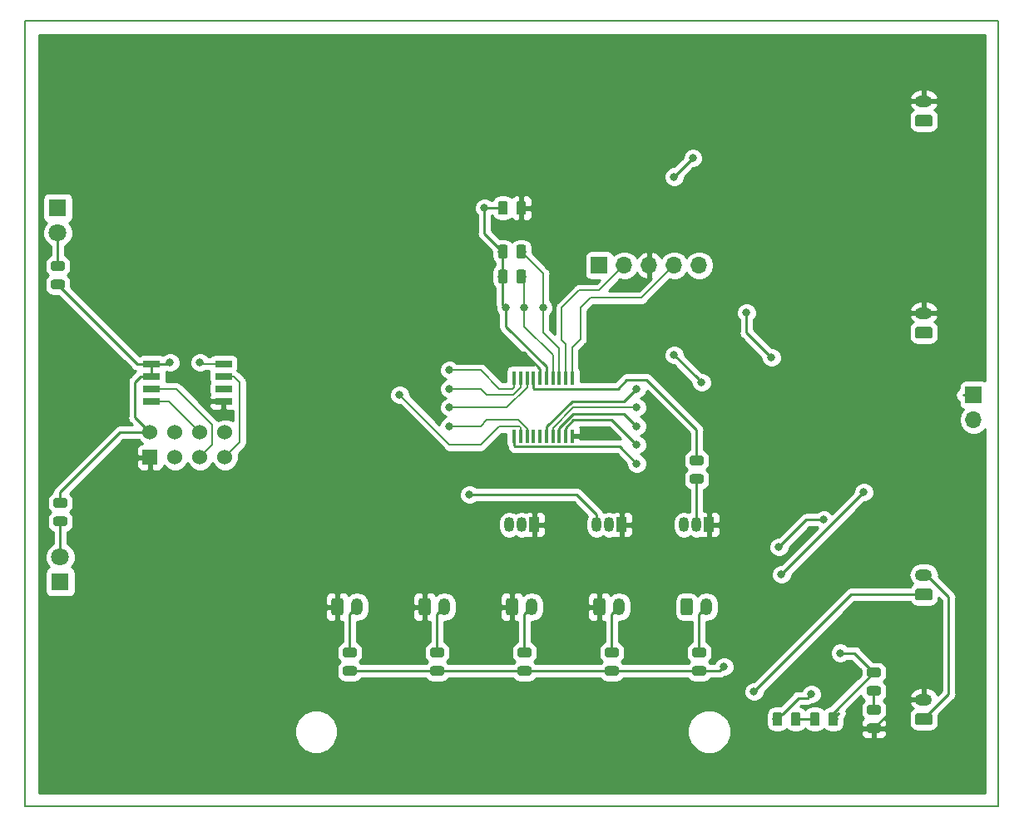
<source format=gbr>
%TF.GenerationSoftware,KiCad,Pcbnew,(5.0.0)*%
%TF.CreationDate,2019-06-06T16:06:28-05:00*%
%TF.ProjectId,Gun board,47756E20626F6172642E6B696361645F,rev?*%
%TF.SameCoordinates,Original*%
%TF.FileFunction,Copper,L2,Bot,Signal*%
%TF.FilePolarity,Positive*%
%FSLAX46Y46*%
G04 Gerber Fmt 4.6, Leading zero omitted, Abs format (unit mm)*
G04 Created by KiCad (PCBNEW (5.0.0)) date 06/06/19 16:06:28*
%MOMM*%
%LPD*%
G01*
G04 APERTURE LIST*
%ADD10C,0.200000*%
%ADD11R,1.524000X1.524000*%
%ADD12C,1.524000*%
%ADD13R,1.700000X0.650000*%
%ADD14C,0.100000*%
%ADD15C,1.200000*%
%ADD16O,1.750000X1.200000*%
%ADD17C,0.975000*%
%ADD18C,1.800000*%
%ADD19R,1.800000X1.800000*%
%ADD20O,1.700000X1.700000*%
%ADD21R,1.700000X1.700000*%
%ADD22O,1.200000X1.750000*%
%ADD23O,1.050000X1.500000*%
%ADD24R,1.050000X1.500000*%
%ADD25R,0.450000X1.450000*%
%ADD26C,0.800000*%
%ADD27C,0.250000*%
%ADD28C,0.152400*%
%ADD29C,0.254000*%
G04 APERTURE END LIST*
D10*
X200660000Y-101600000D02*
X200660000Y-21590000D01*
X101600000Y-21590000D02*
X101600000Y-101600000D01*
X200660000Y-21590000D02*
X101600000Y-21590000D01*
X101600000Y-101600000D02*
X200660000Y-101600000D01*
D11*
X114300000Y-66040000D03*
D12*
X114300000Y-63500000D03*
X116840000Y-66040000D03*
X116840000Y-63500000D03*
X119380000Y-66040000D03*
X119380000Y-63500000D03*
X121920000Y-66040000D03*
X121920000Y-63500000D03*
D13*
X121760000Y-56515000D03*
X121760000Y-57785000D03*
X121760000Y-59055000D03*
X121760000Y-60325000D03*
X114460000Y-60325000D03*
X114460000Y-59055000D03*
X114460000Y-57785000D03*
X114460000Y-56515000D03*
D14*
G36*
X193689505Y-92111204D02*
X193713773Y-92114804D01*
X193737572Y-92120765D01*
X193760671Y-92129030D01*
X193782850Y-92139520D01*
X193803893Y-92152132D01*
X193823599Y-92166747D01*
X193841777Y-92183223D01*
X193858253Y-92201401D01*
X193872868Y-92221107D01*
X193885480Y-92242150D01*
X193895970Y-92264329D01*
X193904235Y-92287428D01*
X193910196Y-92311227D01*
X193913796Y-92335495D01*
X193915000Y-92359999D01*
X193915000Y-93060001D01*
X193913796Y-93084505D01*
X193910196Y-93108773D01*
X193904235Y-93132572D01*
X193895970Y-93155671D01*
X193885480Y-93177850D01*
X193872868Y-93198893D01*
X193858253Y-93218599D01*
X193841777Y-93236777D01*
X193823599Y-93253253D01*
X193803893Y-93267868D01*
X193782850Y-93280480D01*
X193760671Y-93290970D01*
X193737572Y-93299235D01*
X193713773Y-93305196D01*
X193689505Y-93308796D01*
X193665001Y-93310000D01*
X192414999Y-93310000D01*
X192390495Y-93308796D01*
X192366227Y-93305196D01*
X192342428Y-93299235D01*
X192319329Y-93290970D01*
X192297150Y-93280480D01*
X192276107Y-93267868D01*
X192256401Y-93253253D01*
X192238223Y-93236777D01*
X192221747Y-93218599D01*
X192207132Y-93198893D01*
X192194520Y-93177850D01*
X192184030Y-93155671D01*
X192175765Y-93132572D01*
X192169804Y-93108773D01*
X192166204Y-93084505D01*
X192165000Y-93060001D01*
X192165000Y-92359999D01*
X192166204Y-92335495D01*
X192169804Y-92311227D01*
X192175765Y-92287428D01*
X192184030Y-92264329D01*
X192194520Y-92242150D01*
X192207132Y-92221107D01*
X192221747Y-92201401D01*
X192238223Y-92183223D01*
X192256401Y-92166747D01*
X192276107Y-92152132D01*
X192297150Y-92139520D01*
X192319329Y-92129030D01*
X192342428Y-92120765D01*
X192366227Y-92114804D01*
X192390495Y-92111204D01*
X192414999Y-92110000D01*
X193665001Y-92110000D01*
X193689505Y-92111204D01*
X193689505Y-92111204D01*
G37*
D15*
X193040000Y-92710000D03*
D16*
X193040000Y-90710000D03*
D14*
G36*
X152335142Y-39941174D02*
X152358803Y-39944684D01*
X152382007Y-39950496D01*
X152404529Y-39958554D01*
X152426153Y-39968782D01*
X152446670Y-39981079D01*
X152465883Y-39995329D01*
X152483607Y-40011393D01*
X152499671Y-40029117D01*
X152513921Y-40048330D01*
X152526218Y-40068847D01*
X152536446Y-40090471D01*
X152544504Y-40112993D01*
X152550316Y-40136197D01*
X152553826Y-40159858D01*
X152555000Y-40183750D01*
X152555000Y-41096250D01*
X152553826Y-41120142D01*
X152550316Y-41143803D01*
X152544504Y-41167007D01*
X152536446Y-41189529D01*
X152526218Y-41211153D01*
X152513921Y-41231670D01*
X152499671Y-41250883D01*
X152483607Y-41268607D01*
X152465883Y-41284671D01*
X152446670Y-41298921D01*
X152426153Y-41311218D01*
X152404529Y-41321446D01*
X152382007Y-41329504D01*
X152358803Y-41335316D01*
X152335142Y-41338826D01*
X152311250Y-41340000D01*
X151823750Y-41340000D01*
X151799858Y-41338826D01*
X151776197Y-41335316D01*
X151752993Y-41329504D01*
X151730471Y-41321446D01*
X151708847Y-41311218D01*
X151688330Y-41298921D01*
X151669117Y-41284671D01*
X151651393Y-41268607D01*
X151635329Y-41250883D01*
X151621079Y-41231670D01*
X151608782Y-41211153D01*
X151598554Y-41189529D01*
X151590496Y-41167007D01*
X151584684Y-41143803D01*
X151581174Y-41120142D01*
X151580000Y-41096250D01*
X151580000Y-40183750D01*
X151581174Y-40159858D01*
X151584684Y-40136197D01*
X151590496Y-40112993D01*
X151598554Y-40090471D01*
X151608782Y-40068847D01*
X151621079Y-40048330D01*
X151635329Y-40029117D01*
X151651393Y-40011393D01*
X151669117Y-39995329D01*
X151688330Y-39981079D01*
X151708847Y-39968782D01*
X151730471Y-39958554D01*
X151752993Y-39950496D01*
X151776197Y-39944684D01*
X151799858Y-39941174D01*
X151823750Y-39940000D01*
X152311250Y-39940000D01*
X152335142Y-39941174D01*
X152335142Y-39941174D01*
G37*
D17*
X152067500Y-40640000D03*
D14*
G36*
X150460142Y-39941174D02*
X150483803Y-39944684D01*
X150507007Y-39950496D01*
X150529529Y-39958554D01*
X150551153Y-39968782D01*
X150571670Y-39981079D01*
X150590883Y-39995329D01*
X150608607Y-40011393D01*
X150624671Y-40029117D01*
X150638921Y-40048330D01*
X150651218Y-40068847D01*
X150661446Y-40090471D01*
X150669504Y-40112993D01*
X150675316Y-40136197D01*
X150678826Y-40159858D01*
X150680000Y-40183750D01*
X150680000Y-41096250D01*
X150678826Y-41120142D01*
X150675316Y-41143803D01*
X150669504Y-41167007D01*
X150661446Y-41189529D01*
X150651218Y-41211153D01*
X150638921Y-41231670D01*
X150624671Y-41250883D01*
X150608607Y-41268607D01*
X150590883Y-41284671D01*
X150571670Y-41298921D01*
X150551153Y-41311218D01*
X150529529Y-41321446D01*
X150507007Y-41329504D01*
X150483803Y-41335316D01*
X150460142Y-41338826D01*
X150436250Y-41340000D01*
X149948750Y-41340000D01*
X149924858Y-41338826D01*
X149901197Y-41335316D01*
X149877993Y-41329504D01*
X149855471Y-41321446D01*
X149833847Y-41311218D01*
X149813330Y-41298921D01*
X149794117Y-41284671D01*
X149776393Y-41268607D01*
X149760329Y-41250883D01*
X149746079Y-41231670D01*
X149733782Y-41211153D01*
X149723554Y-41189529D01*
X149715496Y-41167007D01*
X149709684Y-41143803D01*
X149706174Y-41120142D01*
X149705000Y-41096250D01*
X149705000Y-40183750D01*
X149706174Y-40159858D01*
X149709684Y-40136197D01*
X149715496Y-40112993D01*
X149723554Y-40090471D01*
X149733782Y-40068847D01*
X149746079Y-40048330D01*
X149760329Y-40029117D01*
X149776393Y-40011393D01*
X149794117Y-39995329D01*
X149813330Y-39981079D01*
X149833847Y-39968782D01*
X149855471Y-39958554D01*
X149877993Y-39950496D01*
X149901197Y-39944684D01*
X149924858Y-39941174D01*
X149948750Y-39940000D01*
X150436250Y-39940000D01*
X150460142Y-39941174D01*
X150460142Y-39941174D01*
G37*
D17*
X150192500Y-40640000D03*
D18*
X105156000Y-76200000D03*
D19*
X105156000Y-78740000D03*
X104902000Y-40640000D03*
D18*
X104902000Y-43180000D03*
D20*
X170180000Y-46482000D03*
X167640000Y-46482000D03*
X165100000Y-46482000D03*
X162560000Y-46482000D03*
D21*
X160020000Y-46482000D03*
X198120000Y-59690000D03*
D20*
X198120000Y-62230000D03*
D22*
X135350000Y-81280000D03*
D14*
G36*
X133724505Y-80406204D02*
X133748773Y-80409804D01*
X133772572Y-80415765D01*
X133795671Y-80424030D01*
X133817850Y-80434520D01*
X133838893Y-80447132D01*
X133858599Y-80461747D01*
X133876777Y-80478223D01*
X133893253Y-80496401D01*
X133907868Y-80516107D01*
X133920480Y-80537150D01*
X133930970Y-80559329D01*
X133939235Y-80582428D01*
X133945196Y-80606227D01*
X133948796Y-80630495D01*
X133950000Y-80654999D01*
X133950000Y-81905001D01*
X133948796Y-81929505D01*
X133945196Y-81953773D01*
X133939235Y-81977572D01*
X133930970Y-82000671D01*
X133920480Y-82022850D01*
X133907868Y-82043893D01*
X133893253Y-82063599D01*
X133876777Y-82081777D01*
X133858599Y-82098253D01*
X133838893Y-82112868D01*
X133817850Y-82125480D01*
X133795671Y-82135970D01*
X133772572Y-82144235D01*
X133748773Y-82150196D01*
X133724505Y-82153796D01*
X133700001Y-82155000D01*
X132999999Y-82155000D01*
X132975495Y-82153796D01*
X132951227Y-82150196D01*
X132927428Y-82144235D01*
X132904329Y-82135970D01*
X132882150Y-82125480D01*
X132861107Y-82112868D01*
X132841401Y-82098253D01*
X132823223Y-82081777D01*
X132806747Y-82063599D01*
X132792132Y-82043893D01*
X132779520Y-82022850D01*
X132769030Y-82000671D01*
X132760765Y-81977572D01*
X132754804Y-81953773D01*
X132751204Y-81929505D01*
X132750000Y-81905001D01*
X132750000Y-80654999D01*
X132751204Y-80630495D01*
X132754804Y-80606227D01*
X132760765Y-80582428D01*
X132769030Y-80559329D01*
X132779520Y-80537150D01*
X132792132Y-80516107D01*
X132806747Y-80496401D01*
X132823223Y-80478223D01*
X132841401Y-80461747D01*
X132861107Y-80447132D01*
X132882150Y-80434520D01*
X132904329Y-80424030D01*
X132927428Y-80415765D01*
X132951227Y-80409804D01*
X132975495Y-80406204D01*
X132999999Y-80405000D01*
X133700001Y-80405000D01*
X133724505Y-80406204D01*
X133724505Y-80406204D01*
G37*
D15*
X133350000Y-81280000D03*
D22*
X144240000Y-81280000D03*
D14*
G36*
X142614505Y-80406204D02*
X142638773Y-80409804D01*
X142662572Y-80415765D01*
X142685671Y-80424030D01*
X142707850Y-80434520D01*
X142728893Y-80447132D01*
X142748599Y-80461747D01*
X142766777Y-80478223D01*
X142783253Y-80496401D01*
X142797868Y-80516107D01*
X142810480Y-80537150D01*
X142820970Y-80559329D01*
X142829235Y-80582428D01*
X142835196Y-80606227D01*
X142838796Y-80630495D01*
X142840000Y-80654999D01*
X142840000Y-81905001D01*
X142838796Y-81929505D01*
X142835196Y-81953773D01*
X142829235Y-81977572D01*
X142820970Y-82000671D01*
X142810480Y-82022850D01*
X142797868Y-82043893D01*
X142783253Y-82063599D01*
X142766777Y-82081777D01*
X142748599Y-82098253D01*
X142728893Y-82112868D01*
X142707850Y-82125480D01*
X142685671Y-82135970D01*
X142662572Y-82144235D01*
X142638773Y-82150196D01*
X142614505Y-82153796D01*
X142590001Y-82155000D01*
X141889999Y-82155000D01*
X141865495Y-82153796D01*
X141841227Y-82150196D01*
X141817428Y-82144235D01*
X141794329Y-82135970D01*
X141772150Y-82125480D01*
X141751107Y-82112868D01*
X141731401Y-82098253D01*
X141713223Y-82081777D01*
X141696747Y-82063599D01*
X141682132Y-82043893D01*
X141669520Y-82022850D01*
X141659030Y-82000671D01*
X141650765Y-81977572D01*
X141644804Y-81953773D01*
X141641204Y-81929505D01*
X141640000Y-81905001D01*
X141640000Y-80654999D01*
X141641204Y-80630495D01*
X141644804Y-80606227D01*
X141650765Y-80582428D01*
X141659030Y-80559329D01*
X141669520Y-80537150D01*
X141682132Y-80516107D01*
X141696747Y-80496401D01*
X141713223Y-80478223D01*
X141731401Y-80461747D01*
X141751107Y-80447132D01*
X141772150Y-80434520D01*
X141794329Y-80424030D01*
X141817428Y-80415765D01*
X141841227Y-80409804D01*
X141865495Y-80406204D01*
X141889999Y-80405000D01*
X142590001Y-80405000D01*
X142614505Y-80406204D01*
X142614505Y-80406204D01*
G37*
D15*
X142240000Y-81280000D03*
D14*
G36*
X151504505Y-80406204D02*
X151528773Y-80409804D01*
X151552572Y-80415765D01*
X151575671Y-80424030D01*
X151597850Y-80434520D01*
X151618893Y-80447132D01*
X151638599Y-80461747D01*
X151656777Y-80478223D01*
X151673253Y-80496401D01*
X151687868Y-80516107D01*
X151700480Y-80537150D01*
X151710970Y-80559329D01*
X151719235Y-80582428D01*
X151725196Y-80606227D01*
X151728796Y-80630495D01*
X151730000Y-80654999D01*
X151730000Y-81905001D01*
X151728796Y-81929505D01*
X151725196Y-81953773D01*
X151719235Y-81977572D01*
X151710970Y-82000671D01*
X151700480Y-82022850D01*
X151687868Y-82043893D01*
X151673253Y-82063599D01*
X151656777Y-82081777D01*
X151638599Y-82098253D01*
X151618893Y-82112868D01*
X151597850Y-82125480D01*
X151575671Y-82135970D01*
X151552572Y-82144235D01*
X151528773Y-82150196D01*
X151504505Y-82153796D01*
X151480001Y-82155000D01*
X150779999Y-82155000D01*
X150755495Y-82153796D01*
X150731227Y-82150196D01*
X150707428Y-82144235D01*
X150684329Y-82135970D01*
X150662150Y-82125480D01*
X150641107Y-82112868D01*
X150621401Y-82098253D01*
X150603223Y-82081777D01*
X150586747Y-82063599D01*
X150572132Y-82043893D01*
X150559520Y-82022850D01*
X150549030Y-82000671D01*
X150540765Y-81977572D01*
X150534804Y-81953773D01*
X150531204Y-81929505D01*
X150530000Y-81905001D01*
X150530000Y-80654999D01*
X150531204Y-80630495D01*
X150534804Y-80606227D01*
X150540765Y-80582428D01*
X150549030Y-80559329D01*
X150559520Y-80537150D01*
X150572132Y-80516107D01*
X150586747Y-80496401D01*
X150603223Y-80478223D01*
X150621401Y-80461747D01*
X150641107Y-80447132D01*
X150662150Y-80434520D01*
X150684329Y-80424030D01*
X150707428Y-80415765D01*
X150731227Y-80409804D01*
X150755495Y-80406204D01*
X150779999Y-80405000D01*
X151480001Y-80405000D01*
X151504505Y-80406204D01*
X151504505Y-80406204D01*
G37*
D15*
X151130000Y-81280000D03*
D22*
X153130000Y-81280000D03*
D14*
G36*
X160394505Y-80406204D02*
X160418773Y-80409804D01*
X160442572Y-80415765D01*
X160465671Y-80424030D01*
X160487850Y-80434520D01*
X160508893Y-80447132D01*
X160528599Y-80461747D01*
X160546777Y-80478223D01*
X160563253Y-80496401D01*
X160577868Y-80516107D01*
X160590480Y-80537150D01*
X160600970Y-80559329D01*
X160609235Y-80582428D01*
X160615196Y-80606227D01*
X160618796Y-80630495D01*
X160620000Y-80654999D01*
X160620000Y-81905001D01*
X160618796Y-81929505D01*
X160615196Y-81953773D01*
X160609235Y-81977572D01*
X160600970Y-82000671D01*
X160590480Y-82022850D01*
X160577868Y-82043893D01*
X160563253Y-82063599D01*
X160546777Y-82081777D01*
X160528599Y-82098253D01*
X160508893Y-82112868D01*
X160487850Y-82125480D01*
X160465671Y-82135970D01*
X160442572Y-82144235D01*
X160418773Y-82150196D01*
X160394505Y-82153796D01*
X160370001Y-82155000D01*
X159669999Y-82155000D01*
X159645495Y-82153796D01*
X159621227Y-82150196D01*
X159597428Y-82144235D01*
X159574329Y-82135970D01*
X159552150Y-82125480D01*
X159531107Y-82112868D01*
X159511401Y-82098253D01*
X159493223Y-82081777D01*
X159476747Y-82063599D01*
X159462132Y-82043893D01*
X159449520Y-82022850D01*
X159439030Y-82000671D01*
X159430765Y-81977572D01*
X159424804Y-81953773D01*
X159421204Y-81929505D01*
X159420000Y-81905001D01*
X159420000Y-80654999D01*
X159421204Y-80630495D01*
X159424804Y-80606227D01*
X159430765Y-80582428D01*
X159439030Y-80559329D01*
X159449520Y-80537150D01*
X159462132Y-80516107D01*
X159476747Y-80496401D01*
X159493223Y-80478223D01*
X159511401Y-80461747D01*
X159531107Y-80447132D01*
X159552150Y-80434520D01*
X159574329Y-80424030D01*
X159597428Y-80415765D01*
X159621227Y-80409804D01*
X159645495Y-80406204D01*
X159669999Y-80405000D01*
X160370001Y-80405000D01*
X160394505Y-80406204D01*
X160394505Y-80406204D01*
G37*
D15*
X160020000Y-81280000D03*
D22*
X162020000Y-81280000D03*
D14*
G36*
X169284505Y-80406204D02*
X169308773Y-80409804D01*
X169332572Y-80415765D01*
X169355671Y-80424030D01*
X169377850Y-80434520D01*
X169398893Y-80447132D01*
X169418599Y-80461747D01*
X169436777Y-80478223D01*
X169453253Y-80496401D01*
X169467868Y-80516107D01*
X169480480Y-80537150D01*
X169490970Y-80559329D01*
X169499235Y-80582428D01*
X169505196Y-80606227D01*
X169508796Y-80630495D01*
X169510000Y-80654999D01*
X169510000Y-81905001D01*
X169508796Y-81929505D01*
X169505196Y-81953773D01*
X169499235Y-81977572D01*
X169490970Y-82000671D01*
X169480480Y-82022850D01*
X169467868Y-82043893D01*
X169453253Y-82063599D01*
X169436777Y-82081777D01*
X169418599Y-82098253D01*
X169398893Y-82112868D01*
X169377850Y-82125480D01*
X169355671Y-82135970D01*
X169332572Y-82144235D01*
X169308773Y-82150196D01*
X169284505Y-82153796D01*
X169260001Y-82155000D01*
X168559999Y-82155000D01*
X168535495Y-82153796D01*
X168511227Y-82150196D01*
X168487428Y-82144235D01*
X168464329Y-82135970D01*
X168442150Y-82125480D01*
X168421107Y-82112868D01*
X168401401Y-82098253D01*
X168383223Y-82081777D01*
X168366747Y-82063599D01*
X168352132Y-82043893D01*
X168339520Y-82022850D01*
X168329030Y-82000671D01*
X168320765Y-81977572D01*
X168314804Y-81953773D01*
X168311204Y-81929505D01*
X168310000Y-81905001D01*
X168310000Y-80654999D01*
X168311204Y-80630495D01*
X168314804Y-80606227D01*
X168320765Y-80582428D01*
X168329030Y-80559329D01*
X168339520Y-80537150D01*
X168352132Y-80516107D01*
X168366747Y-80496401D01*
X168383223Y-80478223D01*
X168401401Y-80461747D01*
X168421107Y-80447132D01*
X168442150Y-80434520D01*
X168464329Y-80424030D01*
X168487428Y-80415765D01*
X168511227Y-80409804D01*
X168535495Y-80406204D01*
X168559999Y-80405000D01*
X169260001Y-80405000D01*
X169284505Y-80406204D01*
X169284505Y-80406204D01*
G37*
D15*
X168910000Y-81280000D03*
D22*
X170910000Y-81280000D03*
D16*
X193040000Y-29750000D03*
D14*
G36*
X193689505Y-31151204D02*
X193713773Y-31154804D01*
X193737572Y-31160765D01*
X193760671Y-31169030D01*
X193782850Y-31179520D01*
X193803893Y-31192132D01*
X193823599Y-31206747D01*
X193841777Y-31223223D01*
X193858253Y-31241401D01*
X193872868Y-31261107D01*
X193885480Y-31282150D01*
X193895970Y-31304329D01*
X193904235Y-31327428D01*
X193910196Y-31351227D01*
X193913796Y-31375495D01*
X193915000Y-31399999D01*
X193915000Y-32100001D01*
X193913796Y-32124505D01*
X193910196Y-32148773D01*
X193904235Y-32172572D01*
X193895970Y-32195671D01*
X193885480Y-32217850D01*
X193872868Y-32238893D01*
X193858253Y-32258599D01*
X193841777Y-32276777D01*
X193823599Y-32293253D01*
X193803893Y-32307868D01*
X193782850Y-32320480D01*
X193760671Y-32330970D01*
X193737572Y-32339235D01*
X193713773Y-32345196D01*
X193689505Y-32348796D01*
X193665001Y-32350000D01*
X192414999Y-32350000D01*
X192390495Y-32348796D01*
X192366227Y-32345196D01*
X192342428Y-32339235D01*
X192319329Y-32330970D01*
X192297150Y-32320480D01*
X192276107Y-32307868D01*
X192256401Y-32293253D01*
X192238223Y-32276777D01*
X192221747Y-32258599D01*
X192207132Y-32238893D01*
X192194520Y-32217850D01*
X192184030Y-32195671D01*
X192175765Y-32172572D01*
X192169804Y-32148773D01*
X192166204Y-32124505D01*
X192165000Y-32100001D01*
X192165000Y-31399999D01*
X192166204Y-31375495D01*
X192169804Y-31351227D01*
X192175765Y-31327428D01*
X192184030Y-31304329D01*
X192194520Y-31282150D01*
X192207132Y-31261107D01*
X192221747Y-31241401D01*
X192238223Y-31223223D01*
X192256401Y-31206747D01*
X192276107Y-31192132D01*
X192297150Y-31179520D01*
X192319329Y-31169030D01*
X192342428Y-31160765D01*
X192366227Y-31154804D01*
X192390495Y-31151204D01*
X192414999Y-31150000D01*
X193665001Y-31150000D01*
X193689505Y-31151204D01*
X193689505Y-31151204D01*
G37*
D15*
X193040000Y-31750000D03*
D23*
X169926000Y-72898000D03*
X168656000Y-72898000D03*
D24*
X171196000Y-72898000D03*
X153416000Y-72898000D03*
D23*
X150876000Y-72898000D03*
X152146000Y-72898000D03*
X161036000Y-72898000D03*
X159766000Y-72898000D03*
D24*
X162306000Y-72898000D03*
D14*
G36*
X135100142Y-87319174D02*
X135123803Y-87322684D01*
X135147007Y-87328496D01*
X135169529Y-87336554D01*
X135191153Y-87346782D01*
X135211670Y-87359079D01*
X135230883Y-87373329D01*
X135248607Y-87389393D01*
X135264671Y-87407117D01*
X135278921Y-87426330D01*
X135291218Y-87446847D01*
X135301446Y-87468471D01*
X135309504Y-87490993D01*
X135315316Y-87514197D01*
X135318826Y-87537858D01*
X135320000Y-87561750D01*
X135320000Y-88049250D01*
X135318826Y-88073142D01*
X135315316Y-88096803D01*
X135309504Y-88120007D01*
X135301446Y-88142529D01*
X135291218Y-88164153D01*
X135278921Y-88184670D01*
X135264671Y-88203883D01*
X135248607Y-88221607D01*
X135230883Y-88237671D01*
X135211670Y-88251921D01*
X135191153Y-88264218D01*
X135169529Y-88274446D01*
X135147007Y-88282504D01*
X135123803Y-88288316D01*
X135100142Y-88291826D01*
X135076250Y-88293000D01*
X134163750Y-88293000D01*
X134139858Y-88291826D01*
X134116197Y-88288316D01*
X134092993Y-88282504D01*
X134070471Y-88274446D01*
X134048847Y-88264218D01*
X134028330Y-88251921D01*
X134009117Y-88237671D01*
X133991393Y-88221607D01*
X133975329Y-88203883D01*
X133961079Y-88184670D01*
X133948782Y-88164153D01*
X133938554Y-88142529D01*
X133930496Y-88120007D01*
X133924684Y-88096803D01*
X133921174Y-88073142D01*
X133920000Y-88049250D01*
X133920000Y-87561750D01*
X133921174Y-87537858D01*
X133924684Y-87514197D01*
X133930496Y-87490993D01*
X133938554Y-87468471D01*
X133948782Y-87446847D01*
X133961079Y-87426330D01*
X133975329Y-87407117D01*
X133991393Y-87389393D01*
X134009117Y-87373329D01*
X134028330Y-87359079D01*
X134048847Y-87346782D01*
X134070471Y-87336554D01*
X134092993Y-87328496D01*
X134116197Y-87322684D01*
X134139858Y-87319174D01*
X134163750Y-87318000D01*
X135076250Y-87318000D01*
X135100142Y-87319174D01*
X135100142Y-87319174D01*
G37*
D17*
X134620000Y-87805500D03*
D14*
G36*
X135100142Y-85444174D02*
X135123803Y-85447684D01*
X135147007Y-85453496D01*
X135169529Y-85461554D01*
X135191153Y-85471782D01*
X135211670Y-85484079D01*
X135230883Y-85498329D01*
X135248607Y-85514393D01*
X135264671Y-85532117D01*
X135278921Y-85551330D01*
X135291218Y-85571847D01*
X135301446Y-85593471D01*
X135309504Y-85615993D01*
X135315316Y-85639197D01*
X135318826Y-85662858D01*
X135320000Y-85686750D01*
X135320000Y-86174250D01*
X135318826Y-86198142D01*
X135315316Y-86221803D01*
X135309504Y-86245007D01*
X135301446Y-86267529D01*
X135291218Y-86289153D01*
X135278921Y-86309670D01*
X135264671Y-86328883D01*
X135248607Y-86346607D01*
X135230883Y-86362671D01*
X135211670Y-86376921D01*
X135191153Y-86389218D01*
X135169529Y-86399446D01*
X135147007Y-86407504D01*
X135123803Y-86413316D01*
X135100142Y-86416826D01*
X135076250Y-86418000D01*
X134163750Y-86418000D01*
X134139858Y-86416826D01*
X134116197Y-86413316D01*
X134092993Y-86407504D01*
X134070471Y-86399446D01*
X134048847Y-86389218D01*
X134028330Y-86376921D01*
X134009117Y-86362671D01*
X133991393Y-86346607D01*
X133975329Y-86328883D01*
X133961079Y-86309670D01*
X133948782Y-86289153D01*
X133938554Y-86267529D01*
X133930496Y-86245007D01*
X133924684Y-86221803D01*
X133921174Y-86198142D01*
X133920000Y-86174250D01*
X133920000Y-85686750D01*
X133921174Y-85662858D01*
X133924684Y-85639197D01*
X133930496Y-85615993D01*
X133938554Y-85593471D01*
X133948782Y-85571847D01*
X133961079Y-85551330D01*
X133975329Y-85532117D01*
X133991393Y-85514393D01*
X134009117Y-85498329D01*
X134028330Y-85484079D01*
X134048847Y-85471782D01*
X134070471Y-85461554D01*
X134092993Y-85453496D01*
X134116197Y-85447684D01*
X134139858Y-85444174D01*
X134163750Y-85443000D01*
X135076250Y-85443000D01*
X135100142Y-85444174D01*
X135100142Y-85444174D01*
G37*
D17*
X134620000Y-85930500D03*
D14*
G36*
X143990142Y-87319174D02*
X144013803Y-87322684D01*
X144037007Y-87328496D01*
X144059529Y-87336554D01*
X144081153Y-87346782D01*
X144101670Y-87359079D01*
X144120883Y-87373329D01*
X144138607Y-87389393D01*
X144154671Y-87407117D01*
X144168921Y-87426330D01*
X144181218Y-87446847D01*
X144191446Y-87468471D01*
X144199504Y-87490993D01*
X144205316Y-87514197D01*
X144208826Y-87537858D01*
X144210000Y-87561750D01*
X144210000Y-88049250D01*
X144208826Y-88073142D01*
X144205316Y-88096803D01*
X144199504Y-88120007D01*
X144191446Y-88142529D01*
X144181218Y-88164153D01*
X144168921Y-88184670D01*
X144154671Y-88203883D01*
X144138607Y-88221607D01*
X144120883Y-88237671D01*
X144101670Y-88251921D01*
X144081153Y-88264218D01*
X144059529Y-88274446D01*
X144037007Y-88282504D01*
X144013803Y-88288316D01*
X143990142Y-88291826D01*
X143966250Y-88293000D01*
X143053750Y-88293000D01*
X143029858Y-88291826D01*
X143006197Y-88288316D01*
X142982993Y-88282504D01*
X142960471Y-88274446D01*
X142938847Y-88264218D01*
X142918330Y-88251921D01*
X142899117Y-88237671D01*
X142881393Y-88221607D01*
X142865329Y-88203883D01*
X142851079Y-88184670D01*
X142838782Y-88164153D01*
X142828554Y-88142529D01*
X142820496Y-88120007D01*
X142814684Y-88096803D01*
X142811174Y-88073142D01*
X142810000Y-88049250D01*
X142810000Y-87561750D01*
X142811174Y-87537858D01*
X142814684Y-87514197D01*
X142820496Y-87490993D01*
X142828554Y-87468471D01*
X142838782Y-87446847D01*
X142851079Y-87426330D01*
X142865329Y-87407117D01*
X142881393Y-87389393D01*
X142899117Y-87373329D01*
X142918330Y-87359079D01*
X142938847Y-87346782D01*
X142960471Y-87336554D01*
X142982993Y-87328496D01*
X143006197Y-87322684D01*
X143029858Y-87319174D01*
X143053750Y-87318000D01*
X143966250Y-87318000D01*
X143990142Y-87319174D01*
X143990142Y-87319174D01*
G37*
D17*
X143510000Y-87805500D03*
D14*
G36*
X143990142Y-85444174D02*
X144013803Y-85447684D01*
X144037007Y-85453496D01*
X144059529Y-85461554D01*
X144081153Y-85471782D01*
X144101670Y-85484079D01*
X144120883Y-85498329D01*
X144138607Y-85514393D01*
X144154671Y-85532117D01*
X144168921Y-85551330D01*
X144181218Y-85571847D01*
X144191446Y-85593471D01*
X144199504Y-85615993D01*
X144205316Y-85639197D01*
X144208826Y-85662858D01*
X144210000Y-85686750D01*
X144210000Y-86174250D01*
X144208826Y-86198142D01*
X144205316Y-86221803D01*
X144199504Y-86245007D01*
X144191446Y-86267529D01*
X144181218Y-86289153D01*
X144168921Y-86309670D01*
X144154671Y-86328883D01*
X144138607Y-86346607D01*
X144120883Y-86362671D01*
X144101670Y-86376921D01*
X144081153Y-86389218D01*
X144059529Y-86399446D01*
X144037007Y-86407504D01*
X144013803Y-86413316D01*
X143990142Y-86416826D01*
X143966250Y-86418000D01*
X143053750Y-86418000D01*
X143029858Y-86416826D01*
X143006197Y-86413316D01*
X142982993Y-86407504D01*
X142960471Y-86399446D01*
X142938847Y-86389218D01*
X142918330Y-86376921D01*
X142899117Y-86362671D01*
X142881393Y-86346607D01*
X142865329Y-86328883D01*
X142851079Y-86309670D01*
X142838782Y-86289153D01*
X142828554Y-86267529D01*
X142820496Y-86245007D01*
X142814684Y-86221803D01*
X142811174Y-86198142D01*
X142810000Y-86174250D01*
X142810000Y-85686750D01*
X142811174Y-85662858D01*
X142814684Y-85639197D01*
X142820496Y-85615993D01*
X142828554Y-85593471D01*
X142838782Y-85571847D01*
X142851079Y-85551330D01*
X142865329Y-85532117D01*
X142881393Y-85514393D01*
X142899117Y-85498329D01*
X142918330Y-85484079D01*
X142938847Y-85471782D01*
X142960471Y-85461554D01*
X142982993Y-85453496D01*
X143006197Y-85447684D01*
X143029858Y-85444174D01*
X143053750Y-85443000D01*
X143966250Y-85443000D01*
X143990142Y-85444174D01*
X143990142Y-85444174D01*
G37*
D17*
X143510000Y-85930500D03*
D14*
G36*
X152880142Y-85444174D02*
X152903803Y-85447684D01*
X152927007Y-85453496D01*
X152949529Y-85461554D01*
X152971153Y-85471782D01*
X152991670Y-85484079D01*
X153010883Y-85498329D01*
X153028607Y-85514393D01*
X153044671Y-85532117D01*
X153058921Y-85551330D01*
X153071218Y-85571847D01*
X153081446Y-85593471D01*
X153089504Y-85615993D01*
X153095316Y-85639197D01*
X153098826Y-85662858D01*
X153100000Y-85686750D01*
X153100000Y-86174250D01*
X153098826Y-86198142D01*
X153095316Y-86221803D01*
X153089504Y-86245007D01*
X153081446Y-86267529D01*
X153071218Y-86289153D01*
X153058921Y-86309670D01*
X153044671Y-86328883D01*
X153028607Y-86346607D01*
X153010883Y-86362671D01*
X152991670Y-86376921D01*
X152971153Y-86389218D01*
X152949529Y-86399446D01*
X152927007Y-86407504D01*
X152903803Y-86413316D01*
X152880142Y-86416826D01*
X152856250Y-86418000D01*
X151943750Y-86418000D01*
X151919858Y-86416826D01*
X151896197Y-86413316D01*
X151872993Y-86407504D01*
X151850471Y-86399446D01*
X151828847Y-86389218D01*
X151808330Y-86376921D01*
X151789117Y-86362671D01*
X151771393Y-86346607D01*
X151755329Y-86328883D01*
X151741079Y-86309670D01*
X151728782Y-86289153D01*
X151718554Y-86267529D01*
X151710496Y-86245007D01*
X151704684Y-86221803D01*
X151701174Y-86198142D01*
X151700000Y-86174250D01*
X151700000Y-85686750D01*
X151701174Y-85662858D01*
X151704684Y-85639197D01*
X151710496Y-85615993D01*
X151718554Y-85593471D01*
X151728782Y-85571847D01*
X151741079Y-85551330D01*
X151755329Y-85532117D01*
X151771393Y-85514393D01*
X151789117Y-85498329D01*
X151808330Y-85484079D01*
X151828847Y-85471782D01*
X151850471Y-85461554D01*
X151872993Y-85453496D01*
X151896197Y-85447684D01*
X151919858Y-85444174D01*
X151943750Y-85443000D01*
X152856250Y-85443000D01*
X152880142Y-85444174D01*
X152880142Y-85444174D01*
G37*
D17*
X152400000Y-85930500D03*
D14*
G36*
X152880142Y-87319174D02*
X152903803Y-87322684D01*
X152927007Y-87328496D01*
X152949529Y-87336554D01*
X152971153Y-87346782D01*
X152991670Y-87359079D01*
X153010883Y-87373329D01*
X153028607Y-87389393D01*
X153044671Y-87407117D01*
X153058921Y-87426330D01*
X153071218Y-87446847D01*
X153081446Y-87468471D01*
X153089504Y-87490993D01*
X153095316Y-87514197D01*
X153098826Y-87537858D01*
X153100000Y-87561750D01*
X153100000Y-88049250D01*
X153098826Y-88073142D01*
X153095316Y-88096803D01*
X153089504Y-88120007D01*
X153081446Y-88142529D01*
X153071218Y-88164153D01*
X153058921Y-88184670D01*
X153044671Y-88203883D01*
X153028607Y-88221607D01*
X153010883Y-88237671D01*
X152991670Y-88251921D01*
X152971153Y-88264218D01*
X152949529Y-88274446D01*
X152927007Y-88282504D01*
X152903803Y-88288316D01*
X152880142Y-88291826D01*
X152856250Y-88293000D01*
X151943750Y-88293000D01*
X151919858Y-88291826D01*
X151896197Y-88288316D01*
X151872993Y-88282504D01*
X151850471Y-88274446D01*
X151828847Y-88264218D01*
X151808330Y-88251921D01*
X151789117Y-88237671D01*
X151771393Y-88221607D01*
X151755329Y-88203883D01*
X151741079Y-88184670D01*
X151728782Y-88164153D01*
X151718554Y-88142529D01*
X151710496Y-88120007D01*
X151704684Y-88096803D01*
X151701174Y-88073142D01*
X151700000Y-88049250D01*
X151700000Y-87561750D01*
X151701174Y-87537858D01*
X151704684Y-87514197D01*
X151710496Y-87490993D01*
X151718554Y-87468471D01*
X151728782Y-87446847D01*
X151741079Y-87426330D01*
X151755329Y-87407117D01*
X151771393Y-87389393D01*
X151789117Y-87373329D01*
X151808330Y-87359079D01*
X151828847Y-87346782D01*
X151850471Y-87336554D01*
X151872993Y-87328496D01*
X151896197Y-87322684D01*
X151919858Y-87319174D01*
X151943750Y-87318000D01*
X152856250Y-87318000D01*
X152880142Y-87319174D01*
X152880142Y-87319174D01*
G37*
D17*
X152400000Y-87805500D03*
D14*
G36*
X152335142Y-44386174D02*
X152358803Y-44389684D01*
X152382007Y-44395496D01*
X152404529Y-44403554D01*
X152426153Y-44413782D01*
X152446670Y-44426079D01*
X152465883Y-44440329D01*
X152483607Y-44456393D01*
X152499671Y-44474117D01*
X152513921Y-44493330D01*
X152526218Y-44513847D01*
X152536446Y-44535471D01*
X152544504Y-44557993D01*
X152550316Y-44581197D01*
X152553826Y-44604858D01*
X152555000Y-44628750D01*
X152555000Y-45541250D01*
X152553826Y-45565142D01*
X152550316Y-45588803D01*
X152544504Y-45612007D01*
X152536446Y-45634529D01*
X152526218Y-45656153D01*
X152513921Y-45676670D01*
X152499671Y-45695883D01*
X152483607Y-45713607D01*
X152465883Y-45729671D01*
X152446670Y-45743921D01*
X152426153Y-45756218D01*
X152404529Y-45766446D01*
X152382007Y-45774504D01*
X152358803Y-45780316D01*
X152335142Y-45783826D01*
X152311250Y-45785000D01*
X151823750Y-45785000D01*
X151799858Y-45783826D01*
X151776197Y-45780316D01*
X151752993Y-45774504D01*
X151730471Y-45766446D01*
X151708847Y-45756218D01*
X151688330Y-45743921D01*
X151669117Y-45729671D01*
X151651393Y-45713607D01*
X151635329Y-45695883D01*
X151621079Y-45676670D01*
X151608782Y-45656153D01*
X151598554Y-45634529D01*
X151590496Y-45612007D01*
X151584684Y-45588803D01*
X151581174Y-45565142D01*
X151580000Y-45541250D01*
X151580000Y-44628750D01*
X151581174Y-44604858D01*
X151584684Y-44581197D01*
X151590496Y-44557993D01*
X151598554Y-44535471D01*
X151608782Y-44513847D01*
X151621079Y-44493330D01*
X151635329Y-44474117D01*
X151651393Y-44456393D01*
X151669117Y-44440329D01*
X151688330Y-44426079D01*
X151708847Y-44413782D01*
X151730471Y-44403554D01*
X151752993Y-44395496D01*
X151776197Y-44389684D01*
X151799858Y-44386174D01*
X151823750Y-44385000D01*
X152311250Y-44385000D01*
X152335142Y-44386174D01*
X152335142Y-44386174D01*
G37*
D17*
X152067500Y-45085000D03*
D14*
G36*
X150460142Y-44386174D02*
X150483803Y-44389684D01*
X150507007Y-44395496D01*
X150529529Y-44403554D01*
X150551153Y-44413782D01*
X150571670Y-44426079D01*
X150590883Y-44440329D01*
X150608607Y-44456393D01*
X150624671Y-44474117D01*
X150638921Y-44493330D01*
X150651218Y-44513847D01*
X150661446Y-44535471D01*
X150669504Y-44557993D01*
X150675316Y-44581197D01*
X150678826Y-44604858D01*
X150680000Y-44628750D01*
X150680000Y-45541250D01*
X150678826Y-45565142D01*
X150675316Y-45588803D01*
X150669504Y-45612007D01*
X150661446Y-45634529D01*
X150651218Y-45656153D01*
X150638921Y-45676670D01*
X150624671Y-45695883D01*
X150608607Y-45713607D01*
X150590883Y-45729671D01*
X150571670Y-45743921D01*
X150551153Y-45756218D01*
X150529529Y-45766446D01*
X150507007Y-45774504D01*
X150483803Y-45780316D01*
X150460142Y-45783826D01*
X150436250Y-45785000D01*
X149948750Y-45785000D01*
X149924858Y-45783826D01*
X149901197Y-45780316D01*
X149877993Y-45774504D01*
X149855471Y-45766446D01*
X149833847Y-45756218D01*
X149813330Y-45743921D01*
X149794117Y-45729671D01*
X149776393Y-45713607D01*
X149760329Y-45695883D01*
X149746079Y-45676670D01*
X149733782Y-45656153D01*
X149723554Y-45634529D01*
X149715496Y-45612007D01*
X149709684Y-45588803D01*
X149706174Y-45565142D01*
X149705000Y-45541250D01*
X149705000Y-44628750D01*
X149706174Y-44604858D01*
X149709684Y-44581197D01*
X149715496Y-44557993D01*
X149723554Y-44535471D01*
X149733782Y-44513847D01*
X149746079Y-44493330D01*
X149760329Y-44474117D01*
X149776393Y-44456393D01*
X149794117Y-44440329D01*
X149813330Y-44426079D01*
X149833847Y-44413782D01*
X149855471Y-44403554D01*
X149877993Y-44395496D01*
X149901197Y-44389684D01*
X149924858Y-44386174D01*
X149948750Y-44385000D01*
X150436250Y-44385000D01*
X150460142Y-44386174D01*
X150460142Y-44386174D01*
G37*
D17*
X150192500Y-45085000D03*
D14*
G36*
X170406142Y-67761174D02*
X170429803Y-67764684D01*
X170453007Y-67770496D01*
X170475529Y-67778554D01*
X170497153Y-67788782D01*
X170517670Y-67801079D01*
X170536883Y-67815329D01*
X170554607Y-67831393D01*
X170570671Y-67849117D01*
X170584921Y-67868330D01*
X170597218Y-67888847D01*
X170607446Y-67910471D01*
X170615504Y-67932993D01*
X170621316Y-67956197D01*
X170624826Y-67979858D01*
X170626000Y-68003750D01*
X170626000Y-68491250D01*
X170624826Y-68515142D01*
X170621316Y-68538803D01*
X170615504Y-68562007D01*
X170607446Y-68584529D01*
X170597218Y-68606153D01*
X170584921Y-68626670D01*
X170570671Y-68645883D01*
X170554607Y-68663607D01*
X170536883Y-68679671D01*
X170517670Y-68693921D01*
X170497153Y-68706218D01*
X170475529Y-68716446D01*
X170453007Y-68724504D01*
X170429803Y-68730316D01*
X170406142Y-68733826D01*
X170382250Y-68735000D01*
X169469750Y-68735000D01*
X169445858Y-68733826D01*
X169422197Y-68730316D01*
X169398993Y-68724504D01*
X169376471Y-68716446D01*
X169354847Y-68706218D01*
X169334330Y-68693921D01*
X169315117Y-68679671D01*
X169297393Y-68663607D01*
X169281329Y-68645883D01*
X169267079Y-68626670D01*
X169254782Y-68606153D01*
X169244554Y-68584529D01*
X169236496Y-68562007D01*
X169230684Y-68538803D01*
X169227174Y-68515142D01*
X169226000Y-68491250D01*
X169226000Y-68003750D01*
X169227174Y-67979858D01*
X169230684Y-67956197D01*
X169236496Y-67932993D01*
X169244554Y-67910471D01*
X169254782Y-67888847D01*
X169267079Y-67868330D01*
X169281329Y-67849117D01*
X169297393Y-67831393D01*
X169315117Y-67815329D01*
X169334330Y-67801079D01*
X169354847Y-67788782D01*
X169376471Y-67778554D01*
X169398993Y-67770496D01*
X169422197Y-67764684D01*
X169445858Y-67761174D01*
X169469750Y-67760000D01*
X170382250Y-67760000D01*
X170406142Y-67761174D01*
X170406142Y-67761174D01*
G37*
D17*
X169926000Y-68247500D03*
D14*
G36*
X170406142Y-65886174D02*
X170429803Y-65889684D01*
X170453007Y-65895496D01*
X170475529Y-65903554D01*
X170497153Y-65913782D01*
X170517670Y-65926079D01*
X170536883Y-65940329D01*
X170554607Y-65956393D01*
X170570671Y-65974117D01*
X170584921Y-65993330D01*
X170597218Y-66013847D01*
X170607446Y-66035471D01*
X170615504Y-66057993D01*
X170621316Y-66081197D01*
X170624826Y-66104858D01*
X170626000Y-66128750D01*
X170626000Y-66616250D01*
X170624826Y-66640142D01*
X170621316Y-66663803D01*
X170615504Y-66687007D01*
X170607446Y-66709529D01*
X170597218Y-66731153D01*
X170584921Y-66751670D01*
X170570671Y-66770883D01*
X170554607Y-66788607D01*
X170536883Y-66804671D01*
X170517670Y-66818921D01*
X170497153Y-66831218D01*
X170475529Y-66841446D01*
X170453007Y-66849504D01*
X170429803Y-66855316D01*
X170406142Y-66858826D01*
X170382250Y-66860000D01*
X169469750Y-66860000D01*
X169445858Y-66858826D01*
X169422197Y-66855316D01*
X169398993Y-66849504D01*
X169376471Y-66841446D01*
X169354847Y-66831218D01*
X169334330Y-66818921D01*
X169315117Y-66804671D01*
X169297393Y-66788607D01*
X169281329Y-66770883D01*
X169267079Y-66751670D01*
X169254782Y-66731153D01*
X169244554Y-66709529D01*
X169236496Y-66687007D01*
X169230684Y-66663803D01*
X169227174Y-66640142D01*
X169226000Y-66616250D01*
X169226000Y-66128750D01*
X169227174Y-66104858D01*
X169230684Y-66081197D01*
X169236496Y-66057993D01*
X169244554Y-66035471D01*
X169254782Y-66013847D01*
X169267079Y-65993330D01*
X169281329Y-65974117D01*
X169297393Y-65956393D01*
X169315117Y-65940329D01*
X169334330Y-65926079D01*
X169354847Y-65913782D01*
X169376471Y-65903554D01*
X169398993Y-65895496D01*
X169422197Y-65889684D01*
X169445858Y-65886174D01*
X169469750Y-65885000D01*
X170382250Y-65885000D01*
X170406142Y-65886174D01*
X170406142Y-65886174D01*
G37*
D17*
X169926000Y-66372500D03*
D14*
G36*
X170660142Y-87319174D02*
X170683803Y-87322684D01*
X170707007Y-87328496D01*
X170729529Y-87336554D01*
X170751153Y-87346782D01*
X170771670Y-87359079D01*
X170790883Y-87373329D01*
X170808607Y-87389393D01*
X170824671Y-87407117D01*
X170838921Y-87426330D01*
X170851218Y-87446847D01*
X170861446Y-87468471D01*
X170869504Y-87490993D01*
X170875316Y-87514197D01*
X170878826Y-87537858D01*
X170880000Y-87561750D01*
X170880000Y-88049250D01*
X170878826Y-88073142D01*
X170875316Y-88096803D01*
X170869504Y-88120007D01*
X170861446Y-88142529D01*
X170851218Y-88164153D01*
X170838921Y-88184670D01*
X170824671Y-88203883D01*
X170808607Y-88221607D01*
X170790883Y-88237671D01*
X170771670Y-88251921D01*
X170751153Y-88264218D01*
X170729529Y-88274446D01*
X170707007Y-88282504D01*
X170683803Y-88288316D01*
X170660142Y-88291826D01*
X170636250Y-88293000D01*
X169723750Y-88293000D01*
X169699858Y-88291826D01*
X169676197Y-88288316D01*
X169652993Y-88282504D01*
X169630471Y-88274446D01*
X169608847Y-88264218D01*
X169588330Y-88251921D01*
X169569117Y-88237671D01*
X169551393Y-88221607D01*
X169535329Y-88203883D01*
X169521079Y-88184670D01*
X169508782Y-88164153D01*
X169498554Y-88142529D01*
X169490496Y-88120007D01*
X169484684Y-88096803D01*
X169481174Y-88073142D01*
X169480000Y-88049250D01*
X169480000Y-87561750D01*
X169481174Y-87537858D01*
X169484684Y-87514197D01*
X169490496Y-87490993D01*
X169498554Y-87468471D01*
X169508782Y-87446847D01*
X169521079Y-87426330D01*
X169535329Y-87407117D01*
X169551393Y-87389393D01*
X169569117Y-87373329D01*
X169588330Y-87359079D01*
X169608847Y-87346782D01*
X169630471Y-87336554D01*
X169652993Y-87328496D01*
X169676197Y-87322684D01*
X169699858Y-87319174D01*
X169723750Y-87318000D01*
X170636250Y-87318000D01*
X170660142Y-87319174D01*
X170660142Y-87319174D01*
G37*
D17*
X170180000Y-87805500D03*
D14*
G36*
X170660142Y-85444174D02*
X170683803Y-85447684D01*
X170707007Y-85453496D01*
X170729529Y-85461554D01*
X170751153Y-85471782D01*
X170771670Y-85484079D01*
X170790883Y-85498329D01*
X170808607Y-85514393D01*
X170824671Y-85532117D01*
X170838921Y-85551330D01*
X170851218Y-85571847D01*
X170861446Y-85593471D01*
X170869504Y-85615993D01*
X170875316Y-85639197D01*
X170878826Y-85662858D01*
X170880000Y-85686750D01*
X170880000Y-86174250D01*
X170878826Y-86198142D01*
X170875316Y-86221803D01*
X170869504Y-86245007D01*
X170861446Y-86267529D01*
X170851218Y-86289153D01*
X170838921Y-86309670D01*
X170824671Y-86328883D01*
X170808607Y-86346607D01*
X170790883Y-86362671D01*
X170771670Y-86376921D01*
X170751153Y-86389218D01*
X170729529Y-86399446D01*
X170707007Y-86407504D01*
X170683803Y-86413316D01*
X170660142Y-86416826D01*
X170636250Y-86418000D01*
X169723750Y-86418000D01*
X169699858Y-86416826D01*
X169676197Y-86413316D01*
X169652993Y-86407504D01*
X169630471Y-86399446D01*
X169608847Y-86389218D01*
X169588330Y-86376921D01*
X169569117Y-86362671D01*
X169551393Y-86346607D01*
X169535329Y-86328883D01*
X169521079Y-86309670D01*
X169508782Y-86289153D01*
X169498554Y-86267529D01*
X169490496Y-86245007D01*
X169484684Y-86221803D01*
X169481174Y-86198142D01*
X169480000Y-86174250D01*
X169480000Y-85686750D01*
X169481174Y-85662858D01*
X169484684Y-85639197D01*
X169490496Y-85615993D01*
X169498554Y-85593471D01*
X169508782Y-85571847D01*
X169521079Y-85551330D01*
X169535329Y-85532117D01*
X169551393Y-85514393D01*
X169569117Y-85498329D01*
X169588330Y-85484079D01*
X169608847Y-85471782D01*
X169630471Y-85461554D01*
X169652993Y-85453496D01*
X169676197Y-85447684D01*
X169699858Y-85444174D01*
X169723750Y-85443000D01*
X170636250Y-85443000D01*
X170660142Y-85444174D01*
X170660142Y-85444174D01*
G37*
D17*
X170180000Y-85930500D03*
D14*
G36*
X161770142Y-87319174D02*
X161793803Y-87322684D01*
X161817007Y-87328496D01*
X161839529Y-87336554D01*
X161861153Y-87346782D01*
X161881670Y-87359079D01*
X161900883Y-87373329D01*
X161918607Y-87389393D01*
X161934671Y-87407117D01*
X161948921Y-87426330D01*
X161961218Y-87446847D01*
X161971446Y-87468471D01*
X161979504Y-87490993D01*
X161985316Y-87514197D01*
X161988826Y-87537858D01*
X161990000Y-87561750D01*
X161990000Y-88049250D01*
X161988826Y-88073142D01*
X161985316Y-88096803D01*
X161979504Y-88120007D01*
X161971446Y-88142529D01*
X161961218Y-88164153D01*
X161948921Y-88184670D01*
X161934671Y-88203883D01*
X161918607Y-88221607D01*
X161900883Y-88237671D01*
X161881670Y-88251921D01*
X161861153Y-88264218D01*
X161839529Y-88274446D01*
X161817007Y-88282504D01*
X161793803Y-88288316D01*
X161770142Y-88291826D01*
X161746250Y-88293000D01*
X160833750Y-88293000D01*
X160809858Y-88291826D01*
X160786197Y-88288316D01*
X160762993Y-88282504D01*
X160740471Y-88274446D01*
X160718847Y-88264218D01*
X160698330Y-88251921D01*
X160679117Y-88237671D01*
X160661393Y-88221607D01*
X160645329Y-88203883D01*
X160631079Y-88184670D01*
X160618782Y-88164153D01*
X160608554Y-88142529D01*
X160600496Y-88120007D01*
X160594684Y-88096803D01*
X160591174Y-88073142D01*
X160590000Y-88049250D01*
X160590000Y-87561750D01*
X160591174Y-87537858D01*
X160594684Y-87514197D01*
X160600496Y-87490993D01*
X160608554Y-87468471D01*
X160618782Y-87446847D01*
X160631079Y-87426330D01*
X160645329Y-87407117D01*
X160661393Y-87389393D01*
X160679117Y-87373329D01*
X160698330Y-87359079D01*
X160718847Y-87346782D01*
X160740471Y-87336554D01*
X160762993Y-87328496D01*
X160786197Y-87322684D01*
X160809858Y-87319174D01*
X160833750Y-87318000D01*
X161746250Y-87318000D01*
X161770142Y-87319174D01*
X161770142Y-87319174D01*
G37*
D17*
X161290000Y-87805500D03*
D14*
G36*
X161770142Y-85444174D02*
X161793803Y-85447684D01*
X161817007Y-85453496D01*
X161839529Y-85461554D01*
X161861153Y-85471782D01*
X161881670Y-85484079D01*
X161900883Y-85498329D01*
X161918607Y-85514393D01*
X161934671Y-85532117D01*
X161948921Y-85551330D01*
X161961218Y-85571847D01*
X161971446Y-85593471D01*
X161979504Y-85615993D01*
X161985316Y-85639197D01*
X161988826Y-85662858D01*
X161990000Y-85686750D01*
X161990000Y-86174250D01*
X161988826Y-86198142D01*
X161985316Y-86221803D01*
X161979504Y-86245007D01*
X161971446Y-86267529D01*
X161961218Y-86289153D01*
X161948921Y-86309670D01*
X161934671Y-86328883D01*
X161918607Y-86346607D01*
X161900883Y-86362671D01*
X161881670Y-86376921D01*
X161861153Y-86389218D01*
X161839529Y-86399446D01*
X161817007Y-86407504D01*
X161793803Y-86413316D01*
X161770142Y-86416826D01*
X161746250Y-86418000D01*
X160833750Y-86418000D01*
X160809858Y-86416826D01*
X160786197Y-86413316D01*
X160762993Y-86407504D01*
X160740471Y-86399446D01*
X160718847Y-86389218D01*
X160698330Y-86376921D01*
X160679117Y-86362671D01*
X160661393Y-86346607D01*
X160645329Y-86328883D01*
X160631079Y-86309670D01*
X160618782Y-86289153D01*
X160608554Y-86267529D01*
X160600496Y-86245007D01*
X160594684Y-86221803D01*
X160591174Y-86198142D01*
X160590000Y-86174250D01*
X160590000Y-85686750D01*
X160591174Y-85662858D01*
X160594684Y-85639197D01*
X160600496Y-85615993D01*
X160608554Y-85593471D01*
X160618782Y-85571847D01*
X160631079Y-85551330D01*
X160645329Y-85532117D01*
X160661393Y-85514393D01*
X160679117Y-85498329D01*
X160698330Y-85484079D01*
X160718847Y-85471782D01*
X160740471Y-85461554D01*
X160762993Y-85453496D01*
X160786197Y-85447684D01*
X160809858Y-85444174D01*
X160833750Y-85443000D01*
X161746250Y-85443000D01*
X161770142Y-85444174D01*
X161770142Y-85444174D01*
G37*
D17*
X161290000Y-85930500D03*
D14*
G36*
X180275142Y-92011174D02*
X180298803Y-92014684D01*
X180322007Y-92020496D01*
X180344529Y-92028554D01*
X180366153Y-92038782D01*
X180386670Y-92051079D01*
X180405883Y-92065329D01*
X180423607Y-92081393D01*
X180439671Y-92099117D01*
X180453921Y-92118330D01*
X180466218Y-92138847D01*
X180476446Y-92160471D01*
X180484504Y-92182993D01*
X180490316Y-92206197D01*
X180493826Y-92229858D01*
X180495000Y-92253750D01*
X180495000Y-93166250D01*
X180493826Y-93190142D01*
X180490316Y-93213803D01*
X180484504Y-93237007D01*
X180476446Y-93259529D01*
X180466218Y-93281153D01*
X180453921Y-93301670D01*
X180439671Y-93320883D01*
X180423607Y-93338607D01*
X180405883Y-93354671D01*
X180386670Y-93368921D01*
X180366153Y-93381218D01*
X180344529Y-93391446D01*
X180322007Y-93399504D01*
X180298803Y-93405316D01*
X180275142Y-93408826D01*
X180251250Y-93410000D01*
X179763750Y-93410000D01*
X179739858Y-93408826D01*
X179716197Y-93405316D01*
X179692993Y-93399504D01*
X179670471Y-93391446D01*
X179648847Y-93381218D01*
X179628330Y-93368921D01*
X179609117Y-93354671D01*
X179591393Y-93338607D01*
X179575329Y-93320883D01*
X179561079Y-93301670D01*
X179548782Y-93281153D01*
X179538554Y-93259529D01*
X179530496Y-93237007D01*
X179524684Y-93213803D01*
X179521174Y-93190142D01*
X179520000Y-93166250D01*
X179520000Y-92253750D01*
X179521174Y-92229858D01*
X179524684Y-92206197D01*
X179530496Y-92182993D01*
X179538554Y-92160471D01*
X179548782Y-92138847D01*
X179561079Y-92118330D01*
X179575329Y-92099117D01*
X179591393Y-92081393D01*
X179609117Y-92065329D01*
X179628330Y-92051079D01*
X179648847Y-92038782D01*
X179670471Y-92028554D01*
X179692993Y-92020496D01*
X179716197Y-92014684D01*
X179739858Y-92011174D01*
X179763750Y-92010000D01*
X180251250Y-92010000D01*
X180275142Y-92011174D01*
X180275142Y-92011174D01*
G37*
D17*
X180007500Y-92710000D03*
D14*
G36*
X178400142Y-92011174D02*
X178423803Y-92014684D01*
X178447007Y-92020496D01*
X178469529Y-92028554D01*
X178491153Y-92038782D01*
X178511670Y-92051079D01*
X178530883Y-92065329D01*
X178548607Y-92081393D01*
X178564671Y-92099117D01*
X178578921Y-92118330D01*
X178591218Y-92138847D01*
X178601446Y-92160471D01*
X178609504Y-92182993D01*
X178615316Y-92206197D01*
X178618826Y-92229858D01*
X178620000Y-92253750D01*
X178620000Y-93166250D01*
X178618826Y-93190142D01*
X178615316Y-93213803D01*
X178609504Y-93237007D01*
X178601446Y-93259529D01*
X178591218Y-93281153D01*
X178578921Y-93301670D01*
X178564671Y-93320883D01*
X178548607Y-93338607D01*
X178530883Y-93354671D01*
X178511670Y-93368921D01*
X178491153Y-93381218D01*
X178469529Y-93391446D01*
X178447007Y-93399504D01*
X178423803Y-93405316D01*
X178400142Y-93408826D01*
X178376250Y-93410000D01*
X177888750Y-93410000D01*
X177864858Y-93408826D01*
X177841197Y-93405316D01*
X177817993Y-93399504D01*
X177795471Y-93391446D01*
X177773847Y-93381218D01*
X177753330Y-93368921D01*
X177734117Y-93354671D01*
X177716393Y-93338607D01*
X177700329Y-93320883D01*
X177686079Y-93301670D01*
X177673782Y-93281153D01*
X177663554Y-93259529D01*
X177655496Y-93237007D01*
X177649684Y-93213803D01*
X177646174Y-93190142D01*
X177645000Y-93166250D01*
X177645000Y-92253750D01*
X177646174Y-92229858D01*
X177649684Y-92206197D01*
X177655496Y-92182993D01*
X177663554Y-92160471D01*
X177673782Y-92138847D01*
X177686079Y-92118330D01*
X177700329Y-92099117D01*
X177716393Y-92081393D01*
X177734117Y-92065329D01*
X177753330Y-92051079D01*
X177773847Y-92038782D01*
X177795471Y-92028554D01*
X177817993Y-92020496D01*
X177841197Y-92014684D01*
X177864858Y-92011174D01*
X177888750Y-92010000D01*
X178376250Y-92010000D01*
X178400142Y-92011174D01*
X178400142Y-92011174D01*
G37*
D17*
X178132500Y-92710000D03*
D14*
G36*
X188440142Y-87476174D02*
X188463803Y-87479684D01*
X188487007Y-87485496D01*
X188509529Y-87493554D01*
X188531153Y-87503782D01*
X188551670Y-87516079D01*
X188570883Y-87530329D01*
X188588607Y-87546393D01*
X188604671Y-87564117D01*
X188618921Y-87583330D01*
X188631218Y-87603847D01*
X188641446Y-87625471D01*
X188649504Y-87647993D01*
X188655316Y-87671197D01*
X188658826Y-87694858D01*
X188660000Y-87718750D01*
X188660000Y-88206250D01*
X188658826Y-88230142D01*
X188655316Y-88253803D01*
X188649504Y-88277007D01*
X188641446Y-88299529D01*
X188631218Y-88321153D01*
X188618921Y-88341670D01*
X188604671Y-88360883D01*
X188588607Y-88378607D01*
X188570883Y-88394671D01*
X188551670Y-88408921D01*
X188531153Y-88421218D01*
X188509529Y-88431446D01*
X188487007Y-88439504D01*
X188463803Y-88445316D01*
X188440142Y-88448826D01*
X188416250Y-88450000D01*
X187503750Y-88450000D01*
X187479858Y-88448826D01*
X187456197Y-88445316D01*
X187432993Y-88439504D01*
X187410471Y-88431446D01*
X187388847Y-88421218D01*
X187368330Y-88408921D01*
X187349117Y-88394671D01*
X187331393Y-88378607D01*
X187315329Y-88360883D01*
X187301079Y-88341670D01*
X187288782Y-88321153D01*
X187278554Y-88299529D01*
X187270496Y-88277007D01*
X187264684Y-88253803D01*
X187261174Y-88230142D01*
X187260000Y-88206250D01*
X187260000Y-87718750D01*
X187261174Y-87694858D01*
X187264684Y-87671197D01*
X187270496Y-87647993D01*
X187278554Y-87625471D01*
X187288782Y-87603847D01*
X187301079Y-87583330D01*
X187315329Y-87564117D01*
X187331393Y-87546393D01*
X187349117Y-87530329D01*
X187368330Y-87516079D01*
X187388847Y-87503782D01*
X187410471Y-87493554D01*
X187432993Y-87485496D01*
X187456197Y-87479684D01*
X187479858Y-87476174D01*
X187503750Y-87475000D01*
X188416250Y-87475000D01*
X188440142Y-87476174D01*
X188440142Y-87476174D01*
G37*
D17*
X187960000Y-87962500D03*
D14*
G36*
X188440142Y-89351174D02*
X188463803Y-89354684D01*
X188487007Y-89360496D01*
X188509529Y-89368554D01*
X188531153Y-89378782D01*
X188551670Y-89391079D01*
X188570883Y-89405329D01*
X188588607Y-89421393D01*
X188604671Y-89439117D01*
X188618921Y-89458330D01*
X188631218Y-89478847D01*
X188641446Y-89500471D01*
X188649504Y-89522993D01*
X188655316Y-89546197D01*
X188658826Y-89569858D01*
X188660000Y-89593750D01*
X188660000Y-90081250D01*
X188658826Y-90105142D01*
X188655316Y-90128803D01*
X188649504Y-90152007D01*
X188641446Y-90174529D01*
X188631218Y-90196153D01*
X188618921Y-90216670D01*
X188604671Y-90235883D01*
X188588607Y-90253607D01*
X188570883Y-90269671D01*
X188551670Y-90283921D01*
X188531153Y-90296218D01*
X188509529Y-90306446D01*
X188487007Y-90314504D01*
X188463803Y-90320316D01*
X188440142Y-90323826D01*
X188416250Y-90325000D01*
X187503750Y-90325000D01*
X187479858Y-90323826D01*
X187456197Y-90320316D01*
X187432993Y-90314504D01*
X187410471Y-90306446D01*
X187388847Y-90296218D01*
X187368330Y-90283921D01*
X187349117Y-90269671D01*
X187331393Y-90253607D01*
X187315329Y-90235883D01*
X187301079Y-90216670D01*
X187288782Y-90196153D01*
X187278554Y-90174529D01*
X187270496Y-90152007D01*
X187264684Y-90128803D01*
X187261174Y-90105142D01*
X187260000Y-90081250D01*
X187260000Y-89593750D01*
X187261174Y-89569858D01*
X187264684Y-89546197D01*
X187270496Y-89522993D01*
X187278554Y-89500471D01*
X187288782Y-89478847D01*
X187301079Y-89458330D01*
X187315329Y-89439117D01*
X187331393Y-89421393D01*
X187349117Y-89405329D01*
X187368330Y-89391079D01*
X187388847Y-89378782D01*
X187410471Y-89368554D01*
X187432993Y-89360496D01*
X187456197Y-89354684D01*
X187479858Y-89351174D01*
X187503750Y-89350000D01*
X188416250Y-89350000D01*
X188440142Y-89351174D01*
X188440142Y-89351174D01*
G37*
D17*
X187960000Y-89837500D03*
D14*
G36*
X182210142Y-92011174D02*
X182233803Y-92014684D01*
X182257007Y-92020496D01*
X182279529Y-92028554D01*
X182301153Y-92038782D01*
X182321670Y-92051079D01*
X182340883Y-92065329D01*
X182358607Y-92081393D01*
X182374671Y-92099117D01*
X182388921Y-92118330D01*
X182401218Y-92138847D01*
X182411446Y-92160471D01*
X182419504Y-92182993D01*
X182425316Y-92206197D01*
X182428826Y-92229858D01*
X182430000Y-92253750D01*
X182430000Y-93166250D01*
X182428826Y-93190142D01*
X182425316Y-93213803D01*
X182419504Y-93237007D01*
X182411446Y-93259529D01*
X182401218Y-93281153D01*
X182388921Y-93301670D01*
X182374671Y-93320883D01*
X182358607Y-93338607D01*
X182340883Y-93354671D01*
X182321670Y-93368921D01*
X182301153Y-93381218D01*
X182279529Y-93391446D01*
X182257007Y-93399504D01*
X182233803Y-93405316D01*
X182210142Y-93408826D01*
X182186250Y-93410000D01*
X181698750Y-93410000D01*
X181674858Y-93408826D01*
X181651197Y-93405316D01*
X181627993Y-93399504D01*
X181605471Y-93391446D01*
X181583847Y-93381218D01*
X181563330Y-93368921D01*
X181544117Y-93354671D01*
X181526393Y-93338607D01*
X181510329Y-93320883D01*
X181496079Y-93301670D01*
X181483782Y-93281153D01*
X181473554Y-93259529D01*
X181465496Y-93237007D01*
X181459684Y-93213803D01*
X181456174Y-93190142D01*
X181455000Y-93166250D01*
X181455000Y-92253750D01*
X181456174Y-92229858D01*
X181459684Y-92206197D01*
X181465496Y-92182993D01*
X181473554Y-92160471D01*
X181483782Y-92138847D01*
X181496079Y-92118330D01*
X181510329Y-92099117D01*
X181526393Y-92081393D01*
X181544117Y-92065329D01*
X181563330Y-92051079D01*
X181583847Y-92038782D01*
X181605471Y-92028554D01*
X181627993Y-92020496D01*
X181651197Y-92014684D01*
X181674858Y-92011174D01*
X181698750Y-92010000D01*
X182186250Y-92010000D01*
X182210142Y-92011174D01*
X182210142Y-92011174D01*
G37*
D17*
X181942500Y-92710000D03*
D14*
G36*
X184085142Y-92011174D02*
X184108803Y-92014684D01*
X184132007Y-92020496D01*
X184154529Y-92028554D01*
X184176153Y-92038782D01*
X184196670Y-92051079D01*
X184215883Y-92065329D01*
X184233607Y-92081393D01*
X184249671Y-92099117D01*
X184263921Y-92118330D01*
X184276218Y-92138847D01*
X184286446Y-92160471D01*
X184294504Y-92182993D01*
X184300316Y-92206197D01*
X184303826Y-92229858D01*
X184305000Y-92253750D01*
X184305000Y-93166250D01*
X184303826Y-93190142D01*
X184300316Y-93213803D01*
X184294504Y-93237007D01*
X184286446Y-93259529D01*
X184276218Y-93281153D01*
X184263921Y-93301670D01*
X184249671Y-93320883D01*
X184233607Y-93338607D01*
X184215883Y-93354671D01*
X184196670Y-93368921D01*
X184176153Y-93381218D01*
X184154529Y-93391446D01*
X184132007Y-93399504D01*
X184108803Y-93405316D01*
X184085142Y-93408826D01*
X184061250Y-93410000D01*
X183573750Y-93410000D01*
X183549858Y-93408826D01*
X183526197Y-93405316D01*
X183502993Y-93399504D01*
X183480471Y-93391446D01*
X183458847Y-93381218D01*
X183438330Y-93368921D01*
X183419117Y-93354671D01*
X183401393Y-93338607D01*
X183385329Y-93320883D01*
X183371079Y-93301670D01*
X183358782Y-93281153D01*
X183348554Y-93259529D01*
X183340496Y-93237007D01*
X183334684Y-93213803D01*
X183331174Y-93190142D01*
X183330000Y-93166250D01*
X183330000Y-92253750D01*
X183331174Y-92229858D01*
X183334684Y-92206197D01*
X183340496Y-92182993D01*
X183348554Y-92160471D01*
X183358782Y-92138847D01*
X183371079Y-92118330D01*
X183385329Y-92099117D01*
X183401393Y-92081393D01*
X183419117Y-92065329D01*
X183438330Y-92051079D01*
X183458847Y-92038782D01*
X183480471Y-92028554D01*
X183502993Y-92020496D01*
X183526197Y-92014684D01*
X183549858Y-92011174D01*
X183573750Y-92010000D01*
X184061250Y-92010000D01*
X184085142Y-92011174D01*
X184085142Y-92011174D01*
G37*
D17*
X183817500Y-92710000D03*
D14*
G36*
X105636142Y-72079174D02*
X105659803Y-72082684D01*
X105683007Y-72088496D01*
X105705529Y-72096554D01*
X105727153Y-72106782D01*
X105747670Y-72119079D01*
X105766883Y-72133329D01*
X105784607Y-72149393D01*
X105800671Y-72167117D01*
X105814921Y-72186330D01*
X105827218Y-72206847D01*
X105837446Y-72228471D01*
X105845504Y-72250993D01*
X105851316Y-72274197D01*
X105854826Y-72297858D01*
X105856000Y-72321750D01*
X105856000Y-72809250D01*
X105854826Y-72833142D01*
X105851316Y-72856803D01*
X105845504Y-72880007D01*
X105837446Y-72902529D01*
X105827218Y-72924153D01*
X105814921Y-72944670D01*
X105800671Y-72963883D01*
X105784607Y-72981607D01*
X105766883Y-72997671D01*
X105747670Y-73011921D01*
X105727153Y-73024218D01*
X105705529Y-73034446D01*
X105683007Y-73042504D01*
X105659803Y-73048316D01*
X105636142Y-73051826D01*
X105612250Y-73053000D01*
X104699750Y-73053000D01*
X104675858Y-73051826D01*
X104652197Y-73048316D01*
X104628993Y-73042504D01*
X104606471Y-73034446D01*
X104584847Y-73024218D01*
X104564330Y-73011921D01*
X104545117Y-72997671D01*
X104527393Y-72981607D01*
X104511329Y-72963883D01*
X104497079Y-72944670D01*
X104484782Y-72924153D01*
X104474554Y-72902529D01*
X104466496Y-72880007D01*
X104460684Y-72856803D01*
X104457174Y-72833142D01*
X104456000Y-72809250D01*
X104456000Y-72321750D01*
X104457174Y-72297858D01*
X104460684Y-72274197D01*
X104466496Y-72250993D01*
X104474554Y-72228471D01*
X104484782Y-72206847D01*
X104497079Y-72186330D01*
X104511329Y-72167117D01*
X104527393Y-72149393D01*
X104545117Y-72133329D01*
X104564330Y-72119079D01*
X104584847Y-72106782D01*
X104606471Y-72096554D01*
X104628993Y-72088496D01*
X104652197Y-72082684D01*
X104675858Y-72079174D01*
X104699750Y-72078000D01*
X105612250Y-72078000D01*
X105636142Y-72079174D01*
X105636142Y-72079174D01*
G37*
D17*
X105156000Y-72565500D03*
D14*
G36*
X105636142Y-70204174D02*
X105659803Y-70207684D01*
X105683007Y-70213496D01*
X105705529Y-70221554D01*
X105727153Y-70231782D01*
X105747670Y-70244079D01*
X105766883Y-70258329D01*
X105784607Y-70274393D01*
X105800671Y-70292117D01*
X105814921Y-70311330D01*
X105827218Y-70331847D01*
X105837446Y-70353471D01*
X105845504Y-70375993D01*
X105851316Y-70399197D01*
X105854826Y-70422858D01*
X105856000Y-70446750D01*
X105856000Y-70934250D01*
X105854826Y-70958142D01*
X105851316Y-70981803D01*
X105845504Y-71005007D01*
X105837446Y-71027529D01*
X105827218Y-71049153D01*
X105814921Y-71069670D01*
X105800671Y-71088883D01*
X105784607Y-71106607D01*
X105766883Y-71122671D01*
X105747670Y-71136921D01*
X105727153Y-71149218D01*
X105705529Y-71159446D01*
X105683007Y-71167504D01*
X105659803Y-71173316D01*
X105636142Y-71176826D01*
X105612250Y-71178000D01*
X104699750Y-71178000D01*
X104675858Y-71176826D01*
X104652197Y-71173316D01*
X104628993Y-71167504D01*
X104606471Y-71159446D01*
X104584847Y-71149218D01*
X104564330Y-71136921D01*
X104545117Y-71122671D01*
X104527393Y-71106607D01*
X104511329Y-71088883D01*
X104497079Y-71069670D01*
X104484782Y-71049153D01*
X104474554Y-71027529D01*
X104466496Y-71005007D01*
X104460684Y-70981803D01*
X104457174Y-70958142D01*
X104456000Y-70934250D01*
X104456000Y-70446750D01*
X104457174Y-70422858D01*
X104460684Y-70399197D01*
X104466496Y-70375993D01*
X104474554Y-70353471D01*
X104484782Y-70331847D01*
X104497079Y-70311330D01*
X104511329Y-70292117D01*
X104527393Y-70274393D01*
X104545117Y-70258329D01*
X104564330Y-70244079D01*
X104584847Y-70231782D01*
X104606471Y-70221554D01*
X104628993Y-70213496D01*
X104652197Y-70207684D01*
X104675858Y-70204174D01*
X104699750Y-70203000D01*
X105612250Y-70203000D01*
X105636142Y-70204174D01*
X105636142Y-70204174D01*
G37*
D17*
X105156000Y-70690500D03*
D14*
G36*
X188440142Y-91286174D02*
X188463803Y-91289684D01*
X188487007Y-91295496D01*
X188509529Y-91303554D01*
X188531153Y-91313782D01*
X188551670Y-91326079D01*
X188570883Y-91340329D01*
X188588607Y-91356393D01*
X188604671Y-91374117D01*
X188618921Y-91393330D01*
X188631218Y-91413847D01*
X188641446Y-91435471D01*
X188649504Y-91457993D01*
X188655316Y-91481197D01*
X188658826Y-91504858D01*
X188660000Y-91528750D01*
X188660000Y-92016250D01*
X188658826Y-92040142D01*
X188655316Y-92063803D01*
X188649504Y-92087007D01*
X188641446Y-92109529D01*
X188631218Y-92131153D01*
X188618921Y-92151670D01*
X188604671Y-92170883D01*
X188588607Y-92188607D01*
X188570883Y-92204671D01*
X188551670Y-92218921D01*
X188531153Y-92231218D01*
X188509529Y-92241446D01*
X188487007Y-92249504D01*
X188463803Y-92255316D01*
X188440142Y-92258826D01*
X188416250Y-92260000D01*
X187503750Y-92260000D01*
X187479858Y-92258826D01*
X187456197Y-92255316D01*
X187432993Y-92249504D01*
X187410471Y-92241446D01*
X187388847Y-92231218D01*
X187368330Y-92218921D01*
X187349117Y-92204671D01*
X187331393Y-92188607D01*
X187315329Y-92170883D01*
X187301079Y-92151670D01*
X187288782Y-92131153D01*
X187278554Y-92109529D01*
X187270496Y-92087007D01*
X187264684Y-92063803D01*
X187261174Y-92040142D01*
X187260000Y-92016250D01*
X187260000Y-91528750D01*
X187261174Y-91504858D01*
X187264684Y-91481197D01*
X187270496Y-91457993D01*
X187278554Y-91435471D01*
X187288782Y-91413847D01*
X187301079Y-91393330D01*
X187315329Y-91374117D01*
X187331393Y-91356393D01*
X187349117Y-91340329D01*
X187368330Y-91326079D01*
X187388847Y-91313782D01*
X187410471Y-91303554D01*
X187432993Y-91295496D01*
X187456197Y-91289684D01*
X187479858Y-91286174D01*
X187503750Y-91285000D01*
X188416250Y-91285000D01*
X188440142Y-91286174D01*
X188440142Y-91286174D01*
G37*
D17*
X187960000Y-91772500D03*
D14*
G36*
X188440142Y-93161174D02*
X188463803Y-93164684D01*
X188487007Y-93170496D01*
X188509529Y-93178554D01*
X188531153Y-93188782D01*
X188551670Y-93201079D01*
X188570883Y-93215329D01*
X188588607Y-93231393D01*
X188604671Y-93249117D01*
X188618921Y-93268330D01*
X188631218Y-93288847D01*
X188641446Y-93310471D01*
X188649504Y-93332993D01*
X188655316Y-93356197D01*
X188658826Y-93379858D01*
X188660000Y-93403750D01*
X188660000Y-93891250D01*
X188658826Y-93915142D01*
X188655316Y-93938803D01*
X188649504Y-93962007D01*
X188641446Y-93984529D01*
X188631218Y-94006153D01*
X188618921Y-94026670D01*
X188604671Y-94045883D01*
X188588607Y-94063607D01*
X188570883Y-94079671D01*
X188551670Y-94093921D01*
X188531153Y-94106218D01*
X188509529Y-94116446D01*
X188487007Y-94124504D01*
X188463803Y-94130316D01*
X188440142Y-94133826D01*
X188416250Y-94135000D01*
X187503750Y-94135000D01*
X187479858Y-94133826D01*
X187456197Y-94130316D01*
X187432993Y-94124504D01*
X187410471Y-94116446D01*
X187388847Y-94106218D01*
X187368330Y-94093921D01*
X187349117Y-94079671D01*
X187331393Y-94063607D01*
X187315329Y-94045883D01*
X187301079Y-94026670D01*
X187288782Y-94006153D01*
X187278554Y-93984529D01*
X187270496Y-93962007D01*
X187264684Y-93938803D01*
X187261174Y-93915142D01*
X187260000Y-93891250D01*
X187260000Y-93403750D01*
X187261174Y-93379858D01*
X187264684Y-93356197D01*
X187270496Y-93332993D01*
X187278554Y-93310471D01*
X187288782Y-93288847D01*
X187301079Y-93268330D01*
X187315329Y-93249117D01*
X187331393Y-93231393D01*
X187349117Y-93215329D01*
X187368330Y-93201079D01*
X187388847Y-93188782D01*
X187410471Y-93178554D01*
X187432993Y-93170496D01*
X187456197Y-93164684D01*
X187479858Y-93161174D01*
X187503750Y-93160000D01*
X188416250Y-93160000D01*
X188440142Y-93161174D01*
X188440142Y-93161174D01*
G37*
D17*
X187960000Y-93647500D03*
D14*
G36*
X152335142Y-46926174D02*
X152358803Y-46929684D01*
X152382007Y-46935496D01*
X152404529Y-46943554D01*
X152426153Y-46953782D01*
X152446670Y-46966079D01*
X152465883Y-46980329D01*
X152483607Y-46996393D01*
X152499671Y-47014117D01*
X152513921Y-47033330D01*
X152526218Y-47053847D01*
X152536446Y-47075471D01*
X152544504Y-47097993D01*
X152550316Y-47121197D01*
X152553826Y-47144858D01*
X152555000Y-47168750D01*
X152555000Y-48081250D01*
X152553826Y-48105142D01*
X152550316Y-48128803D01*
X152544504Y-48152007D01*
X152536446Y-48174529D01*
X152526218Y-48196153D01*
X152513921Y-48216670D01*
X152499671Y-48235883D01*
X152483607Y-48253607D01*
X152465883Y-48269671D01*
X152446670Y-48283921D01*
X152426153Y-48296218D01*
X152404529Y-48306446D01*
X152382007Y-48314504D01*
X152358803Y-48320316D01*
X152335142Y-48323826D01*
X152311250Y-48325000D01*
X151823750Y-48325000D01*
X151799858Y-48323826D01*
X151776197Y-48320316D01*
X151752993Y-48314504D01*
X151730471Y-48306446D01*
X151708847Y-48296218D01*
X151688330Y-48283921D01*
X151669117Y-48269671D01*
X151651393Y-48253607D01*
X151635329Y-48235883D01*
X151621079Y-48216670D01*
X151608782Y-48196153D01*
X151598554Y-48174529D01*
X151590496Y-48152007D01*
X151584684Y-48128803D01*
X151581174Y-48105142D01*
X151580000Y-48081250D01*
X151580000Y-47168750D01*
X151581174Y-47144858D01*
X151584684Y-47121197D01*
X151590496Y-47097993D01*
X151598554Y-47075471D01*
X151608782Y-47053847D01*
X151621079Y-47033330D01*
X151635329Y-47014117D01*
X151651393Y-46996393D01*
X151669117Y-46980329D01*
X151688330Y-46966079D01*
X151708847Y-46953782D01*
X151730471Y-46943554D01*
X151752993Y-46935496D01*
X151776197Y-46929684D01*
X151799858Y-46926174D01*
X151823750Y-46925000D01*
X152311250Y-46925000D01*
X152335142Y-46926174D01*
X152335142Y-46926174D01*
G37*
D17*
X152067500Y-47625000D03*
D14*
G36*
X150460142Y-46926174D02*
X150483803Y-46929684D01*
X150507007Y-46935496D01*
X150529529Y-46943554D01*
X150551153Y-46953782D01*
X150571670Y-46966079D01*
X150590883Y-46980329D01*
X150608607Y-46996393D01*
X150624671Y-47014117D01*
X150638921Y-47033330D01*
X150651218Y-47053847D01*
X150661446Y-47075471D01*
X150669504Y-47097993D01*
X150675316Y-47121197D01*
X150678826Y-47144858D01*
X150680000Y-47168750D01*
X150680000Y-48081250D01*
X150678826Y-48105142D01*
X150675316Y-48128803D01*
X150669504Y-48152007D01*
X150661446Y-48174529D01*
X150651218Y-48196153D01*
X150638921Y-48216670D01*
X150624671Y-48235883D01*
X150608607Y-48253607D01*
X150590883Y-48269671D01*
X150571670Y-48283921D01*
X150551153Y-48296218D01*
X150529529Y-48306446D01*
X150507007Y-48314504D01*
X150483803Y-48320316D01*
X150460142Y-48323826D01*
X150436250Y-48325000D01*
X149948750Y-48325000D01*
X149924858Y-48323826D01*
X149901197Y-48320316D01*
X149877993Y-48314504D01*
X149855471Y-48306446D01*
X149833847Y-48296218D01*
X149813330Y-48283921D01*
X149794117Y-48269671D01*
X149776393Y-48253607D01*
X149760329Y-48235883D01*
X149746079Y-48216670D01*
X149733782Y-48196153D01*
X149723554Y-48174529D01*
X149715496Y-48152007D01*
X149709684Y-48128803D01*
X149706174Y-48105142D01*
X149705000Y-48081250D01*
X149705000Y-47168750D01*
X149706174Y-47144858D01*
X149709684Y-47121197D01*
X149715496Y-47097993D01*
X149723554Y-47075471D01*
X149733782Y-47053847D01*
X149746079Y-47033330D01*
X149760329Y-47014117D01*
X149776393Y-46996393D01*
X149794117Y-46980329D01*
X149813330Y-46966079D01*
X149833847Y-46953782D01*
X149855471Y-46943554D01*
X149877993Y-46935496D01*
X149901197Y-46929684D01*
X149924858Y-46926174D01*
X149948750Y-46925000D01*
X150436250Y-46925000D01*
X150460142Y-46926174D01*
X150460142Y-46926174D01*
G37*
D17*
X150192500Y-47625000D03*
D14*
G36*
X105382142Y-47949174D02*
X105405803Y-47952684D01*
X105429007Y-47958496D01*
X105451529Y-47966554D01*
X105473153Y-47976782D01*
X105493670Y-47989079D01*
X105512883Y-48003329D01*
X105530607Y-48019393D01*
X105546671Y-48037117D01*
X105560921Y-48056330D01*
X105573218Y-48076847D01*
X105583446Y-48098471D01*
X105591504Y-48120993D01*
X105597316Y-48144197D01*
X105600826Y-48167858D01*
X105602000Y-48191750D01*
X105602000Y-48679250D01*
X105600826Y-48703142D01*
X105597316Y-48726803D01*
X105591504Y-48750007D01*
X105583446Y-48772529D01*
X105573218Y-48794153D01*
X105560921Y-48814670D01*
X105546671Y-48833883D01*
X105530607Y-48851607D01*
X105512883Y-48867671D01*
X105493670Y-48881921D01*
X105473153Y-48894218D01*
X105451529Y-48904446D01*
X105429007Y-48912504D01*
X105405803Y-48918316D01*
X105382142Y-48921826D01*
X105358250Y-48923000D01*
X104445750Y-48923000D01*
X104421858Y-48921826D01*
X104398197Y-48918316D01*
X104374993Y-48912504D01*
X104352471Y-48904446D01*
X104330847Y-48894218D01*
X104310330Y-48881921D01*
X104291117Y-48867671D01*
X104273393Y-48851607D01*
X104257329Y-48833883D01*
X104243079Y-48814670D01*
X104230782Y-48794153D01*
X104220554Y-48772529D01*
X104212496Y-48750007D01*
X104206684Y-48726803D01*
X104203174Y-48703142D01*
X104202000Y-48679250D01*
X104202000Y-48191750D01*
X104203174Y-48167858D01*
X104206684Y-48144197D01*
X104212496Y-48120993D01*
X104220554Y-48098471D01*
X104230782Y-48076847D01*
X104243079Y-48056330D01*
X104257329Y-48037117D01*
X104273393Y-48019393D01*
X104291117Y-48003329D01*
X104310330Y-47989079D01*
X104330847Y-47976782D01*
X104352471Y-47966554D01*
X104374993Y-47958496D01*
X104398197Y-47952684D01*
X104421858Y-47949174D01*
X104445750Y-47948000D01*
X105358250Y-47948000D01*
X105382142Y-47949174D01*
X105382142Y-47949174D01*
G37*
D17*
X104902000Y-48435500D03*
D14*
G36*
X105382142Y-46074174D02*
X105405803Y-46077684D01*
X105429007Y-46083496D01*
X105451529Y-46091554D01*
X105473153Y-46101782D01*
X105493670Y-46114079D01*
X105512883Y-46128329D01*
X105530607Y-46144393D01*
X105546671Y-46162117D01*
X105560921Y-46181330D01*
X105573218Y-46201847D01*
X105583446Y-46223471D01*
X105591504Y-46245993D01*
X105597316Y-46269197D01*
X105600826Y-46292858D01*
X105602000Y-46316750D01*
X105602000Y-46804250D01*
X105600826Y-46828142D01*
X105597316Y-46851803D01*
X105591504Y-46875007D01*
X105583446Y-46897529D01*
X105573218Y-46919153D01*
X105560921Y-46939670D01*
X105546671Y-46958883D01*
X105530607Y-46976607D01*
X105512883Y-46992671D01*
X105493670Y-47006921D01*
X105473153Y-47019218D01*
X105451529Y-47029446D01*
X105429007Y-47037504D01*
X105405803Y-47043316D01*
X105382142Y-47046826D01*
X105358250Y-47048000D01*
X104445750Y-47048000D01*
X104421858Y-47046826D01*
X104398197Y-47043316D01*
X104374993Y-47037504D01*
X104352471Y-47029446D01*
X104330847Y-47019218D01*
X104310330Y-47006921D01*
X104291117Y-46992671D01*
X104273393Y-46976607D01*
X104257329Y-46958883D01*
X104243079Y-46939670D01*
X104230782Y-46919153D01*
X104220554Y-46897529D01*
X104212496Y-46875007D01*
X104206684Y-46851803D01*
X104203174Y-46828142D01*
X104202000Y-46804250D01*
X104202000Y-46316750D01*
X104203174Y-46292858D01*
X104206684Y-46269197D01*
X104212496Y-46245993D01*
X104220554Y-46223471D01*
X104230782Y-46201847D01*
X104243079Y-46181330D01*
X104257329Y-46162117D01*
X104273393Y-46144393D01*
X104291117Y-46128329D01*
X104310330Y-46114079D01*
X104330847Y-46101782D01*
X104352471Y-46091554D01*
X104374993Y-46083496D01*
X104398197Y-46077684D01*
X104421858Y-46074174D01*
X104445750Y-46073000D01*
X105358250Y-46073000D01*
X105382142Y-46074174D01*
X105382142Y-46074174D01*
G37*
D17*
X104902000Y-46560500D03*
D14*
G36*
X193689505Y-79411204D02*
X193713773Y-79414804D01*
X193737572Y-79420765D01*
X193760671Y-79429030D01*
X193782850Y-79439520D01*
X193803893Y-79452132D01*
X193823599Y-79466747D01*
X193841777Y-79483223D01*
X193858253Y-79501401D01*
X193872868Y-79521107D01*
X193885480Y-79542150D01*
X193895970Y-79564329D01*
X193904235Y-79587428D01*
X193910196Y-79611227D01*
X193913796Y-79635495D01*
X193915000Y-79659999D01*
X193915000Y-80360001D01*
X193913796Y-80384505D01*
X193910196Y-80408773D01*
X193904235Y-80432572D01*
X193895970Y-80455671D01*
X193885480Y-80477850D01*
X193872868Y-80498893D01*
X193858253Y-80518599D01*
X193841777Y-80536777D01*
X193823599Y-80553253D01*
X193803893Y-80567868D01*
X193782850Y-80580480D01*
X193760671Y-80590970D01*
X193737572Y-80599235D01*
X193713773Y-80605196D01*
X193689505Y-80608796D01*
X193665001Y-80610000D01*
X192414999Y-80610000D01*
X192390495Y-80608796D01*
X192366227Y-80605196D01*
X192342428Y-80599235D01*
X192319329Y-80590970D01*
X192297150Y-80580480D01*
X192276107Y-80567868D01*
X192256401Y-80553253D01*
X192238223Y-80536777D01*
X192221747Y-80518599D01*
X192207132Y-80498893D01*
X192194520Y-80477850D01*
X192184030Y-80455671D01*
X192175765Y-80432572D01*
X192169804Y-80408773D01*
X192166204Y-80384505D01*
X192165000Y-80360001D01*
X192165000Y-79659999D01*
X192166204Y-79635495D01*
X192169804Y-79611227D01*
X192175765Y-79587428D01*
X192184030Y-79564329D01*
X192194520Y-79542150D01*
X192207132Y-79521107D01*
X192221747Y-79501401D01*
X192238223Y-79483223D01*
X192256401Y-79466747D01*
X192276107Y-79452132D01*
X192297150Y-79439520D01*
X192319329Y-79429030D01*
X192342428Y-79420765D01*
X192366227Y-79414804D01*
X192390495Y-79411204D01*
X192414999Y-79410000D01*
X193665001Y-79410000D01*
X193689505Y-79411204D01*
X193689505Y-79411204D01*
G37*
D15*
X193040000Y-80010000D03*
D16*
X193040000Y-78010000D03*
D14*
G36*
X193689505Y-52741204D02*
X193713773Y-52744804D01*
X193737572Y-52750765D01*
X193760671Y-52759030D01*
X193782850Y-52769520D01*
X193803893Y-52782132D01*
X193823599Y-52796747D01*
X193841777Y-52813223D01*
X193858253Y-52831401D01*
X193872868Y-52851107D01*
X193885480Y-52872150D01*
X193895970Y-52894329D01*
X193904235Y-52917428D01*
X193910196Y-52941227D01*
X193913796Y-52965495D01*
X193915000Y-52989999D01*
X193915000Y-53690001D01*
X193913796Y-53714505D01*
X193910196Y-53738773D01*
X193904235Y-53762572D01*
X193895970Y-53785671D01*
X193885480Y-53807850D01*
X193872868Y-53828893D01*
X193858253Y-53848599D01*
X193841777Y-53866777D01*
X193823599Y-53883253D01*
X193803893Y-53897868D01*
X193782850Y-53910480D01*
X193760671Y-53920970D01*
X193737572Y-53929235D01*
X193713773Y-53935196D01*
X193689505Y-53938796D01*
X193665001Y-53940000D01*
X192414999Y-53940000D01*
X192390495Y-53938796D01*
X192366227Y-53935196D01*
X192342428Y-53929235D01*
X192319329Y-53920970D01*
X192297150Y-53910480D01*
X192276107Y-53897868D01*
X192256401Y-53883253D01*
X192238223Y-53866777D01*
X192221747Y-53848599D01*
X192207132Y-53828893D01*
X192194520Y-53807850D01*
X192184030Y-53785671D01*
X192175765Y-53762572D01*
X192169804Y-53738773D01*
X192166204Y-53714505D01*
X192165000Y-53690001D01*
X192165000Y-52989999D01*
X192166204Y-52965495D01*
X192169804Y-52941227D01*
X192175765Y-52917428D01*
X192184030Y-52894329D01*
X192194520Y-52872150D01*
X192207132Y-52851107D01*
X192221747Y-52831401D01*
X192238223Y-52813223D01*
X192256401Y-52796747D01*
X192276107Y-52782132D01*
X192297150Y-52769520D01*
X192319329Y-52759030D01*
X192342428Y-52750765D01*
X192366227Y-52744804D01*
X192390495Y-52741204D01*
X192414999Y-52740000D01*
X193665001Y-52740000D01*
X193689505Y-52741204D01*
X193689505Y-52741204D01*
G37*
D15*
X193040000Y-53340000D03*
D16*
X193040000Y-51340000D03*
D25*
X157230000Y-58010000D03*
X156580000Y-58010000D03*
X155930000Y-58010000D03*
X155280000Y-58010000D03*
X154630000Y-58010000D03*
X153980000Y-58010000D03*
X153330000Y-58010000D03*
X152680000Y-58010000D03*
X152030000Y-58010000D03*
X151380000Y-58010000D03*
X151380000Y-63910000D03*
X152030000Y-63910000D03*
X152680000Y-63910000D03*
X153330000Y-63910000D03*
X153980000Y-63910000D03*
X154630000Y-63910000D03*
X155280000Y-63910000D03*
X155930000Y-63910000D03*
X156580000Y-63910000D03*
X157230000Y-63910000D03*
D26*
X184531000Y-87630000D03*
X186563000Y-81534000D03*
X161290000Y-40005000D03*
X158750000Y-63754000D03*
X119888000Y-59690000D03*
X147320000Y-55372000D03*
X156210000Y-38100000D03*
X150368000Y-37084000D03*
X175006000Y-51308000D03*
X181610000Y-90170000D03*
X177546000Y-55880000D03*
X175768000Y-89916000D03*
X178308000Y-75184000D03*
X116332000Y-56388000D03*
X163830000Y-59055000D03*
X150495000Y-50800000D03*
X170434000Y-58420000D03*
X167640000Y-55626000D03*
X182880000Y-72390000D03*
X148336000Y-40640000D03*
X169545000Y-35560000D03*
X167640000Y-37465000D03*
X146812000Y-69850000D03*
X163830000Y-60960000D03*
X186944000Y-69596000D03*
X178562000Y-77978000D03*
X172720000Y-87376000D03*
X154305000Y-50800000D03*
X184531000Y-85979000D03*
X163830000Y-64770000D03*
X163830000Y-62865000D03*
X152400000Y-50800000D03*
X163830000Y-66675000D03*
X139700000Y-59690000D03*
X119380000Y-56388000D03*
X144780000Y-59055000D03*
X144780000Y-60960000D03*
X144780000Y-57150000D03*
X144780000Y-62865000D03*
D27*
X192765000Y-78010000D02*
X193040000Y-78010000D01*
X193040000Y-78010000D02*
X193315000Y-78010000D01*
X193315000Y-78010000D02*
X195580000Y-80275000D01*
X195580000Y-90170000D02*
X193040000Y-92710000D01*
X195580000Y-80275000D02*
X195580000Y-90170000D01*
X190897500Y-90710000D02*
X193040000Y-90710000D01*
X187960000Y-93647500D02*
X190897500Y-90710000D01*
X158594000Y-63910000D02*
X158750000Y-63754000D01*
X157230000Y-63910000D02*
X158594000Y-63910000D01*
X147885685Y-55372000D02*
X147320000Y-55372000D01*
X152317000Y-55372000D02*
X147885685Y-55372000D01*
X153980000Y-57035000D02*
X152317000Y-55372000D01*
X153980000Y-58010000D02*
X153980000Y-57035000D01*
X178132500Y-92377500D02*
X178132500Y-92710000D01*
X178688737Y-92153763D02*
X178132500Y-92710000D01*
X180272501Y-90569999D02*
X178688737Y-92153763D01*
X181210001Y-90569999D02*
X180272501Y-90569999D01*
X181610000Y-90170000D02*
X181210001Y-90569999D01*
X175006000Y-53340000D02*
X177546000Y-55880000D01*
X175006000Y-51308000D02*
X175006000Y-53340000D01*
X185674000Y-80010000D02*
X175768000Y-89916000D01*
X193040000Y-80010000D02*
X185674000Y-80010000D01*
X114460000Y-56515000D02*
X114460000Y-57785000D01*
X113360000Y-57785000D02*
X112776000Y-58369000D01*
X114460000Y-57785000D02*
X113360000Y-57785000D01*
X112776000Y-61976000D02*
X114300000Y-63500000D01*
X112776000Y-58369000D02*
X112776000Y-61976000D01*
X150495000Y-50800000D02*
X150495000Y-52705000D01*
X154630000Y-56840000D02*
X154630000Y-58010000D01*
X150495000Y-52705000D02*
X154630000Y-56840000D01*
X154630000Y-62935000D02*
X154630000Y-63910000D01*
X154630000Y-62935000D02*
X157240000Y-60325000D01*
X162560000Y-60325000D02*
X163830000Y-59055000D01*
X157240000Y-60325000D02*
X162560000Y-60325000D01*
X150192500Y-45085000D02*
X150192500Y-47625000D01*
X150192500Y-50497500D02*
X150495000Y-50800000D01*
X150192500Y-47625000D02*
X150192500Y-50497500D01*
X112981500Y-56515000D02*
X114460000Y-56515000D01*
X104902000Y-48435500D02*
X112981500Y-56515000D01*
X111252000Y-63500000D02*
X114300000Y-63500000D01*
X105156000Y-70690500D02*
X105156000Y-69596000D01*
X105156000Y-69596000D02*
X111252000Y-63500000D01*
X116205000Y-56515000D02*
X116332000Y-56388000D01*
X114460000Y-56515000D02*
X116205000Y-56515000D01*
X170034001Y-58020001D02*
X167640000Y-55626000D01*
X170434000Y-58420000D02*
X170034001Y-58020001D01*
X181102000Y-72390000D02*
X178308000Y-75184000D01*
X182880000Y-72390000D02*
X181102000Y-72390000D01*
X150192500Y-40640000D02*
X148336000Y-40640000D01*
X150192500Y-45085000D02*
X148336000Y-43228500D01*
X148336000Y-43228500D02*
X148336000Y-40640000D01*
X169545000Y-35560000D02*
X167640000Y-37465000D01*
X105156000Y-72565500D02*
X105156000Y-76200000D01*
X147377685Y-69850000D02*
X146812000Y-69850000D01*
X157718000Y-69850000D02*
X147377685Y-69850000D01*
X159766000Y-71898000D02*
X157718000Y-69850000D01*
X159766000Y-72898000D02*
X159766000Y-71898000D01*
X104902000Y-44452792D02*
X104902000Y-46560500D01*
X104902000Y-43180000D02*
X104902000Y-44452792D01*
D28*
X156580000Y-57132600D02*
X156580000Y-58010000D01*
X156580000Y-54481617D02*
X156580000Y-57132600D01*
X156210000Y-54111617D02*
X156580000Y-54481617D01*
X156210000Y-50800000D02*
X156210000Y-54111617D01*
X157988000Y-49022000D02*
X156210000Y-50800000D01*
X162560000Y-46482000D02*
X160020000Y-49022000D01*
X160020000Y-49022000D02*
X157988000Y-49022000D01*
X157230000Y-58010000D02*
X157230000Y-54860000D01*
X157230000Y-54860000D02*
X158115000Y-53975000D01*
X158115000Y-53975000D02*
X158115000Y-50800000D01*
X159131000Y-49784000D02*
X158115000Y-50800000D01*
X167640000Y-46482000D02*
X164338000Y-49784000D01*
X164338000Y-49784000D02*
X159131000Y-49784000D01*
X155280000Y-63910000D02*
X155280000Y-63112838D01*
X155280000Y-63032600D02*
X155280000Y-63910000D01*
X157352600Y-60960000D02*
X155280000Y-63032600D01*
X163830000Y-60960000D02*
X157352600Y-60960000D01*
D27*
X170180000Y-87375000D02*
X170180000Y-87962500D01*
X198120000Y-59690000D02*
X197020000Y-59690000D01*
X172290500Y-87805500D02*
X172720000Y-87376000D01*
X170180000Y-87805500D02*
X172290500Y-87805500D01*
X186944000Y-69596000D02*
X178562000Y-77978000D01*
X161290000Y-87805500D02*
X170180000Y-87805500D01*
X152400000Y-87805500D02*
X161290000Y-87805500D01*
X143510000Y-87805500D02*
X152400000Y-87805500D01*
X134620000Y-87805500D02*
X143510000Y-87805500D01*
X134620000Y-82010000D02*
X135350000Y-81280000D01*
X134620000Y-85930500D02*
X134620000Y-82010000D01*
X143510000Y-82010000D02*
X144240000Y-81280000D01*
X143510000Y-85930500D02*
X143510000Y-82010000D01*
X152400000Y-82010000D02*
X153130000Y-81280000D01*
X152400000Y-85930500D02*
X152400000Y-82010000D01*
X161290000Y-82010000D02*
X162020000Y-81280000D01*
X161290000Y-85930500D02*
X161290000Y-82010000D01*
X170180000Y-82010000D02*
X170910000Y-81280000D01*
X170180000Y-85930500D02*
X170180000Y-82010000D01*
X169926000Y-68835000D02*
X169926000Y-72898000D01*
X169926000Y-68247500D02*
X169926000Y-68835000D01*
D28*
X155930000Y-58010000D02*
X155930000Y-54965000D01*
X154305000Y-53340000D02*
X154305000Y-50800000D01*
X155930000Y-54965000D02*
X154305000Y-53340000D01*
X154305000Y-47322500D02*
X152067500Y-45085000D01*
X154305000Y-50800000D02*
X154305000Y-47322500D01*
D27*
X153330000Y-58985000D02*
X153330000Y-58010000D01*
X153405001Y-59060001D02*
X153330000Y-58985000D01*
X161919999Y-59060001D02*
X153405001Y-59060001D01*
X169926000Y-66372500D02*
X169926000Y-63246000D01*
X164846000Y-58166000D02*
X169926000Y-63246000D01*
X162814000Y-58166000D02*
X164846000Y-58166000D01*
X161919999Y-59060001D02*
X162814000Y-58166000D01*
X180007500Y-92710000D02*
X181942500Y-92710000D01*
X184404000Y-92123500D02*
X183817500Y-92710000D01*
X187627500Y-87630000D02*
X187960000Y-87962500D01*
X185976500Y-85979000D02*
X187960000Y-87962500D01*
X184531000Y-85979000D02*
X185976500Y-85979000D01*
X183817500Y-92105000D02*
X183817500Y-92710000D01*
X187960000Y-87962500D02*
X183817500Y-92105000D01*
X187960000Y-91772500D02*
X187960000Y-89837500D01*
X163830000Y-64770000D02*
X161290000Y-62230000D01*
X156580000Y-63024998D02*
X156580000Y-63910000D01*
X157374998Y-62230000D02*
X156580000Y-63024998D01*
X161290000Y-62230000D02*
X157374998Y-62230000D01*
X155930000Y-63024998D02*
X157359998Y-61595000D01*
X155930000Y-63910000D02*
X155930000Y-63024998D01*
X162560000Y-61595000D02*
X163830000Y-62865000D01*
X157359998Y-61595000D02*
X162560000Y-61595000D01*
D28*
X152400000Y-50800000D02*
X152400000Y-52705000D01*
X155280000Y-55585000D02*
X155280000Y-58010000D01*
X152400000Y-52705000D02*
X155280000Y-55585000D01*
X152400000Y-47957500D02*
X152067500Y-47625000D01*
X152400000Y-50800000D02*
X152400000Y-47957500D01*
D27*
X151380000Y-64885000D02*
X151380000Y-63910000D01*
X151455001Y-64960001D02*
X151380000Y-64885000D01*
X162115001Y-64960001D02*
X151455001Y-64960001D01*
X163830000Y-66675000D02*
X162115001Y-64960001D01*
D28*
X121887000Y-56388000D02*
X121760000Y-56515000D01*
X151906199Y-62908799D02*
X149816201Y-62908799D01*
X152030000Y-63910000D02*
X152030000Y-63032600D01*
X152030000Y-63032600D02*
X151906199Y-62908799D01*
X147955000Y-64770000D02*
X144780000Y-64770000D01*
X149816201Y-62908799D02*
X147955000Y-64770000D01*
X144780000Y-64770000D02*
X139700000Y-59690000D01*
X119507000Y-56515000D02*
X119380000Y-56388000D01*
X121760000Y-56515000D02*
X119507000Y-56515000D01*
X121760000Y-57785000D02*
X122285000Y-57785000D01*
X152030000Y-58887400D02*
X151227400Y-59690000D01*
X152030000Y-58010000D02*
X152030000Y-58887400D01*
X151227400Y-59690000D02*
X148590000Y-59690000D01*
X147955000Y-59055000D02*
X144780000Y-59055000D01*
X148590000Y-59690000D02*
X147955000Y-59055000D01*
X122809000Y-57785000D02*
X121760000Y-57785000D01*
X123444000Y-58420000D02*
X122809000Y-57785000D01*
X121920000Y-66040000D02*
X123444000Y-64516000D01*
X123444000Y-64516000D02*
X123444000Y-58420000D01*
X116205000Y-60325000D02*
X119380000Y-63500000D01*
X114460000Y-60325000D02*
X116205000Y-60325000D01*
X145345685Y-60960000D02*
X144780000Y-60960000D01*
X150607400Y-60960000D02*
X145345685Y-60960000D01*
X152680000Y-58887400D02*
X150607400Y-60960000D01*
X152680000Y-58010000D02*
X152680000Y-58887400D01*
X114460000Y-59055000D02*
X116967000Y-59055000D01*
X116967000Y-59055000D02*
X120650000Y-62738000D01*
X120650000Y-64770000D02*
X119380000Y-66040000D01*
X120650000Y-62738000D02*
X120650000Y-64770000D01*
X151380000Y-58887400D02*
X151212400Y-59055000D01*
X151380000Y-58010000D02*
X151380000Y-58887400D01*
X151212400Y-59055000D02*
X149860000Y-59055000D01*
X147955000Y-57150000D02*
X144780000Y-57150000D01*
X149860000Y-59055000D02*
X147955000Y-57150000D01*
X152680000Y-63112838D02*
X151797162Y-62230000D01*
X152680000Y-63910000D02*
X152680000Y-63112838D01*
X151797162Y-62230000D02*
X148590000Y-62230000D01*
X147955000Y-62865000D02*
X144780000Y-62865000D01*
X148590000Y-62230000D02*
X147955000Y-62865000D01*
D29*
G36*
X199263000Y-58272068D02*
X199217765Y-58241843D01*
X198970000Y-58192560D01*
X197270000Y-58192560D01*
X197022235Y-58241843D01*
X196812191Y-58382191D01*
X196671843Y-58592235D01*
X196622560Y-58840000D01*
X196622560Y-59041517D01*
X196472071Y-59142071D01*
X196304096Y-59393463D01*
X196245111Y-59690000D01*
X196304096Y-59986537D01*
X196472071Y-60237929D01*
X196622560Y-60338483D01*
X196622560Y-60540000D01*
X196671843Y-60787765D01*
X196812191Y-60997809D01*
X197022235Y-61138157D01*
X197067619Y-61147184D01*
X197049375Y-61159375D01*
X196721161Y-61650582D01*
X196605908Y-62230000D01*
X196721161Y-62809418D01*
X197049375Y-63300625D01*
X197540582Y-63628839D01*
X197973744Y-63715000D01*
X198266256Y-63715000D01*
X198699418Y-63628839D01*
X199190625Y-63300625D01*
X199263000Y-63192308D01*
X199263000Y-100203000D01*
X102997000Y-100203000D01*
X102997000Y-93535431D01*
X128956000Y-93535431D01*
X128956000Y-94424569D01*
X129296259Y-95246026D01*
X129924974Y-95874741D01*
X130746431Y-96215000D01*
X131635569Y-96215000D01*
X132457026Y-95874741D01*
X133085741Y-95246026D01*
X133426000Y-94424569D01*
X133426000Y-93535431D01*
X168961000Y-93535431D01*
X168961000Y-94424569D01*
X169301259Y-95246026D01*
X169929974Y-95874741D01*
X170751431Y-96215000D01*
X171640569Y-96215000D01*
X172462026Y-95874741D01*
X173090741Y-95246026D01*
X173431000Y-94424569D01*
X173431000Y-93535431D01*
X173090741Y-92713974D01*
X172630517Y-92253750D01*
X176997560Y-92253750D01*
X176997560Y-93166250D01*
X177065398Y-93507294D01*
X177258584Y-93796416D01*
X177547706Y-93989602D01*
X177888750Y-94057440D01*
X178376250Y-94057440D01*
X178717294Y-93989602D01*
X179006416Y-93796416D01*
X179070000Y-93701256D01*
X179133584Y-93796416D01*
X179422706Y-93989602D01*
X179763750Y-94057440D01*
X180251250Y-94057440D01*
X180592294Y-93989602D01*
X180881416Y-93796416D01*
X180975000Y-93656358D01*
X181068584Y-93796416D01*
X181357706Y-93989602D01*
X181698750Y-94057440D01*
X182186250Y-94057440D01*
X182527294Y-93989602D01*
X182816416Y-93796416D01*
X182880000Y-93701256D01*
X182943584Y-93796416D01*
X183232706Y-93989602D01*
X183573750Y-94057440D01*
X184061250Y-94057440D01*
X184402294Y-93989602D01*
X184486630Y-93933250D01*
X186625000Y-93933250D01*
X186625000Y-94261309D01*
X186721673Y-94494698D01*
X186900301Y-94673327D01*
X187133690Y-94770000D01*
X187674250Y-94770000D01*
X187833000Y-94611250D01*
X187833000Y-93774500D01*
X188087000Y-93774500D01*
X188087000Y-94611250D01*
X188245750Y-94770000D01*
X188786310Y-94770000D01*
X189019699Y-94673327D01*
X189198327Y-94494698D01*
X189295000Y-94261309D01*
X189295000Y-93933250D01*
X189136250Y-93774500D01*
X188087000Y-93774500D01*
X187833000Y-93774500D01*
X186783750Y-93774500D01*
X186625000Y-93933250D01*
X184486630Y-93933250D01*
X184691416Y-93796416D01*
X184884602Y-93507294D01*
X184952440Y-93166250D01*
X184952440Y-92649862D01*
X184994329Y-92607973D01*
X185119903Y-92420038D01*
X185178888Y-92123501D01*
X185128271Y-91869030D01*
X186662913Y-90334389D01*
X186680398Y-90422294D01*
X186873584Y-90711416D01*
X187013642Y-90805000D01*
X186873584Y-90898584D01*
X186680398Y-91187706D01*
X186612560Y-91528750D01*
X186612560Y-92016250D01*
X186680398Y-92357294D01*
X186873584Y-92646416D01*
X186874767Y-92647207D01*
X186721673Y-92800302D01*
X186625000Y-93033691D01*
X186625000Y-93361750D01*
X186783750Y-93520500D01*
X187833000Y-93520500D01*
X187833000Y-93500500D01*
X188087000Y-93500500D01*
X188087000Y-93520500D01*
X189136250Y-93520500D01*
X189295000Y-93361750D01*
X189295000Y-93033691D01*
X189198327Y-92800302D01*
X189045233Y-92647207D01*
X189046416Y-92646416D01*
X189239602Y-92357294D01*
X189307440Y-92016250D01*
X189307440Y-91528750D01*
X189239602Y-91187706D01*
X189046416Y-90898584D01*
X188906358Y-90805000D01*
X189046416Y-90711416D01*
X189239602Y-90422294D01*
X189245550Y-90392391D01*
X191571538Y-90392391D01*
X191696269Y-90583000D01*
X192913000Y-90583000D01*
X192913000Y-89475000D01*
X192638000Y-89475000D01*
X192175053Y-89617610D01*
X191801920Y-89926526D01*
X191575408Y-90354719D01*
X191571538Y-90392391D01*
X189245550Y-90392391D01*
X189307440Y-90081250D01*
X189307440Y-89593750D01*
X189239602Y-89252706D01*
X189046416Y-88963584D01*
X188951256Y-88900000D01*
X189046416Y-88836416D01*
X189239602Y-88547294D01*
X189307440Y-88206250D01*
X189307440Y-87718750D01*
X189239602Y-87377706D01*
X189046416Y-87088584D01*
X188757294Y-86895398D01*
X188416250Y-86827560D01*
X187899862Y-86827560D01*
X186566831Y-85494530D01*
X186524429Y-85431071D01*
X186273037Y-85263096D01*
X186051352Y-85219000D01*
X186051347Y-85219000D01*
X185976500Y-85204112D01*
X185901653Y-85219000D01*
X185234711Y-85219000D01*
X185117280Y-85101569D01*
X184736874Y-84944000D01*
X184325126Y-84944000D01*
X183944720Y-85101569D01*
X183653569Y-85392720D01*
X183496000Y-85773126D01*
X183496000Y-86184874D01*
X183653569Y-86565280D01*
X183944720Y-86856431D01*
X184325126Y-87014000D01*
X184736874Y-87014000D01*
X185117280Y-86856431D01*
X185234711Y-86739000D01*
X185661699Y-86739000D01*
X186617353Y-87694654D01*
X186612560Y-87718750D01*
X186612560Y-88206250D01*
X186617353Y-88230345D01*
X183463137Y-91384562D01*
X183232706Y-91430398D01*
X182943584Y-91623584D01*
X182880000Y-91718744D01*
X182816416Y-91623584D01*
X182527294Y-91430398D01*
X182186250Y-91362560D01*
X181698750Y-91362560D01*
X181357706Y-91430398D01*
X181068584Y-91623584D01*
X180975000Y-91763642D01*
X180881416Y-91623584D01*
X180592294Y-91430398D01*
X180504389Y-91412913D01*
X180587303Y-91329999D01*
X181135154Y-91329999D01*
X181210001Y-91344887D01*
X181284848Y-91329999D01*
X181284853Y-91329999D01*
X181506538Y-91285903D01*
X181627618Y-91205000D01*
X181815874Y-91205000D01*
X182196280Y-91047431D01*
X182487431Y-90756280D01*
X182645000Y-90375874D01*
X182645000Y-89964126D01*
X182487431Y-89583720D01*
X182196280Y-89292569D01*
X181815874Y-89135000D01*
X181404126Y-89135000D01*
X181023720Y-89292569D01*
X180732569Y-89583720D01*
X180638841Y-89809999D01*
X180347349Y-89809999D01*
X180272501Y-89795111D01*
X180197653Y-89809999D01*
X180197649Y-89809999D01*
X179975964Y-89854095D01*
X179724572Y-90022070D01*
X179682172Y-90085526D01*
X178400346Y-91367353D01*
X178376250Y-91362560D01*
X177888750Y-91362560D01*
X177547706Y-91430398D01*
X177258584Y-91623584D01*
X177065398Y-91912706D01*
X176997560Y-92253750D01*
X172630517Y-92253750D01*
X172462026Y-92085259D01*
X171640569Y-91745000D01*
X170751431Y-91745000D01*
X169929974Y-92085259D01*
X169301259Y-92713974D01*
X168961000Y-93535431D01*
X133426000Y-93535431D01*
X133085741Y-92713974D01*
X132457026Y-92085259D01*
X131635569Y-91745000D01*
X130746431Y-91745000D01*
X129924974Y-92085259D01*
X129296259Y-92713974D01*
X128956000Y-93535431D01*
X102997000Y-93535431D01*
X102997000Y-89710126D01*
X174733000Y-89710126D01*
X174733000Y-90121874D01*
X174890569Y-90502280D01*
X175181720Y-90793431D01*
X175562126Y-90951000D01*
X175973874Y-90951000D01*
X176354280Y-90793431D01*
X176645431Y-90502280D01*
X176803000Y-90121874D01*
X176803000Y-89955801D01*
X185988802Y-80770000D01*
X191630350Y-80770000D01*
X191780414Y-80994586D01*
X192071564Y-81189127D01*
X192414999Y-81257440D01*
X193665001Y-81257440D01*
X194008436Y-81189127D01*
X194299586Y-80994586D01*
X194494127Y-80703436D01*
X194562440Y-80360001D01*
X194562440Y-80332242D01*
X194820000Y-80589802D01*
X194820001Y-89855196D01*
X194440893Y-90234304D01*
X194278080Y-89926526D01*
X193904947Y-89617610D01*
X193442000Y-89475000D01*
X193167000Y-89475000D01*
X193167000Y-90583000D01*
X193187000Y-90583000D01*
X193187000Y-90837000D01*
X193167000Y-90837000D01*
X193167000Y-90857000D01*
X192913000Y-90857000D01*
X192913000Y-90837000D01*
X191696269Y-90837000D01*
X191571538Y-91027609D01*
X191575408Y-91065281D01*
X191801920Y-91493474D01*
X191947347Y-91613873D01*
X191780414Y-91725414D01*
X191585873Y-92016564D01*
X191517560Y-92359999D01*
X191517560Y-93060001D01*
X191585873Y-93403436D01*
X191780414Y-93694586D01*
X192071564Y-93889127D01*
X192414999Y-93957440D01*
X193665001Y-93957440D01*
X194008436Y-93889127D01*
X194299586Y-93694586D01*
X194494127Y-93403436D01*
X194562440Y-93060001D01*
X194562440Y-92359999D01*
X194546241Y-92278561D01*
X196064476Y-90760327D01*
X196127929Y-90717929D01*
X196170327Y-90654476D01*
X196170329Y-90654474D01*
X196295903Y-90466538D01*
X196295904Y-90466537D01*
X196340000Y-90244852D01*
X196340000Y-90244848D01*
X196354888Y-90170001D01*
X196340000Y-90095154D01*
X196340000Y-80349848D01*
X196354888Y-80275000D01*
X196340000Y-80200152D01*
X196340000Y-80200148D01*
X196295904Y-79978463D01*
X196295904Y-79978462D01*
X196170329Y-79790527D01*
X196127929Y-79727071D01*
X196064473Y-79684671D01*
X194543602Y-78163801D01*
X194574195Y-78010000D01*
X194478344Y-77528127D01*
X194205385Y-77119615D01*
X193796873Y-76846656D01*
X193436636Y-76775000D01*
X192643364Y-76775000D01*
X192283127Y-76846656D01*
X191874615Y-77119615D01*
X191601656Y-77528127D01*
X191505805Y-78010000D01*
X191601656Y-78491873D01*
X191874615Y-78900385D01*
X191921074Y-78931428D01*
X191780414Y-79025414D01*
X191630350Y-79250000D01*
X185748848Y-79250000D01*
X185674000Y-79235112D01*
X185599152Y-79250000D01*
X185599148Y-79250000D01*
X185377463Y-79294096D01*
X185126071Y-79462071D01*
X185083671Y-79525527D01*
X175728199Y-88881000D01*
X175562126Y-88881000D01*
X175181720Y-89038569D01*
X174890569Y-89329720D01*
X174733000Y-89710126D01*
X102997000Y-89710126D01*
X102997000Y-85686750D01*
X133272560Y-85686750D01*
X133272560Y-86174250D01*
X133340398Y-86515294D01*
X133533584Y-86804416D01*
X133628744Y-86868000D01*
X133533584Y-86931584D01*
X133340398Y-87220706D01*
X133272560Y-87561750D01*
X133272560Y-88049250D01*
X133340398Y-88390294D01*
X133533584Y-88679416D01*
X133822706Y-88872602D01*
X134163750Y-88940440D01*
X135076250Y-88940440D01*
X135417294Y-88872602D01*
X135706416Y-88679416D01*
X135782533Y-88565500D01*
X142347467Y-88565500D01*
X142423584Y-88679416D01*
X142712706Y-88872602D01*
X143053750Y-88940440D01*
X143966250Y-88940440D01*
X144307294Y-88872602D01*
X144596416Y-88679416D01*
X144672533Y-88565500D01*
X151237467Y-88565500D01*
X151313584Y-88679416D01*
X151602706Y-88872602D01*
X151943750Y-88940440D01*
X152856250Y-88940440D01*
X153197294Y-88872602D01*
X153486416Y-88679416D01*
X153562533Y-88565500D01*
X160127467Y-88565500D01*
X160203584Y-88679416D01*
X160492706Y-88872602D01*
X160833750Y-88940440D01*
X161746250Y-88940440D01*
X162087294Y-88872602D01*
X162376416Y-88679416D01*
X162452533Y-88565500D01*
X169017467Y-88565500D01*
X169093584Y-88679416D01*
X169382706Y-88872602D01*
X169723750Y-88940440D01*
X170636250Y-88940440D01*
X170977294Y-88872602D01*
X171266416Y-88679416D01*
X171342533Y-88565500D01*
X172215653Y-88565500D01*
X172290500Y-88580388D01*
X172365347Y-88565500D01*
X172365352Y-88565500D01*
X172587037Y-88521404D01*
X172752268Y-88411000D01*
X172925874Y-88411000D01*
X173306280Y-88253431D01*
X173597431Y-87962280D01*
X173755000Y-87581874D01*
X173755000Y-87170126D01*
X173597431Y-86789720D01*
X173306280Y-86498569D01*
X172925874Y-86341000D01*
X172514126Y-86341000D01*
X172133720Y-86498569D01*
X171842569Y-86789720D01*
X171736622Y-87045500D01*
X171342533Y-87045500D01*
X171266416Y-86931584D01*
X171171256Y-86868000D01*
X171266416Y-86804416D01*
X171459602Y-86515294D01*
X171527440Y-86174250D01*
X171527440Y-85686750D01*
X171459602Y-85345706D01*
X171266416Y-85056584D01*
X170977294Y-84863398D01*
X170940000Y-84855980D01*
X170940000Y-82808228D01*
X171391873Y-82718344D01*
X171800385Y-82445385D01*
X172073344Y-82036872D01*
X172145000Y-81676635D01*
X172145000Y-80883364D01*
X172073344Y-80523127D01*
X171800385Y-80114615D01*
X171391872Y-79841656D01*
X170910000Y-79745805D01*
X170428127Y-79841656D01*
X170019615Y-80114615D01*
X169988572Y-80161074D01*
X169894586Y-80020414D01*
X169603436Y-79825873D01*
X169260001Y-79757560D01*
X168559999Y-79757560D01*
X168216564Y-79825873D01*
X167925414Y-80020414D01*
X167730873Y-80311564D01*
X167662560Y-80654999D01*
X167662560Y-81905001D01*
X167730873Y-82248436D01*
X167925414Y-82539586D01*
X168216564Y-82734127D01*
X168559999Y-82802440D01*
X169260001Y-82802440D01*
X169420001Y-82770614D01*
X169420000Y-84855980D01*
X169382706Y-84863398D01*
X169093584Y-85056584D01*
X168900398Y-85345706D01*
X168832560Y-85686750D01*
X168832560Y-86174250D01*
X168900398Y-86515294D01*
X169093584Y-86804416D01*
X169188744Y-86868000D01*
X169093584Y-86931584D01*
X169017467Y-87045500D01*
X162452533Y-87045500D01*
X162376416Y-86931584D01*
X162281256Y-86868000D01*
X162376416Y-86804416D01*
X162569602Y-86515294D01*
X162637440Y-86174250D01*
X162637440Y-85686750D01*
X162569602Y-85345706D01*
X162376416Y-85056584D01*
X162087294Y-84863398D01*
X162050000Y-84855980D01*
X162050000Y-82808228D01*
X162501873Y-82718344D01*
X162910385Y-82445385D01*
X163183344Y-82036872D01*
X163255000Y-81676635D01*
X163255000Y-80883364D01*
X163183344Y-80523127D01*
X162910385Y-80114615D01*
X162501872Y-79841656D01*
X162020000Y-79745805D01*
X161538127Y-79841656D01*
X161174590Y-80084564D01*
X161158327Y-80045301D01*
X160979698Y-79866673D01*
X160746309Y-79770000D01*
X160305750Y-79770000D01*
X160147000Y-79928750D01*
X160147000Y-81153000D01*
X160167000Y-81153000D01*
X160167000Y-81407000D01*
X160147000Y-81407000D01*
X160147000Y-82631250D01*
X160305750Y-82790000D01*
X160530001Y-82790000D01*
X160530000Y-84855980D01*
X160492706Y-84863398D01*
X160203584Y-85056584D01*
X160010398Y-85345706D01*
X159942560Y-85686750D01*
X159942560Y-86174250D01*
X160010398Y-86515294D01*
X160203584Y-86804416D01*
X160298744Y-86868000D01*
X160203584Y-86931584D01*
X160127467Y-87045500D01*
X153562533Y-87045500D01*
X153486416Y-86931584D01*
X153391256Y-86868000D01*
X153486416Y-86804416D01*
X153679602Y-86515294D01*
X153747440Y-86174250D01*
X153747440Y-85686750D01*
X153679602Y-85345706D01*
X153486416Y-85056584D01*
X153197294Y-84863398D01*
X153160000Y-84855980D01*
X153160000Y-82808228D01*
X153611873Y-82718344D01*
X154020385Y-82445385D01*
X154293344Y-82036872D01*
X154365000Y-81676635D01*
X154365000Y-81565750D01*
X158785000Y-81565750D01*
X158785000Y-82281310D01*
X158881673Y-82514699D01*
X159060302Y-82693327D01*
X159293691Y-82790000D01*
X159734250Y-82790000D01*
X159893000Y-82631250D01*
X159893000Y-81407000D01*
X158943750Y-81407000D01*
X158785000Y-81565750D01*
X154365000Y-81565750D01*
X154365000Y-80883364D01*
X154293344Y-80523127D01*
X154130017Y-80278690D01*
X158785000Y-80278690D01*
X158785000Y-80994250D01*
X158943750Y-81153000D01*
X159893000Y-81153000D01*
X159893000Y-79928750D01*
X159734250Y-79770000D01*
X159293691Y-79770000D01*
X159060302Y-79866673D01*
X158881673Y-80045301D01*
X158785000Y-80278690D01*
X154130017Y-80278690D01*
X154020385Y-80114615D01*
X153611872Y-79841656D01*
X153130000Y-79745805D01*
X152648127Y-79841656D01*
X152284590Y-80084564D01*
X152268327Y-80045301D01*
X152089698Y-79866673D01*
X151856309Y-79770000D01*
X151415750Y-79770000D01*
X151257000Y-79928750D01*
X151257000Y-81153000D01*
X151277000Y-81153000D01*
X151277000Y-81407000D01*
X151257000Y-81407000D01*
X151257000Y-82631250D01*
X151415750Y-82790000D01*
X151640001Y-82790000D01*
X151640000Y-84855980D01*
X151602706Y-84863398D01*
X151313584Y-85056584D01*
X151120398Y-85345706D01*
X151052560Y-85686750D01*
X151052560Y-86174250D01*
X151120398Y-86515294D01*
X151313584Y-86804416D01*
X151408744Y-86868000D01*
X151313584Y-86931584D01*
X151237467Y-87045500D01*
X144672533Y-87045500D01*
X144596416Y-86931584D01*
X144501256Y-86868000D01*
X144596416Y-86804416D01*
X144789602Y-86515294D01*
X144857440Y-86174250D01*
X144857440Y-85686750D01*
X144789602Y-85345706D01*
X144596416Y-85056584D01*
X144307294Y-84863398D01*
X144270000Y-84855980D01*
X144270000Y-82808228D01*
X144721873Y-82718344D01*
X145130385Y-82445385D01*
X145403344Y-82036872D01*
X145475000Y-81676635D01*
X145475000Y-81565750D01*
X149895000Y-81565750D01*
X149895000Y-82281310D01*
X149991673Y-82514699D01*
X150170302Y-82693327D01*
X150403691Y-82790000D01*
X150844250Y-82790000D01*
X151003000Y-82631250D01*
X151003000Y-81407000D01*
X150053750Y-81407000D01*
X149895000Y-81565750D01*
X145475000Y-81565750D01*
X145475000Y-80883364D01*
X145403344Y-80523127D01*
X145240017Y-80278690D01*
X149895000Y-80278690D01*
X149895000Y-80994250D01*
X150053750Y-81153000D01*
X151003000Y-81153000D01*
X151003000Y-79928750D01*
X150844250Y-79770000D01*
X150403691Y-79770000D01*
X150170302Y-79866673D01*
X149991673Y-80045301D01*
X149895000Y-80278690D01*
X145240017Y-80278690D01*
X145130385Y-80114615D01*
X144721872Y-79841656D01*
X144240000Y-79745805D01*
X143758127Y-79841656D01*
X143394590Y-80084564D01*
X143378327Y-80045301D01*
X143199698Y-79866673D01*
X142966309Y-79770000D01*
X142525750Y-79770000D01*
X142367000Y-79928750D01*
X142367000Y-81153000D01*
X142387000Y-81153000D01*
X142387000Y-81407000D01*
X142367000Y-81407000D01*
X142367000Y-82631250D01*
X142525750Y-82790000D01*
X142750001Y-82790000D01*
X142750000Y-84855980D01*
X142712706Y-84863398D01*
X142423584Y-85056584D01*
X142230398Y-85345706D01*
X142162560Y-85686750D01*
X142162560Y-86174250D01*
X142230398Y-86515294D01*
X142423584Y-86804416D01*
X142518744Y-86868000D01*
X142423584Y-86931584D01*
X142347467Y-87045500D01*
X135782533Y-87045500D01*
X135706416Y-86931584D01*
X135611256Y-86868000D01*
X135706416Y-86804416D01*
X135899602Y-86515294D01*
X135967440Y-86174250D01*
X135967440Y-85686750D01*
X135899602Y-85345706D01*
X135706416Y-85056584D01*
X135417294Y-84863398D01*
X135380000Y-84855980D01*
X135380000Y-82808228D01*
X135831873Y-82718344D01*
X136240385Y-82445385D01*
X136513344Y-82036872D01*
X136585000Y-81676635D01*
X136585000Y-81565750D01*
X141005000Y-81565750D01*
X141005000Y-82281310D01*
X141101673Y-82514699D01*
X141280302Y-82693327D01*
X141513691Y-82790000D01*
X141954250Y-82790000D01*
X142113000Y-82631250D01*
X142113000Y-81407000D01*
X141163750Y-81407000D01*
X141005000Y-81565750D01*
X136585000Y-81565750D01*
X136585000Y-80883364D01*
X136513344Y-80523127D01*
X136350017Y-80278690D01*
X141005000Y-80278690D01*
X141005000Y-80994250D01*
X141163750Y-81153000D01*
X142113000Y-81153000D01*
X142113000Y-79928750D01*
X141954250Y-79770000D01*
X141513691Y-79770000D01*
X141280302Y-79866673D01*
X141101673Y-80045301D01*
X141005000Y-80278690D01*
X136350017Y-80278690D01*
X136240385Y-80114615D01*
X135831872Y-79841656D01*
X135350000Y-79745805D01*
X134868127Y-79841656D01*
X134504590Y-80084564D01*
X134488327Y-80045301D01*
X134309698Y-79866673D01*
X134076309Y-79770000D01*
X133635750Y-79770000D01*
X133477000Y-79928750D01*
X133477000Y-81153000D01*
X133497000Y-81153000D01*
X133497000Y-81407000D01*
X133477000Y-81407000D01*
X133477000Y-82631250D01*
X133635750Y-82790000D01*
X133860001Y-82790000D01*
X133860000Y-84855980D01*
X133822706Y-84863398D01*
X133533584Y-85056584D01*
X133340398Y-85345706D01*
X133272560Y-85686750D01*
X102997000Y-85686750D01*
X102997000Y-81565750D01*
X132115000Y-81565750D01*
X132115000Y-82281310D01*
X132211673Y-82514699D01*
X132390302Y-82693327D01*
X132623691Y-82790000D01*
X133064250Y-82790000D01*
X133223000Y-82631250D01*
X133223000Y-81407000D01*
X132273750Y-81407000D01*
X132115000Y-81565750D01*
X102997000Y-81565750D01*
X102997000Y-39740000D01*
X103354560Y-39740000D01*
X103354560Y-41540000D01*
X103403843Y-41787765D01*
X103544191Y-41997809D01*
X103754235Y-42138157D01*
X103769908Y-42141275D01*
X103600690Y-42310493D01*
X103367000Y-42874670D01*
X103367000Y-43485330D01*
X103600690Y-44049507D01*
X104032493Y-44481310D01*
X104142000Y-44526669D01*
X104142000Y-45485980D01*
X104104706Y-45493398D01*
X103815584Y-45686584D01*
X103622398Y-45975706D01*
X103554560Y-46316750D01*
X103554560Y-46804250D01*
X103622398Y-47145294D01*
X103815584Y-47434416D01*
X103910744Y-47498000D01*
X103815584Y-47561584D01*
X103622398Y-47850706D01*
X103554560Y-48191750D01*
X103554560Y-48679250D01*
X103622398Y-49020294D01*
X103815584Y-49309416D01*
X104104706Y-49502602D01*
X104445750Y-49570440D01*
X104962139Y-49570440D01*
X112391173Y-56999476D01*
X112433571Y-57062929D01*
X112497024Y-57105327D01*
X112497026Y-57105329D01*
X112616166Y-57184935D01*
X112684963Y-57230904D01*
X112800796Y-57253945D01*
X112769671Y-57300527D01*
X112291530Y-57778669D01*
X112228071Y-57821071D01*
X112060096Y-58072464D01*
X112016000Y-58294149D01*
X112016000Y-58294153D01*
X112001112Y-58369000D01*
X112016000Y-58443847D01*
X112016001Y-61901148D01*
X112001112Y-61976000D01*
X112060097Y-62272537D01*
X112083437Y-62307467D01*
X112228072Y-62523929D01*
X112291528Y-62566329D01*
X112465199Y-62740000D01*
X111326847Y-62740000D01*
X111252000Y-62725112D01*
X111177153Y-62740000D01*
X111177148Y-62740000D01*
X110955463Y-62784096D01*
X110704071Y-62952071D01*
X110661672Y-63015526D01*
X104671528Y-69005671D01*
X104608072Y-69048071D01*
X104565672Y-69111527D01*
X104565671Y-69111528D01*
X104440097Y-69299463D01*
X104381112Y-69596000D01*
X104385502Y-69618068D01*
X104358706Y-69623398D01*
X104069584Y-69816584D01*
X103876398Y-70105706D01*
X103808560Y-70446750D01*
X103808560Y-70934250D01*
X103876398Y-71275294D01*
X104069584Y-71564416D01*
X104164744Y-71628000D01*
X104069584Y-71691584D01*
X103876398Y-71980706D01*
X103808560Y-72321750D01*
X103808560Y-72809250D01*
X103876398Y-73150294D01*
X104069584Y-73439416D01*
X104358706Y-73632602D01*
X104396000Y-73640020D01*
X104396001Y-74853330D01*
X104286493Y-74898690D01*
X103854690Y-75330493D01*
X103621000Y-75894670D01*
X103621000Y-76505330D01*
X103854690Y-77069507D01*
X104023908Y-77238725D01*
X104008235Y-77241843D01*
X103798191Y-77382191D01*
X103657843Y-77592235D01*
X103608560Y-77840000D01*
X103608560Y-79640000D01*
X103657843Y-79887765D01*
X103798191Y-80097809D01*
X104008235Y-80238157D01*
X104256000Y-80287440D01*
X106056000Y-80287440D01*
X106099989Y-80278690D01*
X132115000Y-80278690D01*
X132115000Y-80994250D01*
X132273750Y-81153000D01*
X133223000Y-81153000D01*
X133223000Y-79928750D01*
X133064250Y-79770000D01*
X132623691Y-79770000D01*
X132390302Y-79866673D01*
X132211673Y-80045301D01*
X132115000Y-80278690D01*
X106099989Y-80278690D01*
X106303765Y-80238157D01*
X106513809Y-80097809D01*
X106654157Y-79887765D01*
X106703440Y-79640000D01*
X106703440Y-77840000D01*
X106654157Y-77592235D01*
X106513809Y-77382191D01*
X106303765Y-77241843D01*
X106288092Y-77238725D01*
X106457310Y-77069507D01*
X106691000Y-76505330D01*
X106691000Y-75894670D01*
X106457310Y-75330493D01*
X106104943Y-74978126D01*
X177273000Y-74978126D01*
X177273000Y-75389874D01*
X177430569Y-75770280D01*
X177721720Y-76061431D01*
X178102126Y-76219000D01*
X178513874Y-76219000D01*
X178894280Y-76061431D01*
X179185431Y-75770280D01*
X179343000Y-75389874D01*
X179343000Y-75223801D01*
X181416802Y-73150000D01*
X182176289Y-73150000D01*
X182245744Y-73219455D01*
X178522199Y-76943000D01*
X178356126Y-76943000D01*
X177975720Y-77100569D01*
X177684569Y-77391720D01*
X177527000Y-77772126D01*
X177527000Y-78183874D01*
X177684569Y-78564280D01*
X177975720Y-78855431D01*
X178356126Y-79013000D01*
X178767874Y-79013000D01*
X179148280Y-78855431D01*
X179439431Y-78564280D01*
X179597000Y-78183874D01*
X179597000Y-78017801D01*
X186983802Y-70631000D01*
X187149874Y-70631000D01*
X187530280Y-70473431D01*
X187821431Y-70182280D01*
X187979000Y-69801874D01*
X187979000Y-69390126D01*
X187821431Y-69009720D01*
X187530280Y-68718569D01*
X187149874Y-68561000D01*
X186738126Y-68561000D01*
X186357720Y-68718569D01*
X186066569Y-69009720D01*
X185909000Y-69390126D01*
X185909000Y-69556198D01*
X183709455Y-71755744D01*
X183466280Y-71512569D01*
X183085874Y-71355000D01*
X182674126Y-71355000D01*
X182293720Y-71512569D01*
X182176289Y-71630000D01*
X181176848Y-71630000D01*
X181102000Y-71615112D01*
X181027152Y-71630000D01*
X181027148Y-71630000D01*
X180853605Y-71664520D01*
X180805462Y-71674096D01*
X180634543Y-71788301D01*
X180554071Y-71842071D01*
X180511671Y-71905527D01*
X178268199Y-74149000D01*
X178102126Y-74149000D01*
X177721720Y-74306569D01*
X177430569Y-74597720D01*
X177273000Y-74978126D01*
X106104943Y-74978126D01*
X106025507Y-74898690D01*
X105916000Y-74853331D01*
X105916000Y-73640020D01*
X105953294Y-73632602D01*
X106242416Y-73439416D01*
X106435602Y-73150294D01*
X106503440Y-72809250D01*
X106503440Y-72558754D01*
X149716000Y-72558754D01*
X149716000Y-73237245D01*
X149783305Y-73575608D01*
X150039687Y-73959313D01*
X150423391Y-74215695D01*
X150876000Y-74305725D01*
X151328608Y-74215695D01*
X151511000Y-74093825D01*
X151693391Y-74215695D01*
X152146000Y-74305725D01*
X152598608Y-74215695D01*
X152599984Y-74214776D01*
X152764691Y-74283000D01*
X153130250Y-74283000D01*
X153289000Y-74124250D01*
X153289000Y-73322710D01*
X153306000Y-73237246D01*
X153306000Y-73025000D01*
X153543000Y-73025000D01*
X153543000Y-74124250D01*
X153701750Y-74283000D01*
X154067309Y-74283000D01*
X154300698Y-74186327D01*
X154479327Y-74007699D01*
X154576000Y-73774310D01*
X154576000Y-73183750D01*
X154417250Y-73025000D01*
X153543000Y-73025000D01*
X153306000Y-73025000D01*
X153306000Y-72558755D01*
X153289000Y-72473291D01*
X153289000Y-71671750D01*
X153543000Y-71671750D01*
X153543000Y-72771000D01*
X154417250Y-72771000D01*
X154576000Y-72612250D01*
X154576000Y-72021690D01*
X154479327Y-71788301D01*
X154300698Y-71609673D01*
X154067309Y-71513000D01*
X153701750Y-71513000D01*
X153543000Y-71671750D01*
X153289000Y-71671750D01*
X153130250Y-71513000D01*
X152764691Y-71513000D01*
X152599984Y-71581224D01*
X152598609Y-71580305D01*
X152146000Y-71490275D01*
X151693392Y-71580305D01*
X151511001Y-71702175D01*
X151328609Y-71580305D01*
X150876000Y-71490275D01*
X150423392Y-71580305D01*
X150039688Y-71836687D01*
X149783305Y-72220391D01*
X149716000Y-72558754D01*
X106503440Y-72558754D01*
X106503440Y-72321750D01*
X106435602Y-71980706D01*
X106242416Y-71691584D01*
X106147256Y-71628000D01*
X106242416Y-71564416D01*
X106435602Y-71275294D01*
X106503440Y-70934250D01*
X106503440Y-70446750D01*
X106435602Y-70105706D01*
X106242416Y-69816584D01*
X106103223Y-69723578D01*
X106182675Y-69644126D01*
X145777000Y-69644126D01*
X145777000Y-70055874D01*
X145934569Y-70436280D01*
X146225720Y-70727431D01*
X146606126Y-70885000D01*
X147017874Y-70885000D01*
X147398280Y-70727431D01*
X147515711Y-70610000D01*
X157403199Y-70610000D01*
X158809603Y-72016406D01*
X158673305Y-72220391D01*
X158606000Y-72558754D01*
X158606000Y-73237245D01*
X158673305Y-73575608D01*
X158929687Y-73959313D01*
X159313391Y-74215695D01*
X159766000Y-74305725D01*
X160218608Y-74215695D01*
X160401000Y-74093825D01*
X160583391Y-74215695D01*
X161036000Y-74305725D01*
X161488608Y-74215695D01*
X161489984Y-74214776D01*
X161654691Y-74283000D01*
X162020250Y-74283000D01*
X162179000Y-74124250D01*
X162179000Y-73322710D01*
X162196000Y-73237246D01*
X162196000Y-73025000D01*
X162433000Y-73025000D01*
X162433000Y-74124250D01*
X162591750Y-74283000D01*
X162957309Y-74283000D01*
X163190698Y-74186327D01*
X163369327Y-74007699D01*
X163466000Y-73774310D01*
X163466000Y-73183750D01*
X163307250Y-73025000D01*
X162433000Y-73025000D01*
X162196000Y-73025000D01*
X162196000Y-72558755D01*
X162179000Y-72473291D01*
X162179000Y-71671750D01*
X162433000Y-71671750D01*
X162433000Y-72771000D01*
X163307250Y-72771000D01*
X163466000Y-72612250D01*
X163466000Y-72021690D01*
X163369327Y-71788301D01*
X163190698Y-71609673D01*
X162957309Y-71513000D01*
X162591750Y-71513000D01*
X162433000Y-71671750D01*
X162179000Y-71671750D01*
X162020250Y-71513000D01*
X161654691Y-71513000D01*
X161489984Y-71581224D01*
X161488609Y-71580305D01*
X161036000Y-71490275D01*
X160583392Y-71580305D01*
X160490095Y-71642644D01*
X160481904Y-71601463D01*
X160413038Y-71498398D01*
X160356329Y-71413526D01*
X160356327Y-71413524D01*
X160313929Y-71350071D01*
X160250476Y-71307673D01*
X158308331Y-69365530D01*
X158265929Y-69302071D01*
X158014537Y-69134096D01*
X157792852Y-69090000D01*
X157792847Y-69090000D01*
X157718000Y-69075112D01*
X157643153Y-69090000D01*
X147515711Y-69090000D01*
X147398280Y-68972569D01*
X147017874Y-68815000D01*
X146606126Y-68815000D01*
X146225720Y-68972569D01*
X145934569Y-69263720D01*
X145777000Y-69644126D01*
X106182675Y-69644126D01*
X109501051Y-66325750D01*
X112903000Y-66325750D01*
X112903000Y-66928309D01*
X112999673Y-67161698D01*
X113178301Y-67340327D01*
X113411690Y-67437000D01*
X114014250Y-67437000D01*
X114173000Y-67278250D01*
X114173000Y-66167000D01*
X113061750Y-66167000D01*
X112903000Y-66325750D01*
X109501051Y-66325750D01*
X111566802Y-64260000D01*
X113102700Y-64260000D01*
X113115680Y-64291337D01*
X113467343Y-64643000D01*
X113411690Y-64643000D01*
X113178301Y-64739673D01*
X112999673Y-64918302D01*
X112903000Y-65151691D01*
X112903000Y-65754250D01*
X113061750Y-65913000D01*
X114173000Y-65913000D01*
X114173000Y-65893000D01*
X114427000Y-65893000D01*
X114427000Y-65913000D01*
X114447000Y-65913000D01*
X114447000Y-66167000D01*
X114427000Y-66167000D01*
X114427000Y-67278250D01*
X114585750Y-67437000D01*
X115188310Y-67437000D01*
X115421699Y-67340327D01*
X115600327Y-67161698D01*
X115697000Y-66928309D01*
X115697000Y-66872657D01*
X116048663Y-67224320D01*
X116562119Y-67437000D01*
X117117881Y-67437000D01*
X117631337Y-67224320D01*
X118024320Y-66831337D01*
X118110000Y-66624487D01*
X118195680Y-66831337D01*
X118588663Y-67224320D01*
X119102119Y-67437000D01*
X119657881Y-67437000D01*
X120171337Y-67224320D01*
X120564320Y-66831337D01*
X120650000Y-66624487D01*
X120735680Y-66831337D01*
X121128663Y-67224320D01*
X121642119Y-67437000D01*
X122197881Y-67437000D01*
X122711337Y-67224320D01*
X123104320Y-66831337D01*
X123317000Y-66317881D01*
X123317000Y-65762119D01*
X123283806Y-65681982D01*
X123897369Y-65068420D01*
X123956745Y-65028746D01*
X123996420Y-64969369D01*
X123996424Y-64969365D01*
X124113935Y-64793498D01*
X124113935Y-64793497D01*
X124113936Y-64793496D01*
X124155200Y-64586046D01*
X124155200Y-64586043D01*
X124169132Y-64516001D01*
X124155200Y-64445959D01*
X124155200Y-59484126D01*
X138665000Y-59484126D01*
X138665000Y-59895874D01*
X138822569Y-60276280D01*
X139113720Y-60567431D01*
X139494126Y-60725000D01*
X139729212Y-60725000D01*
X144227578Y-65223367D01*
X144267254Y-65282746D01*
X144326633Y-65322422D01*
X144326635Y-65322424D01*
X144442336Y-65399733D01*
X144502504Y-65439936D01*
X144709954Y-65481200D01*
X144709958Y-65481200D01*
X144780000Y-65495132D01*
X144850042Y-65481200D01*
X147884959Y-65481200D01*
X147955000Y-65495132D01*
X148025041Y-65481200D01*
X148025046Y-65481200D01*
X148232496Y-65439936D01*
X148467746Y-65282746D01*
X148507424Y-65223364D01*
X150110790Y-63619999D01*
X150507560Y-63619999D01*
X150507560Y-64635000D01*
X150556843Y-64882765D01*
X150624938Y-64984675D01*
X150664096Y-65181536D01*
X150832071Y-65432929D01*
X150877031Y-65462970D01*
X150907072Y-65507930D01*
X151158464Y-65675905D01*
X151380149Y-65720001D01*
X151380153Y-65720001D01*
X151455000Y-65734889D01*
X151529847Y-65720001D01*
X161800200Y-65720001D01*
X162795000Y-66714802D01*
X162795000Y-66880874D01*
X162952569Y-67261280D01*
X163243720Y-67552431D01*
X163624126Y-67710000D01*
X164035874Y-67710000D01*
X164416280Y-67552431D01*
X164707431Y-67261280D01*
X164865000Y-66880874D01*
X164865000Y-66469126D01*
X164707431Y-66088720D01*
X164416280Y-65797569D01*
X164235047Y-65722500D01*
X164416280Y-65647431D01*
X164707431Y-65356280D01*
X164865000Y-64975874D01*
X164865000Y-64564126D01*
X164707431Y-64183720D01*
X164416280Y-63892569D01*
X164235047Y-63817500D01*
X164416280Y-63742431D01*
X164707431Y-63451280D01*
X164865000Y-63070874D01*
X164865000Y-62659126D01*
X164707431Y-62278720D01*
X164416280Y-61987569D01*
X164235047Y-61912500D01*
X164416280Y-61837431D01*
X164707431Y-61546280D01*
X164865000Y-61165874D01*
X164865000Y-60754126D01*
X164707431Y-60373720D01*
X164416280Y-60082569D01*
X164235047Y-60007500D01*
X164416280Y-59932431D01*
X164707431Y-59641280D01*
X164865000Y-59260874D01*
X164865000Y-59259801D01*
X169166001Y-63560803D01*
X169166000Y-65297980D01*
X169128706Y-65305398D01*
X168839584Y-65498584D01*
X168646398Y-65787706D01*
X168578560Y-66128750D01*
X168578560Y-66616250D01*
X168646398Y-66957294D01*
X168839584Y-67246416D01*
X168934744Y-67310000D01*
X168839584Y-67373584D01*
X168646398Y-67662706D01*
X168578560Y-68003750D01*
X168578560Y-68491250D01*
X168646398Y-68832294D01*
X168839584Y-69121416D01*
X169128706Y-69314602D01*
X169166000Y-69322020D01*
X169166001Y-71618653D01*
X169108609Y-71580305D01*
X168656000Y-71490275D01*
X168203392Y-71580305D01*
X167819688Y-71836687D01*
X167563305Y-72220391D01*
X167496000Y-72558754D01*
X167496000Y-73237245D01*
X167563305Y-73575608D01*
X167819687Y-73959313D01*
X168203391Y-74215695D01*
X168656000Y-74305725D01*
X169108608Y-74215695D01*
X169291000Y-74093825D01*
X169473391Y-74215695D01*
X169926000Y-74305725D01*
X170378608Y-74215695D01*
X170379984Y-74214776D01*
X170544691Y-74283000D01*
X170910250Y-74283000D01*
X171069000Y-74124250D01*
X171069000Y-73322710D01*
X171086000Y-73237246D01*
X171086000Y-73025000D01*
X171323000Y-73025000D01*
X171323000Y-74124250D01*
X171481750Y-74283000D01*
X171847309Y-74283000D01*
X172080698Y-74186327D01*
X172259327Y-74007699D01*
X172356000Y-73774310D01*
X172356000Y-73183750D01*
X172197250Y-73025000D01*
X171323000Y-73025000D01*
X171086000Y-73025000D01*
X171086000Y-72558755D01*
X171069000Y-72473291D01*
X171069000Y-71671750D01*
X171323000Y-71671750D01*
X171323000Y-72771000D01*
X172197250Y-72771000D01*
X172356000Y-72612250D01*
X172356000Y-72021690D01*
X172259327Y-71788301D01*
X172080698Y-71609673D01*
X171847309Y-71513000D01*
X171481750Y-71513000D01*
X171323000Y-71671750D01*
X171069000Y-71671750D01*
X170910250Y-71513000D01*
X170686000Y-71513000D01*
X170686000Y-69322020D01*
X170723294Y-69314602D01*
X171012416Y-69121416D01*
X171205602Y-68832294D01*
X171273440Y-68491250D01*
X171273440Y-68003750D01*
X171205602Y-67662706D01*
X171012416Y-67373584D01*
X170917256Y-67310000D01*
X171012416Y-67246416D01*
X171205602Y-66957294D01*
X171273440Y-66616250D01*
X171273440Y-66128750D01*
X171205602Y-65787706D01*
X171012416Y-65498584D01*
X170723294Y-65305398D01*
X170686000Y-65297980D01*
X170686000Y-63320847D01*
X170700888Y-63246000D01*
X170686000Y-63171153D01*
X170686000Y-63171148D01*
X170641904Y-62949463D01*
X170473929Y-62698071D01*
X170410473Y-62655671D01*
X165436331Y-57681530D01*
X165393929Y-57618071D01*
X165142537Y-57450096D01*
X164920852Y-57406000D01*
X164920847Y-57406000D01*
X164846000Y-57391112D01*
X164771153Y-57406000D01*
X162888846Y-57406000D01*
X162813999Y-57391112D01*
X162739152Y-57406000D01*
X162739148Y-57406000D01*
X162517463Y-57450096D01*
X162484574Y-57472072D01*
X162329526Y-57575671D01*
X162329524Y-57575673D01*
X162266071Y-57618071D01*
X162223673Y-57681525D01*
X161605197Y-58300001D01*
X158102440Y-58300001D01*
X158102440Y-57285000D01*
X158053157Y-57037235D01*
X157941200Y-56869681D01*
X157941200Y-55420126D01*
X166605000Y-55420126D01*
X166605000Y-55831874D01*
X166762569Y-56212280D01*
X167053720Y-56503431D01*
X167434126Y-56661000D01*
X167600199Y-56661000D01*
X169399000Y-58459802D01*
X169399000Y-58625874D01*
X169556569Y-59006280D01*
X169847720Y-59297431D01*
X170228126Y-59455000D01*
X170639874Y-59455000D01*
X171020280Y-59297431D01*
X171311431Y-59006280D01*
X171469000Y-58625874D01*
X171469000Y-58214126D01*
X171311431Y-57833720D01*
X171020280Y-57542569D01*
X170639874Y-57385000D01*
X170473802Y-57385000D01*
X168675000Y-55586199D01*
X168675000Y-55420126D01*
X168517431Y-55039720D01*
X168226280Y-54748569D01*
X167845874Y-54591000D01*
X167434126Y-54591000D01*
X167053720Y-54748569D01*
X166762569Y-55039720D01*
X166605000Y-55420126D01*
X157941200Y-55420126D01*
X157941200Y-55154588D01*
X158568369Y-54527420D01*
X158627745Y-54487746D01*
X158667420Y-54428369D01*
X158667424Y-54428365D01*
X158784935Y-54252497D01*
X158784936Y-54252496D01*
X158826200Y-54045046D01*
X158826200Y-54045042D01*
X158840132Y-53975001D01*
X158826200Y-53904959D01*
X158826200Y-51102126D01*
X173971000Y-51102126D01*
X173971000Y-51513874D01*
X174128569Y-51894280D01*
X174246000Y-52011711D01*
X174246001Y-53265148D01*
X174231112Y-53340000D01*
X174290097Y-53636537D01*
X174407125Y-53811681D01*
X174458072Y-53887929D01*
X174521528Y-53930329D01*
X176511000Y-55919803D01*
X176511000Y-56085874D01*
X176668569Y-56466280D01*
X176959720Y-56757431D01*
X177340126Y-56915000D01*
X177751874Y-56915000D01*
X178132280Y-56757431D01*
X178423431Y-56466280D01*
X178581000Y-56085874D01*
X178581000Y-55674126D01*
X178423431Y-55293720D01*
X178132280Y-55002569D01*
X177751874Y-54845000D01*
X177585803Y-54845000D01*
X175766000Y-53025199D01*
X175766000Y-52989999D01*
X191517560Y-52989999D01*
X191517560Y-53690001D01*
X191585873Y-54033436D01*
X191780414Y-54324586D01*
X192071564Y-54519127D01*
X192414999Y-54587440D01*
X193665001Y-54587440D01*
X194008436Y-54519127D01*
X194299586Y-54324586D01*
X194494127Y-54033436D01*
X194562440Y-53690001D01*
X194562440Y-52989999D01*
X194494127Y-52646564D01*
X194299586Y-52355414D01*
X194132653Y-52243873D01*
X194278080Y-52123474D01*
X194504592Y-51695281D01*
X194508462Y-51657609D01*
X194383731Y-51467000D01*
X193167000Y-51467000D01*
X193167000Y-51487000D01*
X192913000Y-51487000D01*
X192913000Y-51467000D01*
X191696269Y-51467000D01*
X191571538Y-51657609D01*
X191575408Y-51695281D01*
X191801920Y-52123474D01*
X191947347Y-52243873D01*
X191780414Y-52355414D01*
X191585873Y-52646564D01*
X191517560Y-52989999D01*
X175766000Y-52989999D01*
X175766000Y-52011711D01*
X175883431Y-51894280D01*
X176041000Y-51513874D01*
X176041000Y-51102126D01*
X176007973Y-51022391D01*
X191571538Y-51022391D01*
X191696269Y-51213000D01*
X192913000Y-51213000D01*
X192913000Y-50105000D01*
X193167000Y-50105000D01*
X193167000Y-51213000D01*
X194383731Y-51213000D01*
X194508462Y-51022391D01*
X194504592Y-50984719D01*
X194278080Y-50556526D01*
X193904947Y-50247610D01*
X193442000Y-50105000D01*
X193167000Y-50105000D01*
X192913000Y-50105000D01*
X192638000Y-50105000D01*
X192175053Y-50247610D01*
X191801920Y-50556526D01*
X191575408Y-50984719D01*
X191571538Y-51022391D01*
X176007973Y-51022391D01*
X175883431Y-50721720D01*
X175592280Y-50430569D01*
X175211874Y-50273000D01*
X174800126Y-50273000D01*
X174419720Y-50430569D01*
X174128569Y-50721720D01*
X173971000Y-51102126D01*
X158826200Y-51102126D01*
X158826200Y-51094588D01*
X159425589Y-50495200D01*
X164267959Y-50495200D01*
X164338000Y-50509132D01*
X164408041Y-50495200D01*
X164408046Y-50495200D01*
X164615496Y-50453936D01*
X164850746Y-50296746D01*
X164890424Y-50237364D01*
X167216029Y-47911759D01*
X167493744Y-47967000D01*
X167786256Y-47967000D01*
X168219418Y-47880839D01*
X168710625Y-47552625D01*
X168910000Y-47254239D01*
X169109375Y-47552625D01*
X169600582Y-47880839D01*
X170033744Y-47967000D01*
X170326256Y-47967000D01*
X170759418Y-47880839D01*
X171250625Y-47552625D01*
X171578839Y-47061418D01*
X171694092Y-46482000D01*
X171578839Y-45902582D01*
X171250625Y-45411375D01*
X170759418Y-45083161D01*
X170326256Y-44997000D01*
X170033744Y-44997000D01*
X169600582Y-45083161D01*
X169109375Y-45411375D01*
X168910000Y-45709761D01*
X168710625Y-45411375D01*
X168219418Y-45083161D01*
X167786256Y-44997000D01*
X167493744Y-44997000D01*
X167060582Y-45083161D01*
X166569375Y-45411375D01*
X166356157Y-45730478D01*
X166295183Y-45600642D01*
X165866924Y-45210355D01*
X165456890Y-45040524D01*
X165227000Y-45161845D01*
X165227000Y-46355000D01*
X165247000Y-46355000D01*
X165247000Y-46609000D01*
X165227000Y-46609000D01*
X165227000Y-47802155D01*
X165283984Y-47832227D01*
X164043412Y-49072800D01*
X160974988Y-49072800D01*
X162136029Y-47911759D01*
X162413744Y-47967000D01*
X162706256Y-47967000D01*
X163139418Y-47880839D01*
X163630625Y-47552625D01*
X163843843Y-47233522D01*
X163904817Y-47363358D01*
X164333076Y-47753645D01*
X164743110Y-47923476D01*
X164973000Y-47802155D01*
X164973000Y-46609000D01*
X164953000Y-46609000D01*
X164953000Y-46355000D01*
X164973000Y-46355000D01*
X164973000Y-45161845D01*
X164743110Y-45040524D01*
X164333076Y-45210355D01*
X163904817Y-45600642D01*
X163843843Y-45730478D01*
X163630625Y-45411375D01*
X163139418Y-45083161D01*
X162706256Y-44997000D01*
X162413744Y-44997000D01*
X161980582Y-45083161D01*
X161489375Y-45411375D01*
X161477184Y-45429619D01*
X161468157Y-45384235D01*
X161327809Y-45174191D01*
X161117765Y-45033843D01*
X160870000Y-44984560D01*
X159170000Y-44984560D01*
X158922235Y-45033843D01*
X158712191Y-45174191D01*
X158571843Y-45384235D01*
X158522560Y-45632000D01*
X158522560Y-47332000D01*
X158571843Y-47579765D01*
X158712191Y-47789809D01*
X158922235Y-47930157D01*
X159170000Y-47979440D01*
X160056772Y-47979440D01*
X159725412Y-48310800D01*
X158058042Y-48310800D01*
X157988000Y-48296868D01*
X157917958Y-48310800D01*
X157917954Y-48310800D01*
X157710504Y-48352064D01*
X157710502Y-48352065D01*
X157710503Y-48352065D01*
X157534635Y-48469576D01*
X157534633Y-48469578D01*
X157475254Y-48509254D01*
X157435578Y-48568633D01*
X155756634Y-50247578D01*
X155697254Y-50287255D01*
X155657578Y-50346634D01*
X155657576Y-50346636D01*
X155601494Y-50430569D01*
X155540064Y-50522505D01*
X155498800Y-50729955D01*
X155498800Y-50729959D01*
X155484868Y-50800000D01*
X155498800Y-50870042D01*
X155498801Y-53528012D01*
X155016200Y-53045412D01*
X155016200Y-51552511D01*
X155182431Y-51386280D01*
X155340000Y-51005874D01*
X155340000Y-50594126D01*
X155182431Y-50213720D01*
X155016200Y-50047489D01*
X155016200Y-47392542D01*
X155030132Y-47322500D01*
X155016200Y-47252458D01*
X155016200Y-47252454D01*
X154974936Y-47045004D01*
X154877959Y-46899868D01*
X154857424Y-46869135D01*
X154857422Y-46869133D01*
X154817746Y-46809754D01*
X154758367Y-46770078D01*
X153202440Y-45214152D01*
X153202440Y-44628750D01*
X153134602Y-44287706D01*
X152941416Y-43998584D01*
X152652294Y-43805398D01*
X152311250Y-43737560D01*
X151823750Y-43737560D01*
X151482706Y-43805398D01*
X151193584Y-43998584D01*
X151130000Y-44093744D01*
X151066416Y-43998584D01*
X150777294Y-43805398D01*
X150436250Y-43737560D01*
X149948750Y-43737560D01*
X149924655Y-43742353D01*
X149096000Y-42913699D01*
X149096000Y-41400000D01*
X149117980Y-41400000D01*
X149125398Y-41437294D01*
X149318584Y-41726416D01*
X149607706Y-41919602D01*
X149948750Y-41987440D01*
X150436250Y-41987440D01*
X150777294Y-41919602D01*
X151066416Y-41726416D01*
X151067207Y-41725233D01*
X151220302Y-41878327D01*
X151453691Y-41975000D01*
X151781750Y-41975000D01*
X151940500Y-41816250D01*
X151940500Y-40767000D01*
X152194500Y-40767000D01*
X152194500Y-41816250D01*
X152353250Y-41975000D01*
X152681309Y-41975000D01*
X152914698Y-41878327D01*
X153093327Y-41699699D01*
X153190000Y-41466310D01*
X153190000Y-40925750D01*
X153031250Y-40767000D01*
X152194500Y-40767000D01*
X151940500Y-40767000D01*
X151920500Y-40767000D01*
X151920500Y-40513000D01*
X151940500Y-40513000D01*
X151940500Y-39463750D01*
X152194500Y-39463750D01*
X152194500Y-40513000D01*
X153031250Y-40513000D01*
X153190000Y-40354250D01*
X153190000Y-39813690D01*
X153093327Y-39580301D01*
X152914698Y-39401673D01*
X152681309Y-39305000D01*
X152353250Y-39305000D01*
X152194500Y-39463750D01*
X151940500Y-39463750D01*
X151781750Y-39305000D01*
X151453691Y-39305000D01*
X151220302Y-39401673D01*
X151067207Y-39554767D01*
X151066416Y-39553584D01*
X150777294Y-39360398D01*
X150436250Y-39292560D01*
X149948750Y-39292560D01*
X149607706Y-39360398D01*
X149318584Y-39553584D01*
X149125398Y-39842706D01*
X149117980Y-39880000D01*
X149039711Y-39880000D01*
X148922280Y-39762569D01*
X148541874Y-39605000D01*
X148130126Y-39605000D01*
X147749720Y-39762569D01*
X147458569Y-40053720D01*
X147301000Y-40434126D01*
X147301000Y-40845874D01*
X147458569Y-41226280D01*
X147576001Y-41343712D01*
X147576000Y-43153653D01*
X147561112Y-43228500D01*
X147576000Y-43303347D01*
X147576000Y-43303351D01*
X147620096Y-43525036D01*
X147788071Y-43776429D01*
X147851530Y-43818831D01*
X149057560Y-45024862D01*
X149057560Y-45541250D01*
X149125398Y-45882294D01*
X149318584Y-46171416D01*
X149432500Y-46247533D01*
X149432501Y-46462467D01*
X149318584Y-46538584D01*
X149125398Y-46827706D01*
X149057560Y-47168750D01*
X149057560Y-48081250D01*
X149125398Y-48422294D01*
X149318584Y-48711416D01*
X149432500Y-48787533D01*
X149432501Y-50422648D01*
X149417612Y-50497500D01*
X149432501Y-50572352D01*
X149460000Y-50710598D01*
X149460000Y-51005874D01*
X149617569Y-51386280D01*
X149735000Y-51503711D01*
X149735001Y-52630148D01*
X149720112Y-52705000D01*
X149779097Y-53001537D01*
X149883886Y-53158364D01*
X149947072Y-53252929D01*
X150010528Y-53295329D01*
X153352758Y-56637560D01*
X153105000Y-56637560D01*
X153005000Y-56657451D01*
X152905000Y-56637560D01*
X152455000Y-56637560D01*
X152355000Y-56657451D01*
X152255000Y-56637560D01*
X151805000Y-56637560D01*
X151705000Y-56657451D01*
X151605000Y-56637560D01*
X151155000Y-56637560D01*
X150907235Y-56686843D01*
X150697191Y-56827191D01*
X150556843Y-57037235D01*
X150507560Y-57285000D01*
X150507560Y-58343800D01*
X150154589Y-58343800D01*
X148507424Y-56696636D01*
X148467746Y-56637254D01*
X148232496Y-56480064D01*
X148025046Y-56438800D01*
X148025041Y-56438800D01*
X147955000Y-56424868D01*
X147884959Y-56438800D01*
X145532511Y-56438800D01*
X145366280Y-56272569D01*
X144985874Y-56115000D01*
X144574126Y-56115000D01*
X144193720Y-56272569D01*
X143902569Y-56563720D01*
X143745000Y-56944126D01*
X143745000Y-57355874D01*
X143902569Y-57736280D01*
X144193720Y-58027431D01*
X144374953Y-58102500D01*
X144193720Y-58177569D01*
X143902569Y-58468720D01*
X143745000Y-58849126D01*
X143745000Y-59260874D01*
X143902569Y-59641280D01*
X144193720Y-59932431D01*
X144374953Y-60007500D01*
X144193720Y-60082569D01*
X143902569Y-60373720D01*
X143745000Y-60754126D01*
X143745000Y-61165874D01*
X143902569Y-61546280D01*
X144193720Y-61837431D01*
X144374953Y-61912500D01*
X144193720Y-61987569D01*
X143902569Y-62278720D01*
X143745000Y-62659126D01*
X143745000Y-62729211D01*
X140735000Y-59719212D01*
X140735000Y-59484126D01*
X140577431Y-59103720D01*
X140286280Y-58812569D01*
X139905874Y-58655000D01*
X139494126Y-58655000D01*
X139113720Y-58812569D01*
X138822569Y-59103720D01*
X138665000Y-59484126D01*
X124155200Y-59484126D01*
X124155200Y-58490042D01*
X124169132Y-58420000D01*
X124155200Y-58349958D01*
X124155200Y-58349954D01*
X124113936Y-58142504D01*
X124072202Y-58080045D01*
X123996424Y-57966635D01*
X123996422Y-57966633D01*
X123956746Y-57907254D01*
X123897367Y-57867578D01*
X123361424Y-57331636D01*
X123321746Y-57272254D01*
X123188989Y-57183548D01*
X123166573Y-57150000D01*
X123208157Y-57087765D01*
X123257440Y-56840000D01*
X123257440Y-56190000D01*
X123208157Y-55942235D01*
X123067809Y-55732191D01*
X122857765Y-55591843D01*
X122610000Y-55542560D01*
X120910000Y-55542560D01*
X120662235Y-55591843D01*
X120452191Y-55732191D01*
X120404343Y-55803800D01*
X120258293Y-55803800D01*
X120257431Y-55801720D01*
X119966280Y-55510569D01*
X119585874Y-55353000D01*
X119174126Y-55353000D01*
X118793720Y-55510569D01*
X118502569Y-55801720D01*
X118345000Y-56182126D01*
X118345000Y-56593874D01*
X118502569Y-56974280D01*
X118793720Y-57265431D01*
X119174126Y-57423000D01*
X119585874Y-57423000D01*
X119966280Y-57265431D01*
X120005511Y-57226200D01*
X120309065Y-57226200D01*
X120262560Y-57460000D01*
X120262560Y-58110000D01*
X120311843Y-58357765D01*
X120353427Y-58420000D01*
X120311843Y-58482235D01*
X120262560Y-58730000D01*
X120262560Y-59380000D01*
X120311843Y-59627765D01*
X120351983Y-59687838D01*
X120275000Y-59873690D01*
X120275000Y-60039250D01*
X120433750Y-60198000D01*
X121633000Y-60198000D01*
X121633000Y-60178000D01*
X121887000Y-60178000D01*
X121887000Y-60198000D01*
X121907000Y-60198000D01*
X121907000Y-60452000D01*
X121887000Y-60452000D01*
X121887000Y-61126250D01*
X122045750Y-61285000D01*
X122732801Y-61285000D01*
X122732800Y-62337143D01*
X122711337Y-62315680D01*
X122197881Y-62103000D01*
X121642119Y-62103000D01*
X121202682Y-62285021D01*
X121202424Y-62284635D01*
X121202420Y-62284631D01*
X121162745Y-62225254D01*
X121103369Y-62185580D01*
X119528539Y-60610750D01*
X120275000Y-60610750D01*
X120275000Y-60776310D01*
X120371673Y-61009699D01*
X120550302Y-61188327D01*
X120783691Y-61285000D01*
X121474250Y-61285000D01*
X121633000Y-61126250D01*
X121633000Y-60452000D01*
X120433750Y-60452000D01*
X120275000Y-60610750D01*
X119528539Y-60610750D01*
X117519423Y-58601635D01*
X117479746Y-58542254D01*
X117244496Y-58385064D01*
X117037046Y-58343800D01*
X117037041Y-58343800D01*
X116967000Y-58329868D01*
X116896959Y-58343800D01*
X115910935Y-58343800D01*
X115957440Y-58110000D01*
X115957440Y-57460000D01*
X115934273Y-57343532D01*
X116126126Y-57423000D01*
X116537874Y-57423000D01*
X116918280Y-57265431D01*
X117209431Y-56974280D01*
X117367000Y-56593874D01*
X117367000Y-56182126D01*
X117209431Y-55801720D01*
X116918280Y-55510569D01*
X116537874Y-55353000D01*
X116126126Y-55353000D01*
X115745720Y-55510569D01*
X115621715Y-55634574D01*
X115557765Y-55591843D01*
X115310000Y-55542560D01*
X113610000Y-55542560D01*
X113362235Y-55591843D01*
X113224907Y-55683604D01*
X106244647Y-48703346D01*
X106249440Y-48679250D01*
X106249440Y-48191750D01*
X106181602Y-47850706D01*
X105988416Y-47561584D01*
X105893256Y-47498000D01*
X105988416Y-47434416D01*
X106181602Y-47145294D01*
X106249440Y-46804250D01*
X106249440Y-46316750D01*
X106181602Y-45975706D01*
X105988416Y-45686584D01*
X105699294Y-45493398D01*
X105662000Y-45485980D01*
X105662000Y-44526669D01*
X105771507Y-44481310D01*
X106203310Y-44049507D01*
X106437000Y-43485330D01*
X106437000Y-42874670D01*
X106203310Y-42310493D01*
X106034092Y-42141275D01*
X106049765Y-42138157D01*
X106259809Y-41997809D01*
X106400157Y-41787765D01*
X106449440Y-41540000D01*
X106449440Y-39740000D01*
X106400157Y-39492235D01*
X106259809Y-39282191D01*
X106049765Y-39141843D01*
X105802000Y-39092560D01*
X104002000Y-39092560D01*
X103754235Y-39141843D01*
X103544191Y-39282191D01*
X103403843Y-39492235D01*
X103354560Y-39740000D01*
X102997000Y-39740000D01*
X102997000Y-37259126D01*
X166605000Y-37259126D01*
X166605000Y-37670874D01*
X166762569Y-38051280D01*
X167053720Y-38342431D01*
X167434126Y-38500000D01*
X167845874Y-38500000D01*
X168226280Y-38342431D01*
X168517431Y-38051280D01*
X168675000Y-37670874D01*
X168675000Y-37504801D01*
X169584802Y-36595000D01*
X169750874Y-36595000D01*
X170131280Y-36437431D01*
X170422431Y-36146280D01*
X170580000Y-35765874D01*
X170580000Y-35354126D01*
X170422431Y-34973720D01*
X170131280Y-34682569D01*
X169750874Y-34525000D01*
X169339126Y-34525000D01*
X168958720Y-34682569D01*
X168667569Y-34973720D01*
X168510000Y-35354126D01*
X168510000Y-35520198D01*
X167600199Y-36430000D01*
X167434126Y-36430000D01*
X167053720Y-36587569D01*
X166762569Y-36878720D01*
X166605000Y-37259126D01*
X102997000Y-37259126D01*
X102997000Y-31399999D01*
X191517560Y-31399999D01*
X191517560Y-32100001D01*
X191585873Y-32443436D01*
X191780414Y-32734586D01*
X192071564Y-32929127D01*
X192414999Y-32997440D01*
X193665001Y-32997440D01*
X194008436Y-32929127D01*
X194299586Y-32734586D01*
X194494127Y-32443436D01*
X194562440Y-32100001D01*
X194562440Y-31399999D01*
X194494127Y-31056564D01*
X194299586Y-30765414D01*
X194132653Y-30653873D01*
X194278080Y-30533474D01*
X194504592Y-30105281D01*
X194508462Y-30067609D01*
X194383731Y-29877000D01*
X193167000Y-29877000D01*
X193167000Y-29897000D01*
X192913000Y-29897000D01*
X192913000Y-29877000D01*
X191696269Y-29877000D01*
X191571538Y-30067609D01*
X191575408Y-30105281D01*
X191801920Y-30533474D01*
X191947347Y-30653873D01*
X191780414Y-30765414D01*
X191585873Y-31056564D01*
X191517560Y-31399999D01*
X102997000Y-31399999D01*
X102997000Y-29432391D01*
X191571538Y-29432391D01*
X191696269Y-29623000D01*
X192913000Y-29623000D01*
X192913000Y-28515000D01*
X193167000Y-28515000D01*
X193167000Y-29623000D01*
X194383731Y-29623000D01*
X194508462Y-29432391D01*
X194504592Y-29394719D01*
X194278080Y-28966526D01*
X193904947Y-28657610D01*
X193442000Y-28515000D01*
X193167000Y-28515000D01*
X192913000Y-28515000D01*
X192638000Y-28515000D01*
X192175053Y-28657610D01*
X191801920Y-28966526D01*
X191575408Y-29394719D01*
X191571538Y-29432391D01*
X102997000Y-29432391D01*
X102997000Y-22987000D01*
X199263000Y-22987000D01*
X199263000Y-58272068D01*
X199263000Y-58272068D01*
G37*
X199263000Y-58272068D02*
X199217765Y-58241843D01*
X198970000Y-58192560D01*
X197270000Y-58192560D01*
X197022235Y-58241843D01*
X196812191Y-58382191D01*
X196671843Y-58592235D01*
X196622560Y-58840000D01*
X196622560Y-59041517D01*
X196472071Y-59142071D01*
X196304096Y-59393463D01*
X196245111Y-59690000D01*
X196304096Y-59986537D01*
X196472071Y-60237929D01*
X196622560Y-60338483D01*
X196622560Y-60540000D01*
X196671843Y-60787765D01*
X196812191Y-60997809D01*
X197022235Y-61138157D01*
X197067619Y-61147184D01*
X197049375Y-61159375D01*
X196721161Y-61650582D01*
X196605908Y-62230000D01*
X196721161Y-62809418D01*
X197049375Y-63300625D01*
X197540582Y-63628839D01*
X197973744Y-63715000D01*
X198266256Y-63715000D01*
X198699418Y-63628839D01*
X199190625Y-63300625D01*
X199263000Y-63192308D01*
X199263000Y-100203000D01*
X102997000Y-100203000D01*
X102997000Y-93535431D01*
X128956000Y-93535431D01*
X128956000Y-94424569D01*
X129296259Y-95246026D01*
X129924974Y-95874741D01*
X130746431Y-96215000D01*
X131635569Y-96215000D01*
X132457026Y-95874741D01*
X133085741Y-95246026D01*
X133426000Y-94424569D01*
X133426000Y-93535431D01*
X168961000Y-93535431D01*
X168961000Y-94424569D01*
X169301259Y-95246026D01*
X169929974Y-95874741D01*
X170751431Y-96215000D01*
X171640569Y-96215000D01*
X172462026Y-95874741D01*
X173090741Y-95246026D01*
X173431000Y-94424569D01*
X173431000Y-93535431D01*
X173090741Y-92713974D01*
X172630517Y-92253750D01*
X176997560Y-92253750D01*
X176997560Y-93166250D01*
X177065398Y-93507294D01*
X177258584Y-93796416D01*
X177547706Y-93989602D01*
X177888750Y-94057440D01*
X178376250Y-94057440D01*
X178717294Y-93989602D01*
X179006416Y-93796416D01*
X179070000Y-93701256D01*
X179133584Y-93796416D01*
X179422706Y-93989602D01*
X179763750Y-94057440D01*
X180251250Y-94057440D01*
X180592294Y-93989602D01*
X180881416Y-93796416D01*
X180975000Y-93656358D01*
X181068584Y-93796416D01*
X181357706Y-93989602D01*
X181698750Y-94057440D01*
X182186250Y-94057440D01*
X182527294Y-93989602D01*
X182816416Y-93796416D01*
X182880000Y-93701256D01*
X182943584Y-93796416D01*
X183232706Y-93989602D01*
X183573750Y-94057440D01*
X184061250Y-94057440D01*
X184402294Y-93989602D01*
X184486630Y-93933250D01*
X186625000Y-93933250D01*
X186625000Y-94261309D01*
X186721673Y-94494698D01*
X186900301Y-94673327D01*
X187133690Y-94770000D01*
X187674250Y-94770000D01*
X187833000Y-94611250D01*
X187833000Y-93774500D01*
X188087000Y-93774500D01*
X188087000Y-94611250D01*
X188245750Y-94770000D01*
X188786310Y-94770000D01*
X189019699Y-94673327D01*
X189198327Y-94494698D01*
X189295000Y-94261309D01*
X189295000Y-93933250D01*
X189136250Y-93774500D01*
X188087000Y-93774500D01*
X187833000Y-93774500D01*
X186783750Y-93774500D01*
X186625000Y-93933250D01*
X184486630Y-93933250D01*
X184691416Y-93796416D01*
X184884602Y-93507294D01*
X184952440Y-93166250D01*
X184952440Y-92649862D01*
X184994329Y-92607973D01*
X185119903Y-92420038D01*
X185178888Y-92123501D01*
X185128271Y-91869030D01*
X186662913Y-90334389D01*
X186680398Y-90422294D01*
X186873584Y-90711416D01*
X187013642Y-90805000D01*
X186873584Y-90898584D01*
X186680398Y-91187706D01*
X186612560Y-91528750D01*
X186612560Y-92016250D01*
X186680398Y-92357294D01*
X186873584Y-92646416D01*
X186874767Y-92647207D01*
X186721673Y-92800302D01*
X186625000Y-93033691D01*
X186625000Y-93361750D01*
X186783750Y-93520500D01*
X187833000Y-93520500D01*
X187833000Y-93500500D01*
X188087000Y-93500500D01*
X188087000Y-93520500D01*
X189136250Y-93520500D01*
X189295000Y-93361750D01*
X189295000Y-93033691D01*
X189198327Y-92800302D01*
X189045233Y-92647207D01*
X189046416Y-92646416D01*
X189239602Y-92357294D01*
X189307440Y-92016250D01*
X189307440Y-91528750D01*
X189239602Y-91187706D01*
X189046416Y-90898584D01*
X188906358Y-90805000D01*
X189046416Y-90711416D01*
X189239602Y-90422294D01*
X189245550Y-90392391D01*
X191571538Y-90392391D01*
X191696269Y-90583000D01*
X192913000Y-90583000D01*
X192913000Y-89475000D01*
X192638000Y-89475000D01*
X192175053Y-89617610D01*
X191801920Y-89926526D01*
X191575408Y-90354719D01*
X191571538Y-90392391D01*
X189245550Y-90392391D01*
X189307440Y-90081250D01*
X189307440Y-89593750D01*
X189239602Y-89252706D01*
X189046416Y-88963584D01*
X188951256Y-88900000D01*
X189046416Y-88836416D01*
X189239602Y-88547294D01*
X189307440Y-88206250D01*
X189307440Y-87718750D01*
X189239602Y-87377706D01*
X189046416Y-87088584D01*
X188757294Y-86895398D01*
X188416250Y-86827560D01*
X187899862Y-86827560D01*
X186566831Y-85494530D01*
X186524429Y-85431071D01*
X186273037Y-85263096D01*
X186051352Y-85219000D01*
X186051347Y-85219000D01*
X185976500Y-85204112D01*
X185901653Y-85219000D01*
X185234711Y-85219000D01*
X185117280Y-85101569D01*
X184736874Y-84944000D01*
X184325126Y-84944000D01*
X183944720Y-85101569D01*
X183653569Y-85392720D01*
X183496000Y-85773126D01*
X183496000Y-86184874D01*
X183653569Y-86565280D01*
X183944720Y-86856431D01*
X184325126Y-87014000D01*
X184736874Y-87014000D01*
X185117280Y-86856431D01*
X185234711Y-86739000D01*
X185661699Y-86739000D01*
X186617353Y-87694654D01*
X186612560Y-87718750D01*
X186612560Y-88206250D01*
X186617353Y-88230345D01*
X183463137Y-91384562D01*
X183232706Y-91430398D01*
X182943584Y-91623584D01*
X182880000Y-91718744D01*
X182816416Y-91623584D01*
X182527294Y-91430398D01*
X182186250Y-91362560D01*
X181698750Y-91362560D01*
X181357706Y-91430398D01*
X181068584Y-91623584D01*
X180975000Y-91763642D01*
X180881416Y-91623584D01*
X180592294Y-91430398D01*
X180504389Y-91412913D01*
X180587303Y-91329999D01*
X181135154Y-91329999D01*
X181210001Y-91344887D01*
X181284848Y-91329999D01*
X181284853Y-91329999D01*
X181506538Y-91285903D01*
X181627618Y-91205000D01*
X181815874Y-91205000D01*
X182196280Y-91047431D01*
X182487431Y-90756280D01*
X182645000Y-90375874D01*
X182645000Y-89964126D01*
X182487431Y-89583720D01*
X182196280Y-89292569D01*
X181815874Y-89135000D01*
X181404126Y-89135000D01*
X181023720Y-89292569D01*
X180732569Y-89583720D01*
X180638841Y-89809999D01*
X180347349Y-89809999D01*
X180272501Y-89795111D01*
X180197653Y-89809999D01*
X180197649Y-89809999D01*
X179975964Y-89854095D01*
X179724572Y-90022070D01*
X179682172Y-90085526D01*
X178400346Y-91367353D01*
X178376250Y-91362560D01*
X177888750Y-91362560D01*
X177547706Y-91430398D01*
X177258584Y-91623584D01*
X177065398Y-91912706D01*
X176997560Y-92253750D01*
X172630517Y-92253750D01*
X172462026Y-92085259D01*
X171640569Y-91745000D01*
X170751431Y-91745000D01*
X169929974Y-92085259D01*
X169301259Y-92713974D01*
X168961000Y-93535431D01*
X133426000Y-93535431D01*
X133085741Y-92713974D01*
X132457026Y-92085259D01*
X131635569Y-91745000D01*
X130746431Y-91745000D01*
X129924974Y-92085259D01*
X129296259Y-92713974D01*
X128956000Y-93535431D01*
X102997000Y-93535431D01*
X102997000Y-89710126D01*
X174733000Y-89710126D01*
X174733000Y-90121874D01*
X174890569Y-90502280D01*
X175181720Y-90793431D01*
X175562126Y-90951000D01*
X175973874Y-90951000D01*
X176354280Y-90793431D01*
X176645431Y-90502280D01*
X176803000Y-90121874D01*
X176803000Y-89955801D01*
X185988802Y-80770000D01*
X191630350Y-80770000D01*
X191780414Y-80994586D01*
X192071564Y-81189127D01*
X192414999Y-81257440D01*
X193665001Y-81257440D01*
X194008436Y-81189127D01*
X194299586Y-80994586D01*
X194494127Y-80703436D01*
X194562440Y-80360001D01*
X194562440Y-80332242D01*
X194820000Y-80589802D01*
X194820001Y-89855196D01*
X194440893Y-90234304D01*
X194278080Y-89926526D01*
X193904947Y-89617610D01*
X193442000Y-89475000D01*
X193167000Y-89475000D01*
X193167000Y-90583000D01*
X193187000Y-90583000D01*
X193187000Y-90837000D01*
X193167000Y-90837000D01*
X193167000Y-90857000D01*
X192913000Y-90857000D01*
X192913000Y-90837000D01*
X191696269Y-90837000D01*
X191571538Y-91027609D01*
X191575408Y-91065281D01*
X191801920Y-91493474D01*
X191947347Y-91613873D01*
X191780414Y-91725414D01*
X191585873Y-92016564D01*
X191517560Y-92359999D01*
X191517560Y-93060001D01*
X191585873Y-93403436D01*
X191780414Y-93694586D01*
X192071564Y-93889127D01*
X192414999Y-93957440D01*
X193665001Y-93957440D01*
X194008436Y-93889127D01*
X194299586Y-93694586D01*
X194494127Y-93403436D01*
X194562440Y-93060001D01*
X194562440Y-92359999D01*
X194546241Y-92278561D01*
X196064476Y-90760327D01*
X196127929Y-90717929D01*
X196170327Y-90654476D01*
X196170329Y-90654474D01*
X196295903Y-90466538D01*
X196295904Y-90466537D01*
X196340000Y-90244852D01*
X196340000Y-90244848D01*
X196354888Y-90170001D01*
X196340000Y-90095154D01*
X196340000Y-80349848D01*
X196354888Y-80275000D01*
X196340000Y-80200152D01*
X196340000Y-80200148D01*
X196295904Y-79978463D01*
X196295904Y-79978462D01*
X196170329Y-79790527D01*
X196127929Y-79727071D01*
X196064473Y-79684671D01*
X194543602Y-78163801D01*
X194574195Y-78010000D01*
X194478344Y-77528127D01*
X194205385Y-77119615D01*
X193796873Y-76846656D01*
X193436636Y-76775000D01*
X192643364Y-76775000D01*
X192283127Y-76846656D01*
X191874615Y-77119615D01*
X191601656Y-77528127D01*
X191505805Y-78010000D01*
X191601656Y-78491873D01*
X191874615Y-78900385D01*
X191921074Y-78931428D01*
X191780414Y-79025414D01*
X191630350Y-79250000D01*
X185748848Y-79250000D01*
X185674000Y-79235112D01*
X185599152Y-79250000D01*
X185599148Y-79250000D01*
X185377463Y-79294096D01*
X185126071Y-79462071D01*
X185083671Y-79525527D01*
X175728199Y-88881000D01*
X175562126Y-88881000D01*
X175181720Y-89038569D01*
X174890569Y-89329720D01*
X174733000Y-89710126D01*
X102997000Y-89710126D01*
X102997000Y-85686750D01*
X133272560Y-85686750D01*
X133272560Y-86174250D01*
X133340398Y-86515294D01*
X133533584Y-86804416D01*
X133628744Y-86868000D01*
X133533584Y-86931584D01*
X133340398Y-87220706D01*
X133272560Y-87561750D01*
X133272560Y-88049250D01*
X133340398Y-88390294D01*
X133533584Y-88679416D01*
X133822706Y-88872602D01*
X134163750Y-88940440D01*
X135076250Y-88940440D01*
X135417294Y-88872602D01*
X135706416Y-88679416D01*
X135782533Y-88565500D01*
X142347467Y-88565500D01*
X142423584Y-88679416D01*
X142712706Y-88872602D01*
X143053750Y-88940440D01*
X143966250Y-88940440D01*
X144307294Y-88872602D01*
X144596416Y-88679416D01*
X144672533Y-88565500D01*
X151237467Y-88565500D01*
X151313584Y-88679416D01*
X151602706Y-88872602D01*
X151943750Y-88940440D01*
X152856250Y-88940440D01*
X153197294Y-88872602D01*
X153486416Y-88679416D01*
X153562533Y-88565500D01*
X160127467Y-88565500D01*
X160203584Y-88679416D01*
X160492706Y-88872602D01*
X160833750Y-88940440D01*
X161746250Y-88940440D01*
X162087294Y-88872602D01*
X162376416Y-88679416D01*
X162452533Y-88565500D01*
X169017467Y-88565500D01*
X169093584Y-88679416D01*
X169382706Y-88872602D01*
X169723750Y-88940440D01*
X170636250Y-88940440D01*
X170977294Y-88872602D01*
X171266416Y-88679416D01*
X171342533Y-88565500D01*
X172215653Y-88565500D01*
X172290500Y-88580388D01*
X172365347Y-88565500D01*
X172365352Y-88565500D01*
X172587037Y-88521404D01*
X172752268Y-88411000D01*
X172925874Y-88411000D01*
X173306280Y-88253431D01*
X173597431Y-87962280D01*
X173755000Y-87581874D01*
X173755000Y-87170126D01*
X173597431Y-86789720D01*
X173306280Y-86498569D01*
X172925874Y-86341000D01*
X172514126Y-86341000D01*
X172133720Y-86498569D01*
X171842569Y-86789720D01*
X171736622Y-87045500D01*
X171342533Y-87045500D01*
X171266416Y-86931584D01*
X171171256Y-86868000D01*
X171266416Y-86804416D01*
X171459602Y-86515294D01*
X171527440Y-86174250D01*
X171527440Y-85686750D01*
X171459602Y-85345706D01*
X171266416Y-85056584D01*
X170977294Y-84863398D01*
X170940000Y-84855980D01*
X170940000Y-82808228D01*
X171391873Y-82718344D01*
X171800385Y-82445385D01*
X172073344Y-82036872D01*
X172145000Y-81676635D01*
X172145000Y-80883364D01*
X172073344Y-80523127D01*
X171800385Y-80114615D01*
X171391872Y-79841656D01*
X170910000Y-79745805D01*
X170428127Y-79841656D01*
X170019615Y-80114615D01*
X169988572Y-80161074D01*
X169894586Y-80020414D01*
X169603436Y-79825873D01*
X169260001Y-79757560D01*
X168559999Y-79757560D01*
X168216564Y-79825873D01*
X167925414Y-80020414D01*
X167730873Y-80311564D01*
X167662560Y-80654999D01*
X167662560Y-81905001D01*
X167730873Y-82248436D01*
X167925414Y-82539586D01*
X168216564Y-82734127D01*
X168559999Y-82802440D01*
X169260001Y-82802440D01*
X169420001Y-82770614D01*
X169420000Y-84855980D01*
X169382706Y-84863398D01*
X169093584Y-85056584D01*
X168900398Y-85345706D01*
X168832560Y-85686750D01*
X168832560Y-86174250D01*
X168900398Y-86515294D01*
X169093584Y-86804416D01*
X169188744Y-86868000D01*
X169093584Y-86931584D01*
X169017467Y-87045500D01*
X162452533Y-87045500D01*
X162376416Y-86931584D01*
X162281256Y-86868000D01*
X162376416Y-86804416D01*
X162569602Y-86515294D01*
X162637440Y-86174250D01*
X162637440Y-85686750D01*
X162569602Y-85345706D01*
X162376416Y-85056584D01*
X162087294Y-84863398D01*
X162050000Y-84855980D01*
X162050000Y-82808228D01*
X162501873Y-82718344D01*
X162910385Y-82445385D01*
X163183344Y-82036872D01*
X163255000Y-81676635D01*
X163255000Y-80883364D01*
X163183344Y-80523127D01*
X162910385Y-80114615D01*
X162501872Y-79841656D01*
X162020000Y-79745805D01*
X161538127Y-79841656D01*
X161174590Y-80084564D01*
X161158327Y-80045301D01*
X160979698Y-79866673D01*
X160746309Y-79770000D01*
X160305750Y-79770000D01*
X160147000Y-79928750D01*
X160147000Y-81153000D01*
X160167000Y-81153000D01*
X160167000Y-81407000D01*
X160147000Y-81407000D01*
X160147000Y-82631250D01*
X160305750Y-82790000D01*
X160530001Y-82790000D01*
X160530000Y-84855980D01*
X160492706Y-84863398D01*
X160203584Y-85056584D01*
X160010398Y-85345706D01*
X159942560Y-85686750D01*
X159942560Y-86174250D01*
X160010398Y-86515294D01*
X160203584Y-86804416D01*
X160298744Y-86868000D01*
X160203584Y-86931584D01*
X160127467Y-87045500D01*
X153562533Y-87045500D01*
X153486416Y-86931584D01*
X153391256Y-86868000D01*
X153486416Y-86804416D01*
X153679602Y-86515294D01*
X153747440Y-86174250D01*
X153747440Y-85686750D01*
X153679602Y-85345706D01*
X153486416Y-85056584D01*
X153197294Y-84863398D01*
X153160000Y-84855980D01*
X153160000Y-82808228D01*
X153611873Y-82718344D01*
X154020385Y-82445385D01*
X154293344Y-82036872D01*
X154365000Y-81676635D01*
X154365000Y-81565750D01*
X158785000Y-81565750D01*
X158785000Y-82281310D01*
X158881673Y-82514699D01*
X159060302Y-82693327D01*
X159293691Y-82790000D01*
X159734250Y-82790000D01*
X159893000Y-82631250D01*
X159893000Y-81407000D01*
X158943750Y-81407000D01*
X158785000Y-81565750D01*
X154365000Y-81565750D01*
X154365000Y-80883364D01*
X154293344Y-80523127D01*
X154130017Y-80278690D01*
X158785000Y-80278690D01*
X158785000Y-80994250D01*
X158943750Y-81153000D01*
X159893000Y-81153000D01*
X159893000Y-79928750D01*
X159734250Y-79770000D01*
X159293691Y-79770000D01*
X159060302Y-79866673D01*
X158881673Y-80045301D01*
X158785000Y-80278690D01*
X154130017Y-80278690D01*
X154020385Y-80114615D01*
X153611872Y-79841656D01*
X153130000Y-79745805D01*
X152648127Y-79841656D01*
X152284590Y-80084564D01*
X152268327Y-80045301D01*
X152089698Y-79866673D01*
X151856309Y-79770000D01*
X151415750Y-79770000D01*
X151257000Y-79928750D01*
X151257000Y-81153000D01*
X151277000Y-81153000D01*
X151277000Y-81407000D01*
X151257000Y-81407000D01*
X151257000Y-82631250D01*
X151415750Y-82790000D01*
X151640001Y-82790000D01*
X151640000Y-84855980D01*
X151602706Y-84863398D01*
X151313584Y-85056584D01*
X151120398Y-85345706D01*
X151052560Y-85686750D01*
X151052560Y-86174250D01*
X151120398Y-86515294D01*
X151313584Y-86804416D01*
X151408744Y-86868000D01*
X151313584Y-86931584D01*
X151237467Y-87045500D01*
X144672533Y-87045500D01*
X144596416Y-86931584D01*
X144501256Y-86868000D01*
X144596416Y-86804416D01*
X144789602Y-86515294D01*
X144857440Y-86174250D01*
X144857440Y-85686750D01*
X144789602Y-85345706D01*
X144596416Y-85056584D01*
X144307294Y-84863398D01*
X144270000Y-84855980D01*
X144270000Y-82808228D01*
X144721873Y-82718344D01*
X145130385Y-82445385D01*
X145403344Y-82036872D01*
X145475000Y-81676635D01*
X145475000Y-81565750D01*
X149895000Y-81565750D01*
X149895000Y-82281310D01*
X149991673Y-82514699D01*
X150170302Y-82693327D01*
X150403691Y-82790000D01*
X150844250Y-82790000D01*
X151003000Y-82631250D01*
X151003000Y-81407000D01*
X150053750Y-81407000D01*
X149895000Y-81565750D01*
X145475000Y-81565750D01*
X145475000Y-80883364D01*
X145403344Y-80523127D01*
X145240017Y-80278690D01*
X149895000Y-80278690D01*
X149895000Y-80994250D01*
X150053750Y-81153000D01*
X151003000Y-81153000D01*
X151003000Y-79928750D01*
X150844250Y-79770000D01*
X150403691Y-79770000D01*
X150170302Y-79866673D01*
X149991673Y-80045301D01*
X149895000Y-80278690D01*
X145240017Y-80278690D01*
X145130385Y-80114615D01*
X144721872Y-79841656D01*
X144240000Y-79745805D01*
X143758127Y-79841656D01*
X143394590Y-80084564D01*
X143378327Y-80045301D01*
X143199698Y-79866673D01*
X142966309Y-79770000D01*
X142525750Y-79770000D01*
X142367000Y-79928750D01*
X142367000Y-81153000D01*
X142387000Y-81153000D01*
X142387000Y-81407000D01*
X142367000Y-81407000D01*
X142367000Y-82631250D01*
X142525750Y-82790000D01*
X142750001Y-82790000D01*
X142750000Y-84855980D01*
X142712706Y-84863398D01*
X142423584Y-85056584D01*
X142230398Y-85345706D01*
X142162560Y-85686750D01*
X142162560Y-86174250D01*
X142230398Y-86515294D01*
X142423584Y-86804416D01*
X142518744Y-86868000D01*
X142423584Y-86931584D01*
X142347467Y-87045500D01*
X135782533Y-87045500D01*
X135706416Y-86931584D01*
X135611256Y-86868000D01*
X135706416Y-86804416D01*
X135899602Y-86515294D01*
X135967440Y-86174250D01*
X135967440Y-85686750D01*
X135899602Y-85345706D01*
X135706416Y-85056584D01*
X135417294Y-84863398D01*
X135380000Y-84855980D01*
X135380000Y-82808228D01*
X135831873Y-82718344D01*
X136240385Y-82445385D01*
X136513344Y-82036872D01*
X136585000Y-81676635D01*
X136585000Y-81565750D01*
X141005000Y-81565750D01*
X141005000Y-82281310D01*
X141101673Y-82514699D01*
X141280302Y-82693327D01*
X141513691Y-82790000D01*
X141954250Y-82790000D01*
X142113000Y-82631250D01*
X142113000Y-81407000D01*
X141163750Y-81407000D01*
X141005000Y-81565750D01*
X136585000Y-81565750D01*
X136585000Y-80883364D01*
X136513344Y-80523127D01*
X136350017Y-80278690D01*
X141005000Y-80278690D01*
X141005000Y-80994250D01*
X141163750Y-81153000D01*
X142113000Y-81153000D01*
X142113000Y-79928750D01*
X141954250Y-79770000D01*
X141513691Y-79770000D01*
X141280302Y-79866673D01*
X141101673Y-80045301D01*
X141005000Y-80278690D01*
X136350017Y-80278690D01*
X136240385Y-80114615D01*
X135831872Y-79841656D01*
X135350000Y-79745805D01*
X134868127Y-79841656D01*
X134504590Y-80084564D01*
X134488327Y-80045301D01*
X134309698Y-79866673D01*
X134076309Y-79770000D01*
X133635750Y-79770000D01*
X133477000Y-79928750D01*
X133477000Y-81153000D01*
X133497000Y-81153000D01*
X133497000Y-81407000D01*
X133477000Y-81407000D01*
X133477000Y-82631250D01*
X133635750Y-82790000D01*
X133860001Y-82790000D01*
X133860000Y-84855980D01*
X133822706Y-84863398D01*
X133533584Y-85056584D01*
X133340398Y-85345706D01*
X133272560Y-85686750D01*
X102997000Y-85686750D01*
X102997000Y-81565750D01*
X132115000Y-81565750D01*
X132115000Y-82281310D01*
X132211673Y-82514699D01*
X132390302Y-82693327D01*
X132623691Y-82790000D01*
X133064250Y-82790000D01*
X133223000Y-82631250D01*
X133223000Y-81407000D01*
X132273750Y-81407000D01*
X132115000Y-81565750D01*
X102997000Y-81565750D01*
X102997000Y-39740000D01*
X103354560Y-39740000D01*
X103354560Y-41540000D01*
X103403843Y-41787765D01*
X103544191Y-41997809D01*
X103754235Y-42138157D01*
X103769908Y-42141275D01*
X103600690Y-42310493D01*
X103367000Y-42874670D01*
X103367000Y-43485330D01*
X103600690Y-44049507D01*
X104032493Y-44481310D01*
X104142000Y-44526669D01*
X104142000Y-45485980D01*
X104104706Y-45493398D01*
X103815584Y-45686584D01*
X103622398Y-45975706D01*
X103554560Y-46316750D01*
X103554560Y-46804250D01*
X103622398Y-47145294D01*
X103815584Y-47434416D01*
X103910744Y-47498000D01*
X103815584Y-47561584D01*
X103622398Y-47850706D01*
X103554560Y-48191750D01*
X103554560Y-48679250D01*
X103622398Y-49020294D01*
X103815584Y-49309416D01*
X104104706Y-49502602D01*
X104445750Y-49570440D01*
X104962139Y-49570440D01*
X112391173Y-56999476D01*
X112433571Y-57062929D01*
X112497024Y-57105327D01*
X112497026Y-57105329D01*
X112616166Y-57184935D01*
X112684963Y-57230904D01*
X112800796Y-57253945D01*
X112769671Y-57300527D01*
X112291530Y-57778669D01*
X112228071Y-57821071D01*
X112060096Y-58072464D01*
X112016000Y-58294149D01*
X112016000Y-58294153D01*
X112001112Y-58369000D01*
X112016000Y-58443847D01*
X112016001Y-61901148D01*
X112001112Y-61976000D01*
X112060097Y-62272537D01*
X112083437Y-62307467D01*
X112228072Y-62523929D01*
X112291528Y-62566329D01*
X112465199Y-62740000D01*
X111326847Y-62740000D01*
X111252000Y-62725112D01*
X111177153Y-62740000D01*
X111177148Y-62740000D01*
X110955463Y-62784096D01*
X110704071Y-62952071D01*
X110661672Y-63015526D01*
X104671528Y-69005671D01*
X104608072Y-69048071D01*
X104565672Y-69111527D01*
X104565671Y-69111528D01*
X104440097Y-69299463D01*
X104381112Y-69596000D01*
X104385502Y-69618068D01*
X104358706Y-69623398D01*
X104069584Y-69816584D01*
X103876398Y-70105706D01*
X103808560Y-70446750D01*
X103808560Y-70934250D01*
X103876398Y-71275294D01*
X104069584Y-71564416D01*
X104164744Y-71628000D01*
X104069584Y-71691584D01*
X103876398Y-71980706D01*
X103808560Y-72321750D01*
X103808560Y-72809250D01*
X103876398Y-73150294D01*
X104069584Y-73439416D01*
X104358706Y-73632602D01*
X104396000Y-73640020D01*
X104396001Y-74853330D01*
X104286493Y-74898690D01*
X103854690Y-75330493D01*
X103621000Y-75894670D01*
X103621000Y-76505330D01*
X103854690Y-77069507D01*
X104023908Y-77238725D01*
X104008235Y-77241843D01*
X103798191Y-77382191D01*
X103657843Y-77592235D01*
X103608560Y-77840000D01*
X103608560Y-79640000D01*
X103657843Y-79887765D01*
X103798191Y-80097809D01*
X104008235Y-80238157D01*
X104256000Y-80287440D01*
X106056000Y-80287440D01*
X106099989Y-80278690D01*
X132115000Y-80278690D01*
X132115000Y-80994250D01*
X132273750Y-81153000D01*
X133223000Y-81153000D01*
X133223000Y-79928750D01*
X133064250Y-79770000D01*
X132623691Y-79770000D01*
X132390302Y-79866673D01*
X132211673Y-80045301D01*
X132115000Y-80278690D01*
X106099989Y-80278690D01*
X106303765Y-80238157D01*
X106513809Y-80097809D01*
X106654157Y-79887765D01*
X106703440Y-79640000D01*
X106703440Y-77840000D01*
X106654157Y-77592235D01*
X106513809Y-77382191D01*
X106303765Y-77241843D01*
X106288092Y-77238725D01*
X106457310Y-77069507D01*
X106691000Y-76505330D01*
X106691000Y-75894670D01*
X106457310Y-75330493D01*
X106104943Y-74978126D01*
X177273000Y-74978126D01*
X177273000Y-75389874D01*
X177430569Y-75770280D01*
X177721720Y-76061431D01*
X178102126Y-76219000D01*
X178513874Y-76219000D01*
X178894280Y-76061431D01*
X179185431Y-75770280D01*
X179343000Y-75389874D01*
X179343000Y-75223801D01*
X181416802Y-73150000D01*
X182176289Y-73150000D01*
X182245744Y-73219455D01*
X178522199Y-76943000D01*
X178356126Y-76943000D01*
X177975720Y-77100569D01*
X177684569Y-77391720D01*
X177527000Y-77772126D01*
X177527000Y-78183874D01*
X177684569Y-78564280D01*
X177975720Y-78855431D01*
X178356126Y-79013000D01*
X178767874Y-79013000D01*
X179148280Y-78855431D01*
X179439431Y-78564280D01*
X179597000Y-78183874D01*
X179597000Y-78017801D01*
X186983802Y-70631000D01*
X187149874Y-70631000D01*
X187530280Y-70473431D01*
X187821431Y-70182280D01*
X187979000Y-69801874D01*
X187979000Y-69390126D01*
X187821431Y-69009720D01*
X187530280Y-68718569D01*
X187149874Y-68561000D01*
X186738126Y-68561000D01*
X186357720Y-68718569D01*
X186066569Y-69009720D01*
X185909000Y-69390126D01*
X185909000Y-69556198D01*
X183709455Y-71755744D01*
X183466280Y-71512569D01*
X183085874Y-71355000D01*
X182674126Y-71355000D01*
X182293720Y-71512569D01*
X182176289Y-71630000D01*
X181176848Y-71630000D01*
X181102000Y-71615112D01*
X181027152Y-71630000D01*
X181027148Y-71630000D01*
X180853605Y-71664520D01*
X180805462Y-71674096D01*
X180634543Y-71788301D01*
X180554071Y-71842071D01*
X180511671Y-71905527D01*
X178268199Y-74149000D01*
X178102126Y-74149000D01*
X177721720Y-74306569D01*
X177430569Y-74597720D01*
X177273000Y-74978126D01*
X106104943Y-74978126D01*
X106025507Y-74898690D01*
X105916000Y-74853331D01*
X105916000Y-73640020D01*
X105953294Y-73632602D01*
X106242416Y-73439416D01*
X106435602Y-73150294D01*
X106503440Y-72809250D01*
X106503440Y-72558754D01*
X149716000Y-72558754D01*
X149716000Y-73237245D01*
X149783305Y-73575608D01*
X150039687Y-73959313D01*
X150423391Y-74215695D01*
X150876000Y-74305725D01*
X151328608Y-74215695D01*
X151511000Y-74093825D01*
X151693391Y-74215695D01*
X152146000Y-74305725D01*
X152598608Y-74215695D01*
X152599984Y-74214776D01*
X152764691Y-74283000D01*
X153130250Y-74283000D01*
X153289000Y-74124250D01*
X153289000Y-73322710D01*
X153306000Y-73237246D01*
X153306000Y-73025000D01*
X153543000Y-73025000D01*
X153543000Y-74124250D01*
X153701750Y-74283000D01*
X154067309Y-74283000D01*
X154300698Y-74186327D01*
X154479327Y-74007699D01*
X154576000Y-73774310D01*
X154576000Y-73183750D01*
X154417250Y-73025000D01*
X153543000Y-73025000D01*
X153306000Y-73025000D01*
X153306000Y-72558755D01*
X153289000Y-72473291D01*
X153289000Y-71671750D01*
X153543000Y-71671750D01*
X153543000Y-72771000D01*
X154417250Y-72771000D01*
X154576000Y-72612250D01*
X154576000Y-72021690D01*
X154479327Y-71788301D01*
X154300698Y-71609673D01*
X154067309Y-71513000D01*
X153701750Y-71513000D01*
X153543000Y-71671750D01*
X153289000Y-71671750D01*
X153130250Y-71513000D01*
X152764691Y-71513000D01*
X152599984Y-71581224D01*
X152598609Y-71580305D01*
X152146000Y-71490275D01*
X151693392Y-71580305D01*
X151511001Y-71702175D01*
X151328609Y-71580305D01*
X150876000Y-71490275D01*
X150423392Y-71580305D01*
X150039688Y-71836687D01*
X149783305Y-72220391D01*
X149716000Y-72558754D01*
X106503440Y-72558754D01*
X106503440Y-72321750D01*
X106435602Y-71980706D01*
X106242416Y-71691584D01*
X106147256Y-71628000D01*
X106242416Y-71564416D01*
X106435602Y-71275294D01*
X106503440Y-70934250D01*
X106503440Y-70446750D01*
X106435602Y-70105706D01*
X106242416Y-69816584D01*
X106103223Y-69723578D01*
X106182675Y-69644126D01*
X145777000Y-69644126D01*
X145777000Y-70055874D01*
X145934569Y-70436280D01*
X146225720Y-70727431D01*
X146606126Y-70885000D01*
X147017874Y-70885000D01*
X147398280Y-70727431D01*
X147515711Y-70610000D01*
X157403199Y-70610000D01*
X158809603Y-72016406D01*
X158673305Y-72220391D01*
X158606000Y-72558754D01*
X158606000Y-73237245D01*
X158673305Y-73575608D01*
X158929687Y-73959313D01*
X159313391Y-74215695D01*
X159766000Y-74305725D01*
X160218608Y-74215695D01*
X160401000Y-74093825D01*
X160583391Y-74215695D01*
X161036000Y-74305725D01*
X161488608Y-74215695D01*
X161489984Y-74214776D01*
X161654691Y-74283000D01*
X162020250Y-74283000D01*
X162179000Y-74124250D01*
X162179000Y-73322710D01*
X162196000Y-73237246D01*
X162196000Y-73025000D01*
X162433000Y-73025000D01*
X162433000Y-74124250D01*
X162591750Y-74283000D01*
X162957309Y-74283000D01*
X163190698Y-74186327D01*
X163369327Y-74007699D01*
X163466000Y-73774310D01*
X163466000Y-73183750D01*
X163307250Y-73025000D01*
X162433000Y-73025000D01*
X162196000Y-73025000D01*
X162196000Y-72558755D01*
X162179000Y-72473291D01*
X162179000Y-71671750D01*
X162433000Y-71671750D01*
X162433000Y-72771000D01*
X163307250Y-72771000D01*
X163466000Y-72612250D01*
X163466000Y-72021690D01*
X163369327Y-71788301D01*
X163190698Y-71609673D01*
X162957309Y-71513000D01*
X162591750Y-71513000D01*
X162433000Y-71671750D01*
X162179000Y-71671750D01*
X162020250Y-71513000D01*
X161654691Y-71513000D01*
X161489984Y-71581224D01*
X161488609Y-71580305D01*
X161036000Y-71490275D01*
X160583392Y-71580305D01*
X160490095Y-71642644D01*
X160481904Y-71601463D01*
X160413038Y-71498398D01*
X160356329Y-71413526D01*
X160356327Y-71413524D01*
X160313929Y-71350071D01*
X160250476Y-71307673D01*
X158308331Y-69365530D01*
X158265929Y-69302071D01*
X158014537Y-69134096D01*
X157792852Y-69090000D01*
X157792847Y-69090000D01*
X157718000Y-69075112D01*
X157643153Y-69090000D01*
X147515711Y-69090000D01*
X147398280Y-68972569D01*
X147017874Y-68815000D01*
X146606126Y-68815000D01*
X146225720Y-68972569D01*
X145934569Y-69263720D01*
X145777000Y-69644126D01*
X106182675Y-69644126D01*
X109501051Y-66325750D01*
X112903000Y-66325750D01*
X112903000Y-66928309D01*
X112999673Y-67161698D01*
X113178301Y-67340327D01*
X113411690Y-67437000D01*
X114014250Y-67437000D01*
X114173000Y-67278250D01*
X114173000Y-66167000D01*
X113061750Y-66167000D01*
X112903000Y-66325750D01*
X109501051Y-66325750D01*
X111566802Y-64260000D01*
X113102700Y-64260000D01*
X113115680Y-64291337D01*
X113467343Y-64643000D01*
X113411690Y-64643000D01*
X113178301Y-64739673D01*
X112999673Y-64918302D01*
X112903000Y-65151691D01*
X112903000Y-65754250D01*
X113061750Y-65913000D01*
X114173000Y-65913000D01*
X114173000Y-65893000D01*
X114427000Y-65893000D01*
X114427000Y-65913000D01*
X114447000Y-65913000D01*
X114447000Y-66167000D01*
X114427000Y-66167000D01*
X114427000Y-67278250D01*
X114585750Y-67437000D01*
X115188310Y-67437000D01*
X115421699Y-67340327D01*
X115600327Y-67161698D01*
X115697000Y-66928309D01*
X115697000Y-66872657D01*
X116048663Y-67224320D01*
X116562119Y-67437000D01*
X117117881Y-67437000D01*
X117631337Y-67224320D01*
X118024320Y-66831337D01*
X118110000Y-66624487D01*
X118195680Y-66831337D01*
X118588663Y-67224320D01*
X119102119Y-67437000D01*
X119657881Y-67437000D01*
X120171337Y-67224320D01*
X120564320Y-66831337D01*
X120650000Y-66624487D01*
X120735680Y-66831337D01*
X121128663Y-67224320D01*
X121642119Y-67437000D01*
X122197881Y-67437000D01*
X122711337Y-67224320D01*
X123104320Y-66831337D01*
X123317000Y-66317881D01*
X123317000Y-65762119D01*
X123283806Y-65681982D01*
X123897369Y-65068420D01*
X123956745Y-65028746D01*
X123996420Y-64969369D01*
X123996424Y-64969365D01*
X124113935Y-64793498D01*
X124113935Y-64793497D01*
X124113936Y-64793496D01*
X124155200Y-64586046D01*
X124155200Y-64586043D01*
X124169132Y-64516001D01*
X124155200Y-64445959D01*
X124155200Y-59484126D01*
X138665000Y-59484126D01*
X138665000Y-59895874D01*
X138822569Y-60276280D01*
X139113720Y-60567431D01*
X139494126Y-60725000D01*
X139729212Y-60725000D01*
X144227578Y-65223367D01*
X144267254Y-65282746D01*
X144326633Y-65322422D01*
X144326635Y-65322424D01*
X144442336Y-65399733D01*
X144502504Y-65439936D01*
X144709954Y-65481200D01*
X144709958Y-65481200D01*
X144780000Y-65495132D01*
X144850042Y-65481200D01*
X147884959Y-65481200D01*
X147955000Y-65495132D01*
X148025041Y-65481200D01*
X148025046Y-65481200D01*
X148232496Y-65439936D01*
X148467746Y-65282746D01*
X148507424Y-65223364D01*
X150110790Y-63619999D01*
X150507560Y-63619999D01*
X150507560Y-64635000D01*
X150556843Y-64882765D01*
X150624938Y-64984675D01*
X150664096Y-65181536D01*
X150832071Y-65432929D01*
X150877031Y-65462970D01*
X150907072Y-65507930D01*
X151158464Y-65675905D01*
X151380149Y-65720001D01*
X151380153Y-65720001D01*
X151455000Y-65734889D01*
X151529847Y-65720001D01*
X161800200Y-65720001D01*
X162795000Y-66714802D01*
X162795000Y-66880874D01*
X162952569Y-67261280D01*
X163243720Y-67552431D01*
X163624126Y-67710000D01*
X164035874Y-67710000D01*
X164416280Y-67552431D01*
X164707431Y-67261280D01*
X164865000Y-66880874D01*
X164865000Y-66469126D01*
X164707431Y-66088720D01*
X164416280Y-65797569D01*
X164235047Y-65722500D01*
X164416280Y-65647431D01*
X164707431Y-65356280D01*
X164865000Y-64975874D01*
X164865000Y-64564126D01*
X164707431Y-64183720D01*
X164416280Y-63892569D01*
X164235047Y-63817500D01*
X164416280Y-63742431D01*
X164707431Y-63451280D01*
X164865000Y-63070874D01*
X164865000Y-62659126D01*
X164707431Y-62278720D01*
X164416280Y-61987569D01*
X164235047Y-61912500D01*
X164416280Y-61837431D01*
X164707431Y-61546280D01*
X164865000Y-61165874D01*
X164865000Y-60754126D01*
X164707431Y-60373720D01*
X164416280Y-60082569D01*
X164235047Y-60007500D01*
X164416280Y-59932431D01*
X164707431Y-59641280D01*
X164865000Y-59260874D01*
X164865000Y-59259801D01*
X169166001Y-63560803D01*
X169166000Y-65297980D01*
X169128706Y-65305398D01*
X168839584Y-65498584D01*
X168646398Y-65787706D01*
X168578560Y-66128750D01*
X168578560Y-66616250D01*
X168646398Y-66957294D01*
X168839584Y-67246416D01*
X168934744Y-67310000D01*
X168839584Y-67373584D01*
X168646398Y-67662706D01*
X168578560Y-68003750D01*
X168578560Y-68491250D01*
X168646398Y-68832294D01*
X168839584Y-69121416D01*
X169128706Y-69314602D01*
X169166000Y-69322020D01*
X169166001Y-71618653D01*
X169108609Y-71580305D01*
X168656000Y-71490275D01*
X168203392Y-71580305D01*
X167819688Y-71836687D01*
X167563305Y-72220391D01*
X167496000Y-72558754D01*
X167496000Y-73237245D01*
X167563305Y-73575608D01*
X167819687Y-73959313D01*
X168203391Y-74215695D01*
X168656000Y-74305725D01*
X169108608Y-74215695D01*
X169291000Y-74093825D01*
X169473391Y-74215695D01*
X169926000Y-74305725D01*
X170378608Y-74215695D01*
X170379984Y-74214776D01*
X170544691Y-74283000D01*
X170910250Y-74283000D01*
X171069000Y-74124250D01*
X171069000Y-73322710D01*
X171086000Y-73237246D01*
X171086000Y-73025000D01*
X171323000Y-73025000D01*
X171323000Y-74124250D01*
X171481750Y-74283000D01*
X171847309Y-74283000D01*
X172080698Y-74186327D01*
X172259327Y-74007699D01*
X172356000Y-73774310D01*
X172356000Y-73183750D01*
X172197250Y-73025000D01*
X171323000Y-73025000D01*
X171086000Y-73025000D01*
X171086000Y-72558755D01*
X171069000Y-72473291D01*
X171069000Y-71671750D01*
X171323000Y-71671750D01*
X171323000Y-72771000D01*
X172197250Y-72771000D01*
X172356000Y-72612250D01*
X172356000Y-72021690D01*
X172259327Y-71788301D01*
X172080698Y-71609673D01*
X171847309Y-71513000D01*
X171481750Y-71513000D01*
X171323000Y-71671750D01*
X171069000Y-71671750D01*
X170910250Y-71513000D01*
X170686000Y-71513000D01*
X170686000Y-69322020D01*
X170723294Y-69314602D01*
X171012416Y-69121416D01*
X171205602Y-68832294D01*
X171273440Y-68491250D01*
X171273440Y-68003750D01*
X171205602Y-67662706D01*
X171012416Y-67373584D01*
X170917256Y-67310000D01*
X171012416Y-67246416D01*
X171205602Y-66957294D01*
X171273440Y-66616250D01*
X171273440Y-66128750D01*
X171205602Y-65787706D01*
X171012416Y-65498584D01*
X170723294Y-65305398D01*
X170686000Y-65297980D01*
X170686000Y-63320847D01*
X170700888Y-63246000D01*
X170686000Y-63171153D01*
X170686000Y-63171148D01*
X170641904Y-62949463D01*
X170473929Y-62698071D01*
X170410473Y-62655671D01*
X165436331Y-57681530D01*
X165393929Y-57618071D01*
X165142537Y-57450096D01*
X164920852Y-57406000D01*
X164920847Y-57406000D01*
X164846000Y-57391112D01*
X164771153Y-57406000D01*
X162888846Y-57406000D01*
X162813999Y-57391112D01*
X162739152Y-57406000D01*
X162739148Y-57406000D01*
X162517463Y-57450096D01*
X162484574Y-57472072D01*
X162329526Y-57575671D01*
X162329524Y-57575673D01*
X162266071Y-57618071D01*
X162223673Y-57681525D01*
X161605197Y-58300001D01*
X158102440Y-58300001D01*
X158102440Y-57285000D01*
X158053157Y-57037235D01*
X157941200Y-56869681D01*
X157941200Y-55420126D01*
X166605000Y-55420126D01*
X166605000Y-55831874D01*
X166762569Y-56212280D01*
X167053720Y-56503431D01*
X167434126Y-56661000D01*
X167600199Y-56661000D01*
X169399000Y-58459802D01*
X169399000Y-58625874D01*
X169556569Y-59006280D01*
X169847720Y-59297431D01*
X170228126Y-59455000D01*
X170639874Y-59455000D01*
X171020280Y-59297431D01*
X171311431Y-59006280D01*
X171469000Y-58625874D01*
X171469000Y-58214126D01*
X171311431Y-57833720D01*
X171020280Y-57542569D01*
X170639874Y-57385000D01*
X170473802Y-57385000D01*
X168675000Y-55586199D01*
X168675000Y-55420126D01*
X168517431Y-55039720D01*
X168226280Y-54748569D01*
X167845874Y-54591000D01*
X167434126Y-54591000D01*
X167053720Y-54748569D01*
X166762569Y-55039720D01*
X166605000Y-55420126D01*
X157941200Y-55420126D01*
X157941200Y-55154588D01*
X158568369Y-54527420D01*
X158627745Y-54487746D01*
X158667420Y-54428369D01*
X158667424Y-54428365D01*
X158784935Y-54252497D01*
X158784936Y-54252496D01*
X158826200Y-54045046D01*
X158826200Y-54045042D01*
X158840132Y-53975001D01*
X158826200Y-53904959D01*
X158826200Y-51102126D01*
X173971000Y-51102126D01*
X173971000Y-51513874D01*
X174128569Y-51894280D01*
X174246000Y-52011711D01*
X174246001Y-53265148D01*
X174231112Y-53340000D01*
X174290097Y-53636537D01*
X174407125Y-53811681D01*
X174458072Y-53887929D01*
X174521528Y-53930329D01*
X176511000Y-55919803D01*
X176511000Y-56085874D01*
X176668569Y-56466280D01*
X176959720Y-56757431D01*
X177340126Y-56915000D01*
X177751874Y-56915000D01*
X178132280Y-56757431D01*
X178423431Y-56466280D01*
X178581000Y-56085874D01*
X178581000Y-55674126D01*
X178423431Y-55293720D01*
X178132280Y-55002569D01*
X177751874Y-54845000D01*
X177585803Y-54845000D01*
X175766000Y-53025199D01*
X175766000Y-52989999D01*
X191517560Y-52989999D01*
X191517560Y-53690001D01*
X191585873Y-54033436D01*
X191780414Y-54324586D01*
X192071564Y-54519127D01*
X192414999Y-54587440D01*
X193665001Y-54587440D01*
X194008436Y-54519127D01*
X194299586Y-54324586D01*
X194494127Y-54033436D01*
X194562440Y-53690001D01*
X194562440Y-52989999D01*
X194494127Y-52646564D01*
X194299586Y-52355414D01*
X194132653Y-52243873D01*
X194278080Y-52123474D01*
X194504592Y-51695281D01*
X194508462Y-51657609D01*
X194383731Y-51467000D01*
X193167000Y-51467000D01*
X193167000Y-51487000D01*
X192913000Y-51487000D01*
X192913000Y-51467000D01*
X191696269Y-51467000D01*
X191571538Y-51657609D01*
X191575408Y-51695281D01*
X191801920Y-52123474D01*
X191947347Y-52243873D01*
X191780414Y-52355414D01*
X191585873Y-52646564D01*
X191517560Y-52989999D01*
X175766000Y-52989999D01*
X175766000Y-52011711D01*
X175883431Y-51894280D01*
X176041000Y-51513874D01*
X176041000Y-51102126D01*
X176007973Y-51022391D01*
X191571538Y-51022391D01*
X191696269Y-51213000D01*
X192913000Y-51213000D01*
X192913000Y-50105000D01*
X193167000Y-50105000D01*
X193167000Y-51213000D01*
X194383731Y-51213000D01*
X194508462Y-51022391D01*
X194504592Y-50984719D01*
X194278080Y-50556526D01*
X193904947Y-50247610D01*
X193442000Y-50105000D01*
X193167000Y-50105000D01*
X192913000Y-50105000D01*
X192638000Y-50105000D01*
X192175053Y-50247610D01*
X191801920Y-50556526D01*
X191575408Y-50984719D01*
X191571538Y-51022391D01*
X176007973Y-51022391D01*
X175883431Y-50721720D01*
X175592280Y-50430569D01*
X175211874Y-50273000D01*
X174800126Y-50273000D01*
X174419720Y-50430569D01*
X174128569Y-50721720D01*
X173971000Y-51102126D01*
X158826200Y-51102126D01*
X158826200Y-51094588D01*
X159425589Y-50495200D01*
X164267959Y-50495200D01*
X164338000Y-50509132D01*
X164408041Y-50495200D01*
X164408046Y-50495200D01*
X164615496Y-50453936D01*
X164850746Y-50296746D01*
X164890424Y-50237364D01*
X167216029Y-47911759D01*
X167493744Y-47967000D01*
X167786256Y-47967000D01*
X168219418Y-47880839D01*
X168710625Y-47552625D01*
X168910000Y-47254239D01*
X169109375Y-47552625D01*
X169600582Y-47880839D01*
X170033744Y-47967000D01*
X170326256Y-47967000D01*
X170759418Y-47880839D01*
X171250625Y-47552625D01*
X171578839Y-47061418D01*
X171694092Y-46482000D01*
X171578839Y-45902582D01*
X171250625Y-45411375D01*
X170759418Y-45083161D01*
X170326256Y-44997000D01*
X170033744Y-44997000D01*
X169600582Y-45083161D01*
X169109375Y-45411375D01*
X168910000Y-45709761D01*
X168710625Y-45411375D01*
X168219418Y-45083161D01*
X167786256Y-44997000D01*
X167493744Y-44997000D01*
X167060582Y-45083161D01*
X166569375Y-45411375D01*
X166356157Y-45730478D01*
X166295183Y-45600642D01*
X165866924Y-45210355D01*
X165456890Y-45040524D01*
X165227000Y-45161845D01*
X165227000Y-46355000D01*
X165247000Y-46355000D01*
X165247000Y-46609000D01*
X165227000Y-46609000D01*
X165227000Y-47802155D01*
X165283984Y-47832227D01*
X164043412Y-49072800D01*
X160974988Y-49072800D01*
X162136029Y-47911759D01*
X162413744Y-47967000D01*
X162706256Y-47967000D01*
X163139418Y-47880839D01*
X163630625Y-47552625D01*
X163843843Y-47233522D01*
X163904817Y-47363358D01*
X164333076Y-47753645D01*
X164743110Y-47923476D01*
X164973000Y-47802155D01*
X164973000Y-46609000D01*
X164953000Y-46609000D01*
X164953000Y-46355000D01*
X164973000Y-46355000D01*
X164973000Y-45161845D01*
X164743110Y-45040524D01*
X164333076Y-45210355D01*
X163904817Y-45600642D01*
X163843843Y-45730478D01*
X163630625Y-45411375D01*
X163139418Y-45083161D01*
X162706256Y-44997000D01*
X162413744Y-44997000D01*
X161980582Y-45083161D01*
X161489375Y-45411375D01*
X161477184Y-45429619D01*
X161468157Y-45384235D01*
X161327809Y-45174191D01*
X161117765Y-45033843D01*
X160870000Y-44984560D01*
X159170000Y-44984560D01*
X158922235Y-45033843D01*
X158712191Y-45174191D01*
X158571843Y-45384235D01*
X158522560Y-45632000D01*
X158522560Y-47332000D01*
X158571843Y-47579765D01*
X158712191Y-47789809D01*
X158922235Y-47930157D01*
X159170000Y-47979440D01*
X160056772Y-47979440D01*
X159725412Y-48310800D01*
X158058042Y-48310800D01*
X157988000Y-48296868D01*
X157917958Y-48310800D01*
X157917954Y-48310800D01*
X157710504Y-48352064D01*
X157710502Y-48352065D01*
X157710503Y-48352065D01*
X157534635Y-48469576D01*
X157534633Y-48469578D01*
X157475254Y-48509254D01*
X157435578Y-48568633D01*
X155756634Y-50247578D01*
X155697254Y-50287255D01*
X155657578Y-50346634D01*
X155657576Y-50346636D01*
X155601494Y-50430569D01*
X155540064Y-50522505D01*
X155498800Y-50729955D01*
X155498800Y-50729959D01*
X155484868Y-50800000D01*
X155498800Y-50870042D01*
X155498801Y-53528012D01*
X155016200Y-53045412D01*
X155016200Y-51552511D01*
X155182431Y-51386280D01*
X155340000Y-51005874D01*
X155340000Y-50594126D01*
X155182431Y-50213720D01*
X155016200Y-50047489D01*
X155016200Y-47392542D01*
X155030132Y-47322500D01*
X155016200Y-47252458D01*
X155016200Y-47252454D01*
X154974936Y-47045004D01*
X154877959Y-46899868D01*
X154857424Y-46869135D01*
X154857422Y-46869133D01*
X154817746Y-46809754D01*
X154758367Y-46770078D01*
X153202440Y-45214152D01*
X153202440Y-44628750D01*
X153134602Y-44287706D01*
X152941416Y-43998584D01*
X152652294Y-43805398D01*
X152311250Y-43737560D01*
X151823750Y-43737560D01*
X151482706Y-43805398D01*
X151193584Y-43998584D01*
X151130000Y-44093744D01*
X151066416Y-43998584D01*
X150777294Y-43805398D01*
X150436250Y-43737560D01*
X149948750Y-43737560D01*
X149924655Y-43742353D01*
X149096000Y-42913699D01*
X149096000Y-41400000D01*
X149117980Y-41400000D01*
X149125398Y-41437294D01*
X149318584Y-41726416D01*
X149607706Y-41919602D01*
X149948750Y-41987440D01*
X150436250Y-41987440D01*
X150777294Y-41919602D01*
X151066416Y-41726416D01*
X151067207Y-41725233D01*
X151220302Y-41878327D01*
X151453691Y-41975000D01*
X151781750Y-41975000D01*
X151940500Y-41816250D01*
X151940500Y-40767000D01*
X152194500Y-40767000D01*
X152194500Y-41816250D01*
X152353250Y-41975000D01*
X152681309Y-41975000D01*
X152914698Y-41878327D01*
X153093327Y-41699699D01*
X153190000Y-41466310D01*
X153190000Y-40925750D01*
X153031250Y-40767000D01*
X152194500Y-40767000D01*
X151940500Y-40767000D01*
X151920500Y-40767000D01*
X151920500Y-40513000D01*
X151940500Y-40513000D01*
X151940500Y-39463750D01*
X152194500Y-39463750D01*
X152194500Y-40513000D01*
X153031250Y-40513000D01*
X153190000Y-40354250D01*
X153190000Y-39813690D01*
X153093327Y-39580301D01*
X152914698Y-39401673D01*
X152681309Y-39305000D01*
X152353250Y-39305000D01*
X152194500Y-39463750D01*
X151940500Y-39463750D01*
X151781750Y-39305000D01*
X151453691Y-39305000D01*
X151220302Y-39401673D01*
X151067207Y-39554767D01*
X151066416Y-39553584D01*
X150777294Y-39360398D01*
X150436250Y-39292560D01*
X149948750Y-39292560D01*
X149607706Y-39360398D01*
X149318584Y-39553584D01*
X149125398Y-39842706D01*
X149117980Y-39880000D01*
X149039711Y-39880000D01*
X148922280Y-39762569D01*
X148541874Y-39605000D01*
X148130126Y-39605000D01*
X147749720Y-39762569D01*
X147458569Y-40053720D01*
X147301000Y-40434126D01*
X147301000Y-40845874D01*
X147458569Y-41226280D01*
X147576001Y-41343712D01*
X147576000Y-43153653D01*
X147561112Y-43228500D01*
X147576000Y-43303347D01*
X147576000Y-43303351D01*
X147620096Y-43525036D01*
X147788071Y-43776429D01*
X147851530Y-43818831D01*
X149057560Y-45024862D01*
X149057560Y-45541250D01*
X149125398Y-45882294D01*
X149318584Y-46171416D01*
X149432500Y-46247533D01*
X149432501Y-46462467D01*
X149318584Y-46538584D01*
X149125398Y-46827706D01*
X149057560Y-47168750D01*
X149057560Y-48081250D01*
X149125398Y-48422294D01*
X149318584Y-48711416D01*
X149432500Y-48787533D01*
X149432501Y-50422648D01*
X149417612Y-50497500D01*
X149432501Y-50572352D01*
X149460000Y-50710598D01*
X149460000Y-51005874D01*
X149617569Y-51386280D01*
X149735000Y-51503711D01*
X149735001Y-52630148D01*
X149720112Y-52705000D01*
X149779097Y-53001537D01*
X149883886Y-53158364D01*
X149947072Y-53252929D01*
X150010528Y-53295329D01*
X153352758Y-56637560D01*
X153105000Y-56637560D01*
X153005000Y-56657451D01*
X152905000Y-56637560D01*
X152455000Y-56637560D01*
X152355000Y-56657451D01*
X152255000Y-56637560D01*
X151805000Y-56637560D01*
X151705000Y-56657451D01*
X151605000Y-56637560D01*
X151155000Y-56637560D01*
X150907235Y-56686843D01*
X150697191Y-56827191D01*
X150556843Y-57037235D01*
X150507560Y-57285000D01*
X150507560Y-58343800D01*
X150154589Y-58343800D01*
X148507424Y-56696636D01*
X148467746Y-56637254D01*
X148232496Y-56480064D01*
X148025046Y-56438800D01*
X148025041Y-56438800D01*
X147955000Y-56424868D01*
X147884959Y-56438800D01*
X145532511Y-56438800D01*
X145366280Y-56272569D01*
X144985874Y-56115000D01*
X144574126Y-56115000D01*
X144193720Y-56272569D01*
X143902569Y-56563720D01*
X143745000Y-56944126D01*
X143745000Y-57355874D01*
X143902569Y-57736280D01*
X144193720Y-58027431D01*
X144374953Y-58102500D01*
X144193720Y-58177569D01*
X143902569Y-58468720D01*
X143745000Y-58849126D01*
X143745000Y-59260874D01*
X143902569Y-59641280D01*
X144193720Y-59932431D01*
X144374953Y-60007500D01*
X144193720Y-60082569D01*
X143902569Y-60373720D01*
X143745000Y-60754126D01*
X143745000Y-61165874D01*
X143902569Y-61546280D01*
X144193720Y-61837431D01*
X144374953Y-61912500D01*
X144193720Y-61987569D01*
X143902569Y-62278720D01*
X143745000Y-62659126D01*
X143745000Y-62729211D01*
X140735000Y-59719212D01*
X140735000Y-59484126D01*
X140577431Y-59103720D01*
X140286280Y-58812569D01*
X139905874Y-58655000D01*
X139494126Y-58655000D01*
X139113720Y-58812569D01*
X138822569Y-59103720D01*
X138665000Y-59484126D01*
X124155200Y-59484126D01*
X124155200Y-58490042D01*
X124169132Y-58420000D01*
X124155200Y-58349958D01*
X124155200Y-58349954D01*
X124113936Y-58142504D01*
X124072202Y-58080045D01*
X123996424Y-57966635D01*
X123996422Y-57966633D01*
X123956746Y-57907254D01*
X123897367Y-57867578D01*
X123361424Y-57331636D01*
X123321746Y-57272254D01*
X123188989Y-57183548D01*
X123166573Y-57150000D01*
X123208157Y-57087765D01*
X123257440Y-56840000D01*
X123257440Y-56190000D01*
X123208157Y-55942235D01*
X123067809Y-55732191D01*
X122857765Y-55591843D01*
X122610000Y-55542560D01*
X120910000Y-55542560D01*
X120662235Y-55591843D01*
X120452191Y-55732191D01*
X120404343Y-55803800D01*
X120258293Y-55803800D01*
X120257431Y-55801720D01*
X119966280Y-55510569D01*
X119585874Y-55353000D01*
X119174126Y-55353000D01*
X118793720Y-55510569D01*
X118502569Y-55801720D01*
X118345000Y-56182126D01*
X118345000Y-56593874D01*
X118502569Y-56974280D01*
X118793720Y-57265431D01*
X119174126Y-57423000D01*
X119585874Y-57423000D01*
X119966280Y-57265431D01*
X120005511Y-57226200D01*
X120309065Y-57226200D01*
X120262560Y-57460000D01*
X120262560Y-58110000D01*
X120311843Y-58357765D01*
X120353427Y-58420000D01*
X120311843Y-58482235D01*
X120262560Y-58730000D01*
X120262560Y-59380000D01*
X120311843Y-59627765D01*
X120351983Y-59687838D01*
X120275000Y-59873690D01*
X120275000Y-60039250D01*
X120433750Y-60198000D01*
X121633000Y-60198000D01*
X121633000Y-60178000D01*
X121887000Y-60178000D01*
X121887000Y-60198000D01*
X121907000Y-60198000D01*
X121907000Y-60452000D01*
X121887000Y-60452000D01*
X121887000Y-61126250D01*
X122045750Y-61285000D01*
X122732801Y-61285000D01*
X122732800Y-62337143D01*
X122711337Y-62315680D01*
X122197881Y-62103000D01*
X121642119Y-62103000D01*
X121202682Y-62285021D01*
X121202424Y-62284635D01*
X121202420Y-62284631D01*
X121162745Y-62225254D01*
X121103369Y-62185580D01*
X119528539Y-60610750D01*
X120275000Y-60610750D01*
X120275000Y-60776310D01*
X120371673Y-61009699D01*
X120550302Y-61188327D01*
X120783691Y-61285000D01*
X121474250Y-61285000D01*
X121633000Y-61126250D01*
X121633000Y-60452000D01*
X120433750Y-60452000D01*
X120275000Y-60610750D01*
X119528539Y-60610750D01*
X117519423Y-58601635D01*
X117479746Y-58542254D01*
X117244496Y-58385064D01*
X117037046Y-58343800D01*
X117037041Y-58343800D01*
X116967000Y-58329868D01*
X116896959Y-58343800D01*
X115910935Y-58343800D01*
X115957440Y-58110000D01*
X115957440Y-57460000D01*
X115934273Y-57343532D01*
X116126126Y-57423000D01*
X116537874Y-57423000D01*
X116918280Y-57265431D01*
X117209431Y-56974280D01*
X117367000Y-56593874D01*
X117367000Y-56182126D01*
X117209431Y-55801720D01*
X116918280Y-55510569D01*
X116537874Y-55353000D01*
X116126126Y-55353000D01*
X115745720Y-55510569D01*
X115621715Y-55634574D01*
X115557765Y-55591843D01*
X115310000Y-55542560D01*
X113610000Y-55542560D01*
X113362235Y-55591843D01*
X113224907Y-55683604D01*
X106244647Y-48703346D01*
X106249440Y-48679250D01*
X106249440Y-48191750D01*
X106181602Y-47850706D01*
X105988416Y-47561584D01*
X105893256Y-47498000D01*
X105988416Y-47434416D01*
X106181602Y-47145294D01*
X106249440Y-46804250D01*
X106249440Y-46316750D01*
X106181602Y-45975706D01*
X105988416Y-45686584D01*
X105699294Y-45493398D01*
X105662000Y-45485980D01*
X105662000Y-44526669D01*
X105771507Y-44481310D01*
X106203310Y-44049507D01*
X106437000Y-43485330D01*
X106437000Y-42874670D01*
X106203310Y-42310493D01*
X106034092Y-42141275D01*
X106049765Y-42138157D01*
X106259809Y-41997809D01*
X106400157Y-41787765D01*
X106449440Y-41540000D01*
X106449440Y-39740000D01*
X106400157Y-39492235D01*
X106259809Y-39282191D01*
X106049765Y-39141843D01*
X105802000Y-39092560D01*
X104002000Y-39092560D01*
X103754235Y-39141843D01*
X103544191Y-39282191D01*
X103403843Y-39492235D01*
X103354560Y-39740000D01*
X102997000Y-39740000D01*
X102997000Y-37259126D01*
X166605000Y-37259126D01*
X166605000Y-37670874D01*
X166762569Y-38051280D01*
X167053720Y-38342431D01*
X167434126Y-38500000D01*
X167845874Y-38500000D01*
X168226280Y-38342431D01*
X168517431Y-38051280D01*
X168675000Y-37670874D01*
X168675000Y-37504801D01*
X169584802Y-36595000D01*
X169750874Y-36595000D01*
X170131280Y-36437431D01*
X170422431Y-36146280D01*
X170580000Y-35765874D01*
X170580000Y-35354126D01*
X170422431Y-34973720D01*
X170131280Y-34682569D01*
X169750874Y-34525000D01*
X169339126Y-34525000D01*
X168958720Y-34682569D01*
X168667569Y-34973720D01*
X168510000Y-35354126D01*
X168510000Y-35520198D01*
X167600199Y-36430000D01*
X167434126Y-36430000D01*
X167053720Y-36587569D01*
X166762569Y-36878720D01*
X166605000Y-37259126D01*
X102997000Y-37259126D01*
X102997000Y-31399999D01*
X191517560Y-31399999D01*
X191517560Y-32100001D01*
X191585873Y-32443436D01*
X191780414Y-32734586D01*
X192071564Y-32929127D01*
X192414999Y-32997440D01*
X193665001Y-32997440D01*
X194008436Y-32929127D01*
X194299586Y-32734586D01*
X194494127Y-32443436D01*
X194562440Y-32100001D01*
X194562440Y-31399999D01*
X194494127Y-31056564D01*
X194299586Y-30765414D01*
X194132653Y-30653873D01*
X194278080Y-30533474D01*
X194504592Y-30105281D01*
X194508462Y-30067609D01*
X194383731Y-29877000D01*
X193167000Y-29877000D01*
X193167000Y-29897000D01*
X192913000Y-29897000D01*
X192913000Y-29877000D01*
X191696269Y-29877000D01*
X191571538Y-30067609D01*
X191575408Y-30105281D01*
X191801920Y-30533474D01*
X191947347Y-30653873D01*
X191780414Y-30765414D01*
X191585873Y-31056564D01*
X191517560Y-31399999D01*
X102997000Y-31399999D01*
X102997000Y-29432391D01*
X191571538Y-29432391D01*
X191696269Y-29623000D01*
X192913000Y-29623000D01*
X192913000Y-28515000D01*
X193167000Y-28515000D01*
X193167000Y-29623000D01*
X194383731Y-29623000D01*
X194508462Y-29432391D01*
X194504592Y-29394719D01*
X194278080Y-28966526D01*
X193904947Y-28657610D01*
X193442000Y-28515000D01*
X193167000Y-28515000D01*
X192913000Y-28515000D01*
X192638000Y-28515000D01*
X192175053Y-28657610D01*
X191801920Y-28966526D01*
X191575408Y-29394719D01*
X191571538Y-29432391D01*
X102997000Y-29432391D01*
X102997000Y-22987000D01*
X199263000Y-22987000D01*
X199263000Y-58272068D01*
G36*
X162184045Y-64198847D02*
X162115001Y-64185113D01*
X162040154Y-64200001D01*
X158090000Y-64200001D01*
X158090000Y-64195750D01*
X157931250Y-64037000D01*
X157452440Y-64037000D01*
X157452440Y-63783000D01*
X157931250Y-63783000D01*
X158090000Y-63624250D01*
X158090000Y-63058691D01*
X158061547Y-62990000D01*
X160975199Y-62990000D01*
X162184045Y-64198847D01*
X162184045Y-64198847D01*
G37*
X162184045Y-64198847D02*
X162115001Y-64185113D01*
X162040154Y-64200001D01*
X158090000Y-64200001D01*
X158090000Y-64195750D01*
X157931250Y-64037000D01*
X157452440Y-64037000D01*
X157452440Y-63783000D01*
X157931250Y-63783000D01*
X158090000Y-63624250D01*
X158090000Y-63058691D01*
X158061547Y-62990000D01*
X160975199Y-62990000D01*
X162184045Y-64198847D01*
M02*

</source>
